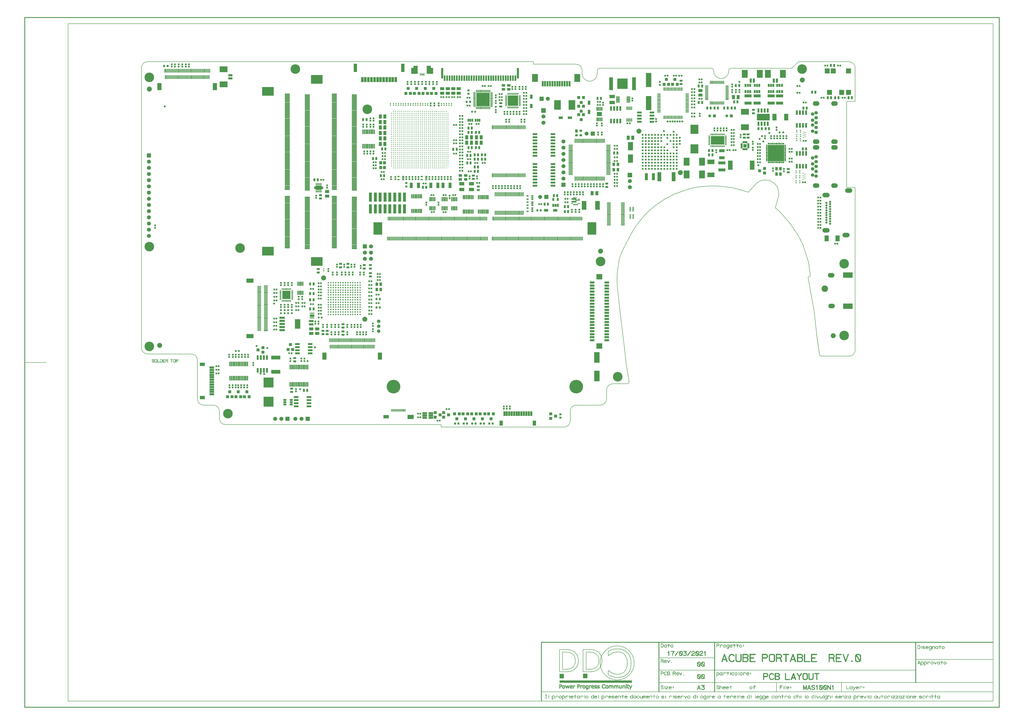
<source format=gbr>
*
G04 Job   : D:\Pd-Master\Mas\Mas100n1 ACB_0001_0\Mas100n1 ACUBE_PORTABILE R_0.pcb*
G04 User  : DESKTOP-CUVV7JD:Shina*
G04 Layer : 11-SoldermaskTop.gbr*
G04 Date  : Wed Mar 17 17:59:38 2021*
G04 RSM MASTER DESIGN srl*
%ICAS*%
%MOMM*%
%FSLAX24Y24*%
%OFA0.0000B0.0000*%
G90*
G74*
%AMVB_RECTANGLE*
21,1,$1,$2,0,0,$3*
%
%AMVB_FINGER0*
$3=$1/2*
$4=$2/2*
$5=0-$4*
1,1,$2,$3-$4,0*
21,1,$1-$4,$2,$5/2,0,0*
%
%AMVB_FINGER90*
$3=$1/2*
$4=$2/2*
$5=0-$4*
1,1,$2,0,$3-$4*
21,1,$2,$1-$4,0,$5/2,0*
%
%AMVB_FINGER180*
$3=$1/2*
$4=$2/2*
1,1,$2,$4-$3,0*
21,1,$1-$4,$2,$4/2,0,0*
%
%AMVB_FINGER270*
$3=$1/2*
$4=$2/2*
1,1,$2,0,$4-$3*
21,1,$2,$1-$4,0,$4/2,0*
%
%AMVB_RCRECTANGLE*
$3=$3X2*
21,1,$1-$3,$2,0,0,0*
21,1,$1,$2-$3,0,0,0*
$1=$1/2*
$2=$2/2*
$3=$3/2*
$1=$1-$3*
$2=$2-$3*
1,1,$3X2,0-$1,0-$2*
1,1,$3X2,0-$1,$2*
1,1,$3X2,$1,$2*
1,1,$3X2,$1,0-$2*
%
%ADD10C,0.15000*%
%ADD51C,0.20000*%
%ADD45C,0.20320*%
%ADD48C,0.25000*%
%ADD46C,0.25400*%
%ADD49C,0.30480*%
%ADD65C,0.35000*%
%ADD47C,0.38000*%
%ADD149C,0.55000*%
%ADD30C,0.66040*%
%ADD25C,0.81280*%
%ADD109C,0.88900*%
%ADD114C,1.14300*%
%ADD63C,1.39700*%
%ADD91C,1.65100*%
%ADD11C,2.03200*%
%ADD131C,2.66700*%
%ADD37C,3.93700*%
%ADD103C,5.58800*%
%ADD116O,0.95000X0.35000*%
%ADD117O,0.35000X0.95000*%
%ADD82O,2.66700X1.90500*%
%ADD110O,2.92100X1.90500*%
%ADD41VB_RECTANGLE,0.67000X0.67000X0.00000*%
%ADD115VB_RECTANGLE,1.14300X1.14300X0.00000*%
%ADD143VB_RECTANGLE,1.35000X1.35000X90.00000*%
%ADD90VB_RECTANGLE,1.65100X1.65100X90.00000*%
%ADD125VB_RECTANGLE,1.90500X1.90500X0.00000*%
%ADD108VB_RECTANGLE,2.10000X2.10000X270.00000*%
%ADD138VB_RECTANGLE,3.30000X3.30000X270.00000*%
%ADD28VB_RECTANGLE,4.10000X4.10000X180.00000*%
%ADD56VB_RECTANGLE,4.19100X4.19100X0.00000*%
%ADD15VB_RECTANGLE,0.55000X0.30000X90.00000*%
%ADD73VB_RECTANGLE,0.65000X0.30000X180.00000*%
%ADD72VB_RECTANGLE,0.65000X0.30000X270.00000*%
%ADD12VB_RECTANGLE,0.73660X0.68580X180.00000*%
%ADD13VB_RECTANGLE,0.73660X0.68580X270.00000*%
%ADD148VB_RECTANGLE,0.75000X0.25000X0.00000*%
%ADD38VB_RECTANGLE,0.80000X0.38000X90.00000*%
%ADD88VB_RECTANGLE,0.81280X0.35560X270.00000*%
%ADD86VB_RECTANGLE,0.88900X0.53340X180.00000*%
%ADD62VB_RECTANGLE,0.88900X0.76200X0.00000*%
%ADD75VB_RECTANGLE,0.88900X0.76200X90.00000*%
%ADD44VB_RECTANGLE,0.88900X1.01600X270.00000*%
%ADD85VB_RECTANGLE,1.10000X0.40000X90.00000*%
%ADD87VB_RECTANGLE,1.10000X1.35000X180.00000*%
%ADD26VB_RECTANGLE,1.10000X1.35000X270.00000*%
%ADD32VB_RECTANGLE,1.14300X0.76200X180.00000*%
%ADD34VB_RECTANGLE,1.14300X0.76200X270.00000*%
%ADD77VB_RECTANGLE,1.14300X1.14300X0.00000*%
%ADD64VB_RECTANGLE,1.14300X1.14300X270.00000*%
%ADD74VB_RECTANGLE,1.20000X0.70000X270.00000*%
%ADD20VB_RECTANGLE,1.27000X0.38100X0.00000*%
%ADD21VB_RECTANGLE,1.27000X0.38100X270.00000*%
%ADD43VB_RECTANGLE,1.27000X1.01600X270.00000*%
%ADD27VB_RECTANGLE,1.27000X1.14300X90.00000*%
%ADD23VB_RECTANGLE,1.32080X0.25400X180.00000*%
%ADD22VB_RECTANGLE,1.32080X0.25400X90.00000*%
%ADD129VB_RECTANGLE,1.32080X0.33020X90.00000*%
%ADD40VB_RECTANGLE,1.50000X0.45000X90.00000*%
%ADD128VB_RECTANGLE,1.50000X0.50000X0.00000*%
%ADD78VB_RECTANGLE,1.57480X0.33020X90.00000*%
%ADD17VB_RECTANGLE,1.60000X0.40000X0.00000*%
%ADD98VB_RECTANGLE,1.60000X0.40000X90.00000*%
%ADD132VB_RECTANGLE,1.65100X0.38100X180.00000*%
%ADD68VB_RECTANGLE,1.65100X0.38100X90.00000*%
%ADD107VB_RECTANGLE,1.65100X0.50800X90.00000*%
%ADD71VB_RECTANGLE,1.65100X0.76200X270.00000*%
%ADD112VB_RECTANGLE,1.65100X0.88900X0.00000*%
%ADD113VB_RECTANGLE,1.65100X0.88900X270.00000*%
%ADD111VB_RECTANGLE,1.65100X1.06680X0.00000*%
%ADD67VB_RECTANGLE,1.65100X1.06680X90.00000*%
%ADD53VB_RECTANGLE,1.65100X1.14300X0.00000*%
%ADD33VB_RECTANGLE,1.65100X1.14300X270.00000*%
%ADD92VB_RECTANGLE,1.80000X0.80000X0.00000*%
%ADD105VB_RECTANGLE,1.80000X0.80000X90.00000*%
%ADD127VB_RECTANGLE,1.80000X0.90000X0.00000*%
%ADD35VB_RECTANGLE,1.90000X0.30000X180.00000*%
%ADD101VB_RECTANGLE,1.90000X0.90000X0.00000*%
%ADD16VB_RECTANGLE,1.90000X1.10000X0.00000*%
%ADD42VB_RECTANGLE,1.90500X0.50800X270.00000*%
%ADD24VB_RECTANGLE,1.90500X0.76200X0.00000*%
%ADD96VB_RECTANGLE,1.90500X0.76200X270.00000*%
%ADD93VB_RECTANGLE,2.00000X1.40000X0.00000*%
%ADD106VB_RECTANGLE,2.00000X1.40000X90.00000*%
%ADD39VB_RECTANGLE,2.05000X1.65000X0.00000*%
%ADD55VB_RECTANGLE,2.10000X0.45000X180.00000*%
%ADD36VB_RECTANGLE,2.10000X0.60000X180.00000*%
%ADD123VB_RECTANGLE,2.10000X1.05000X270.00000*%
%ADD79VB_RECTANGLE,2.15000X0.75000X270.00000*%
%ADD83VB_RECTANGLE,2.15000X1.35000X0.00000*%
%ADD95VB_RECTANGLE,2.15900X0.76200X270.00000*%
%ADD150VB_RECTANGLE,2.15900X0.88900X0.00000*%
%ADD81VB_RECTANGLE,2.15900X1.14300X180.00000*%
%ADD52VB_RECTANGLE,2.15900X1.14300X270.00000*%
%ADD69VB_RECTANGLE,2.20000X1.30000X0.00000*%
%ADD102VB_RECTANGLE,2.40000X2.20000X0.00000*%
%ADD50VB_RECTANGLE,2.41300X1.65100X270.00000*%
%ADD84VB_RECTANGLE,2.50000X1.70000X0.00000*%
%ADD94VB_RECTANGLE,2.66700X1.65100X90.00000*%
%ADD99VB_RECTANGLE,2.90000X1.70000X0.00000*%
%ADD97VB_RECTANGLE,2.90000X1.70000X90.00000*%
%ADD19VB_RECTANGLE,2.92100X1.14300X180.00000*%
%ADD133VB_RECTANGLE,2.92100X1.14300X270.00000*%
%ADD59VB_RECTANGLE,2.92100X1.90500X0.00000*%
%ADD100VB_RECTANGLE,3.17500X2.41300X180.00000*%
%ADD60VB_RECTANGLE,3.17500X2.41300X90.00000*%
%ADD66VB_RECTANGLE,3.35280X2.03200X270.00000*%
%ADD124VB_RECTANGLE,3.45000X1.40000X270.00000*%
%ADD18VB_RECTANGLE,3.55600X1.90500X90.00000*%
%ADD76VB_RECTANGLE,3.68300X1.14300X90.00000*%
%ADD61VB_RECTANGLE,3.68300X1.52400X0.00000*%
%ADD126VB_RECTANGLE,3.68300X1.52400X90.00000*%
%ADD118VB_RECTANGLE,3.70000X1.90000X90.00000*%
%ADD14VB_RECTANGLE,3.80000X3.20000X270.00000*%
%ADD130VB_RECTANGLE,3.93700X2.15900X180.00000*%
%ADD151VB_RECTANGLE,3.93700X2.15900X270.00000*%
%ADD29VB_RECTANGLE,3.93700X2.66700X270.00000*%
%ADD80VB_RECTANGLE,4.30000X0.80000X270.00000*%
%ADD58VB_RECTANGLE,4.31800X2.15900X270.00000*%
%ADD54VB_RECTANGLE,4.70000X3.60000X180.00000*%
%ADD104VB_RECTANGLE,5.10000X3.60000X90.00000*%
%ADD70VB_RECTANGLE,5.20700X2.66700X0.00000*%
%ADD57VB_RECTANGLE,5.30000X1.60000X90.00000*%
%ADD89VB_RECTANGLE,5.70000X2.20000X270.00000*%
%ADD144VB_FINGER0,0.70000X0.35000*%
%ADD145VB_FINGER90,0.70000X0.35000*%
%ADD146VB_FINGER180,0.70000X0.35000*%
%ADD147VB_FINGER270,0.70000X0.35000*%
%ADD135VB_FINGER0,0.70000X0.38000*%
%ADD136VB_FINGER90,0.70000X0.38000*%
%ADD137VB_FINGER180,0.70000X0.38000*%
%ADD134VB_FINGER270,0.70000X0.38000*%
%ADD142VB_FINGER0,0.88900X0.43180*%
%ADD140VB_FINGER90,0.88900X0.43180*%
%ADD139VB_FINGER180,0.88900X0.43180*%
%ADD141VB_FINGER270,0.88900X0.43180*%
%ADD119VB_FINGER0,1.02870X0.41910*%
%ADD121VB_FINGER90,1.02870X0.41910*%
%ADD120VB_FINGER180,1.02870X0.41910*%
%ADD122VB_FINGER270,1.02870X0.41910*%
%ADD31VB_RCRECTANGLE,0.45000X0.45000X0.13000*%
G01*
G36*
X578250Y525750D02*
X611750D01*
Y559250*
X578250*
Y525750*
X746200Y977800D02*
X740200D01*
Y973600*
X714800*
Y977800*
X708800*
Y987200*
X714800*
Y991400*
X740200*
Y987200*
X746200*
Y977800*
X1133500Y1483500D02*
X1117000D01*
Y1474500*
X1107500*
Y1450500*
X1133500*
Y1483500*
X1171500D02*
X1188000D01*
Y1474500*
X1197500*
Y1450500*
X1171500*
Y1483500*
X1368000Y1312500D02*
X1370000Y1310500D01*
Y1312500*
X1368000*
X1375250Y1317750D02*
X1429750D01*
Y1372250*
X1375250*
Y1317750*
X1508250Y1323250D02*
X1541750D01*
Y1356750*
X1508250*
Y1323250*
X1716195Y-1049529D02*
X2013795D01*
Y-1040729*
X1716195*
Y-1049529*
X1716595Y-1031929D02*
X1734195D01*
Y-1013129*
X1716595*
Y-1031929*
X1773400Y938800D02*
X1776100D01*
Y944500*
X1773400*
Y938800*
X1778400D02*
X1781100D01*
Y944500*
X1778400*
Y938800*
X1783400D02*
X1786100D01*
Y944500*
X1783400*
Y938800*
X1812995Y-1031529D02*
X1830595D01*
Y-1012729*
X1812995*
Y-1031529*
X2337500Y1160000D02*
X2392500D01*
Y1195000*
X2337500*
Y1160000*
X2571500Y1091500D02*
X2638500D01*
Y1158500*
X2571500*
Y1091500*
G37*
G54D10*
X44302Y267105D02*
X44326Y267081D01*
X44350Y267057*
X44374Y267045*
X46486Y266073*
X46510Y266061*
X46570*
X48154*
X48190*
X48214*
X48238*
X48250Y266073*
X48274*
X50386Y267045*
X50458Y267105*
X51586Y268101*
X51610Y268125*
X51622Y268149*
X51634Y268173*
X51646Y268197*
Y268233*
X51658Y268245*
Y268269*
Y269997*
X51646Y270045*
X51622Y270105*
X51610Y270153*
X51574Y270213*
X49942Y271437*
X49858Y271461*
X45058Y273093*
X43582Y274245*
Y275745*
X44614Y276945*
X46582Y277569*
X48178*
X50158Y276957*
X51250Y275685*
X51286Y275649*
X51322Y275625*
X51358Y275613*
X51406*
X51490Y275637*
X51562Y275697*
X51622Y275769*
X51658Y275853*
Y275937*
X51610Y276009*
X50482Y277329*
X50434Y277365*
X50374Y277377*
X50362*
Y277401*
X48274Y278025*
X48238Y278049*
X48202Y278061*
X46570*
X46522Y278049*
X46486Y278025*
X44410Y277389*
X44398Y277377*
X44350Y277365*
X44290Y277317*
X43162Y275997*
X43114Y275949*
X43102Y275913*
X43090Y275853*
Y274113*
X43102Y274041*
X43126Y273981*
X43150Y273945*
X43174Y273921*
X43198Y273909*
X44806Y272673*
X44830Y272661*
X44878*
X49666Y271029*
X51178Y269865*
Y268365*
X50182Y267501*
X48130Y266553*
X46630*
X44578Y267501*
X43498Y268461*
X43414Y268497*
X43330*
X43246Y268461*
X43186Y268401*
X43138Y268329*
X43102Y268245*
Y268209*
X43114Y268173*
X43138Y268125*
X43174Y268101*
X44290Y267105*
X44302*
X54922Y268833D02*
Y275289D01*
X55162Y276441*
X55642Y277017*
X56806Y277437*
X57934Y277569*
X59482*
X59506*
X60634Y277437*
X61786Y277017*
X62266Y276441*
X62518Y275289*
Y268833*
X62278Y267705*
X61810Y267273*
X60586Y266673*
X59506Y266553*
X57958*
X57934*
X56842Y266673*
X55630Y267273*
X55162Y267705*
X54922Y268833*
X62038Y266829D02*
X62110Y266889D01*
X62674Y267417*
X62686Y267453*
X62746Y267537*
X62998Y268737*
Y268821*
Y275289*
Y275385*
X62746Y276585*
X62722Y276609*
X62710Y276633*
X62698Y276645*
X62674Y276693*
X62110Y277389*
X62086*
X62074Y277413*
Y277425*
X62038Y277449*
X62002Y277461*
X60754Y277869*
X60718Y277893*
X60682Y277905*
X59554Y278061*
X59542*
X57922*
X57874*
X57862*
X56746Y277905*
X56710Y277893*
X56674Y277869*
X55438Y277461*
X55390Y277437*
X55378Y277425*
X55342Y277389*
X54754Y276693*
X54730Y276657*
X54718*
X54694Y276621*
X54682Y276585*
X54430Y275385*
X54418Y275337*
X54430Y275289*
Y268821*
X54418Y268785*
X54430Y268737*
X54682Y267537*
X54694Y267477*
X54742Y267453*
Y267441*
X54778Y267417*
X55342Y266889*
X55354*
X55426Y266829*
X56674Y266229*
X56698Y266217*
X56722*
X56746*
X57862Y266061*
X57910*
X57922*
X59506*
X59542*
X59554*
X60682Y266217*
X60706*
X60730Y266229*
X60754*
X62038Y266829*
X66262Y277821D02*
X66238Y277905D01*
X66190Y277977*
X66106Y278013*
X66010Y278025*
X65926Y278013*
X65842Y277977*
X65794Y277905*
X65770Y277821*
Y266301*
X65794Y266205*
X65854Y266145*
X65914Y266085*
X66010Y266061*
X74098*
X74194Y266085*
X74254Y266133*
X74290Y266217*
X74302Y266301*
X74290Y266397*
X74254Y266481*
X74194Y266529*
X74098Y266553*
X66262*
Y277821*
X84130Y275457D02*
X84838Y274425D01*
X85186Y272133*
X84838Y269661*
X84118Y268065*
X83122Y267021*
X82150Y266553*
X77602*
Y277569*
X82126*
X83086Y276861*
X84106Y275469*
X84130Y275457*
X85342Y274569D02*
X85330Y274593D01*
X85318Y274617*
X85294Y274653*
Y274665*
X84538Y275709*
X84514Y275745*
X83470Y277185*
X83446Y277209*
X83422Y277221*
Y277245*
X82354Y278013*
X82294Y278037*
X82258Y278049*
X82222Y278061*
X77350*
X77266Y278037*
X77194Y277977*
X77134Y277917*
X77110Y277821*
Y266301*
X77134Y266205*
X77194Y266145*
X77266Y266085*
X77350Y266061*
X82222*
X82306Y266073*
X83350Y266577*
X83422Y266625*
X83434Y266649*
X84502Y267777*
X84526Y267801*
X84550Y267861*
X85318Y269493*
X85330Y269517*
X85342Y269541*
Y269553*
X85690Y272097*
Y272169*
X85342Y274569*
X88690Y278061D02*
X88594Y278037D01*
X88534Y277977*
X88474Y277905*
X88450Y277821*
Y266301*
X88474Y266205*
X88534Y266145*
X88594Y266085*
X88690Y266061*
X96778*
X96874Y266085*
X96934Y266133*
X96970Y266217*
X96982Y266301*
X96970Y266397*
X96934Y266481*
X96874Y266529*
X96778Y266553*
X88942*
Y271821*
X94378*
X94474Y271845*
X94534Y271893*
X94570Y271977*
X94582Y272061*
X94570Y272145*
X94534Y272217*
X94474Y272277*
X94378Y272301*
X88942*
Y277569*
X96778*
X96874Y277593*
X96934Y277641*
X96970Y277725*
X96982Y277809*
X96970Y277905*
X96934Y277989*
X96874Y278037*
X96778Y278061*
X88690*
X100282Y277569D02*
X106030D01*
X107050Y276813*
X107878Y275685*
Y274209*
X107026Y273033*
X106030Y272301*
X100282*
Y277569*
X107434Y277137D02*
X107398Y277161D01*
X107374Y277173*
Y277185*
X106246Y278013*
X106186Y278037*
X106150Y278049*
X106090Y278061*
X100030*
X99934Y278037*
X99874Y277977*
X99814Y277917*
X99790Y277821*
Y266301*
X99814Y266205*
X99862Y266145*
X99946Y266109*
X100030Y266097*
X100126Y266109*
X100210Y266145*
X100258Y266205*
X100282Y266301*
Y271821*
X105922*
X107890Y266229*
X107938Y266145*
X108022Y266097*
X108118Y266085*
X108202Y266109*
X108274Y266157*
X108334Y266217*
X108358Y266289*
X108346Y266385*
X106390Y271953*
X107374Y272673*
X107410Y272709*
X107446Y272781*
X108322Y273969*
Y273993*
X108334Y274005*
X108346Y274017*
Y274053*
X108358Y274077*
Y274113*
Y275769*
X108346Y275817*
Y275841*
X108334Y275865*
X108322Y275877*
Y275901*
X107434Y277137*
X119950Y278061D02*
X119854Y278037D01*
X119794Y277989*
X119758Y277905*
X119746Y277809*
X119758Y277725*
X119794Y277641*
X119854Y277593*
X119950Y277569*
X123754*
Y266301*
X123778Y266217*
X123826Y266145*
X123910Y266109*
X123994Y266097*
X124078Y266109*
X124162Y266145*
X124210Y266217*
X124234Y266301*
Y277569*
X128038*
X128134Y277593*
X128194Y277641*
X128230Y277725*
X128242Y277809*
X128230Y277905*
X128194Y277989*
X128134Y278037*
X128038Y278061*
X119950*
X131542Y268833D02*
Y275289D01*
X131782Y276441*
X132262Y277017*
X133426Y277437*
X134554Y277569*
X136102*
X136126*
X137254Y277437*
X138406Y277017*
X138886Y276441*
X139138Y275289*
Y268833*
X138898Y267705*
X138430Y267273*
X137206Y266673*
X136126Y266553*
X134578*
X134554*
X133462Y266673*
X132250Y267273*
X131782Y267705*
X131542Y268833*
X138658Y266829D02*
X138730Y266889D01*
X139294Y267417*
X139306Y267453*
X139366Y267537*
X139618Y268737*
Y268821*
Y275289*
Y275385*
X139366Y276585*
X139342Y276609*
X139330Y276633*
X139318Y276645*
X139294Y276693*
X138730Y277389*
X138706*
X138694Y277413*
Y277425*
X138658Y277449*
X138622Y277461*
X137374Y277869*
X137338Y277893*
X137302Y277905*
X136174Y278061*
X136162*
X134542*
X134494*
X134482*
X133366Y277905*
X133330Y277893*
X133294Y277869*
X132058Y277461*
X132010Y277437*
X131998Y277425*
X131962Y277389*
X131374Y276693*
X131350Y276657*
X131338*
X131314Y276621*
X131302Y276585*
X131050Y275385*
X131038Y275337*
X131050Y275289*
Y268821*
X131038Y268785*
X131050Y268737*
X131302Y267537*
X131314Y267477*
X131362Y267453*
Y267441*
X131398Y267417*
X131962Y266889*
X131974*
X132046Y266829*
X133294Y266229*
X133318Y266217*
X133342*
X133366*
X134482Y266061*
X134530*
X134542*
X136126*
X136162*
X136174*
X137302Y266217*
X137326*
X137350Y266229*
X137374*
X138658Y266829*
X142882Y277569D02*
X148630D01*
X149650Y276813*
X150478Y275685*
Y274209*
X149626Y273033*
X148630Y272301*
X142882*
Y277569*
X150034Y277137D02*
X149998Y277161D01*
X149974Y277173*
Y277185*
X148846Y278013*
X148786Y278037*
X148750Y278049*
X148690Y278061*
X142630*
X142534Y278037*
X142474Y277977*
X142414Y277917*
X142390Y277821*
Y266301*
X142414Y266217*
X142462Y266145*
X142546Y266109*
X142630Y266097*
X142726Y266109*
X142810Y266145*
X142858Y266217*
X142882Y266301*
Y271821*
X148690*
X148762*
X148798Y271833*
X148846Y271857*
X149974Y272673*
X150010Y272709*
X150046Y272781*
X150922Y273969*
Y273993*
X150934Y274005*
X150946Y274017*
Y274053*
X150958Y274077*
Y274113*
Y275769*
X150946Y275817*
Y275841*
X150934Y275865*
X150922Y275877*
Y275901*
X150034Y277137*
X2930000Y1337000D02*
X2895000D01*
Y984000*
X2930000*
Y316000*
G02X2905000Y291000I25000*
G01X2792719*
G02X2782812Y299638J10000*
G01X2773000Y371000*
X2761000Y478000*
X2737000Y614000*
X2746000Y622000*
X2739000Y674000*
X2731000Y702000*
X2715000Y751000*
X2697000Y786000*
X2663000Y836000*
X2623000Y881000*
X2610000Y894000*
X2602000Y900000*
X2609000Y924000*
X2615000Y945000*
X2616000Y950000*
Y956000*
X2615000Y969000*
X2614000Y974000*
X2611000Y983000*
X2608000Y989000*
X2601000Y998000*
X2588000Y1007000*
X2583000Y1010000*
X2569000Y1014000*
X2550000*
X2544000Y1012000*
X2528000Y1004000*
X2491000Y964000*
X2441000Y979000*
X2423000Y983000*
X2375000Y989000*
X2354000Y990000*
X2332000*
X2289000Y986000*
X2261000Y981000*
X2233000Y973000*
X2184000Y955000*
X2142000Y932000*
X2112000Y911000*
X2090000Y893000*
X2080000Y884000*
X2066000Y870000*
X2044000Y843000*
X2027000Y822000*
X2007000Y787000*
X1975000Y725000*
X1962000Y692000*
X1955000Y647000*
X1953000Y623000*
Y591000*
X1954000Y571000*
X1955000Y563000*
X1963000Y491000*
X1982000Y329000*
X1987000Y285000*
X1990000Y261000*
X2001575Y185994*
G02X2001663Y184850I7412J1144*
X1996833Y177841I7500*
G01X1934619Y177597*
G03X1909719Y152883I98J25000*
G01X1909282Y114714*
G02X1884284Y90000I24998J286*
G01X1785000*
G03X1760000Y65000J25000*
G01Y25000*
G02X1735000Y0I25000*
G01X1230000*
Y10000*
X345000*
G02X320000Y35000J25000*
G01Y65000*
G03X295000Y90000I25000*
G01X255000*
G02X230000Y115000J25000*
G01Y275000*
G03X205000Y300000I25000*
G01X25000*
G02X0Y325000J25000*
G01Y1475000*
G02X25000Y1500000I25000*
G01X1609000*
Y1490000*
X1784000*
G02X1809000Y1465000J25000*
G01Y1451000*
G03X1840000Y1420000I31000*
X1871000Y1451000J31000*
G01Y1463000*
G02X1881000Y1473000I10000*
G01X2339000*
G02X2349000Y1463000J10000*
G01Y1462000*
G03X2380000Y1431000I31000*
X2411000Y1462000J31000*
G01Y1463000*
G02X2421000Y1473000I10000*
G01X2670000*
X2697500Y1500000*
X2905000*
G02X2930000Y1475000J25000*
G01Y1337000*
G54D11*
X32500Y1387500D03*
X75000Y335000D03*
X747500Y612500D03*
X917500Y442500D03*
X1885000Y722500D03*
X2042500Y1215000D03*
X2212500Y1045000D03*
X2712500Y1425000D03*
X2840000Y375000D03*
G54D12*
X56000Y818301D03*
Y827699D03*
X125000Y1480301D03*
Y1489699D03*
X137500Y1480301D03*
Y1489699D03*
X152500Y1480301D03*
Y1489699D03*
X167500Y1480301D03*
Y1489699D03*
X182500Y1480301D03*
Y1489699D03*
X195000Y1480301D03*
Y1489699D03*
X360000Y287801D03*
Y297199D03*
X362000Y162801D03*
Y172199D03*
X374500Y162801D03*
Y172199D03*
X375000Y287801D03*
Y297199D03*
X387000Y162801D03*
Y172199D03*
X387500Y287801D03*
Y297199D03*
X397000Y162801D03*
Y172199D03*
X400000Y287801D03*
Y297199D03*
X409500Y162801D03*
Y172199D03*
X412500Y287801D03*
Y297199D03*
X422000Y162801D03*
Y172199D03*
X425000Y287801D03*
Y297199D03*
X434500Y162801D03*
Y172199D03*
X437500Y287801D03*
Y297199D03*
X459000Y254301D03*
Y263699D03*
X572500Y492801D03*
Y502199D03*
Y582801D03*
Y592199D03*
X587500Y492801D03*
Y502199D03*
Y582801D03*
Y592199D03*
X602500Y492801D03*
Y502199D03*
Y582801D03*
Y592199D03*
X611500Y271301D03*
Y280699D03*
X617500Y492801D03*
Y502199D03*
Y582801D03*
Y592199D03*
X634000Y146301D03*
Y155699D03*
X645000Y525301D03*
Y534699D03*
X656500Y271301D03*
Y280699D03*
X660000Y525301D03*
Y534699D03*
X669000Y271301D03*
Y280699D03*
X714330Y423891D03*
Y433289D03*
X717500Y940301D03*
Y949699D03*
X726830Y423891D03*
Y433289D03*
X745000Y410301D03*
Y419699D03*
X762500Y410301D03*
Y419699D03*
Y982801D03*
Y992199D03*
X767500Y640301D03*
Y649699D03*
X780000Y380301D03*
Y389699D03*
Y410301D03*
Y419699D03*
X785000Y625301D03*
Y634699D03*
X795000Y380301D03*
Y389699D03*
Y410301D03*
Y419699D03*
X802500Y625301D03*
Y634699D03*
Y657801D03*
Y667199D03*
X810000Y380301D03*
Y389699D03*
Y410301D03*
Y419699D03*
X822500Y625301D03*
Y634699D03*
X832500Y657801D03*
Y667199D03*
X837500Y625301D03*
Y634699D03*
X845000Y380301D03*
Y389699D03*
Y410301D03*
Y419699D03*
X852500Y625301D03*
Y634699D03*
X862500Y410301D03*
Y419699D03*
Y657801D03*
Y667199D03*
X867500Y625301D03*
Y634699D03*
X875000Y410301D03*
Y419699D03*
Y657801D03*
Y667199D03*
X885000Y380301D03*
Y389699D03*
X887500Y410301D03*
Y419699D03*
X897500Y380301D03*
Y389699D03*
Y625301D03*
Y634699D03*
X900000Y410301D03*
Y419699D03*
Y652801D03*
Y662199D03*
X910000Y380301D03*
Y389699D03*
Y1232801D03*
Y1242199D03*
X912500Y625301D03*
Y634699D03*
X915000Y1122801D03*
Y1132199D03*
X922500Y380301D03*
Y389699D03*
X925000Y1232801D03*
Y1242199D03*
X927500Y1122801D03*
Y1132199D03*
X940000Y1122801D03*
Y1132199D03*
Y1232801D03*
Y1242199D03*
Y1257801D03*
Y1267199D03*
X950000Y392801D03*
Y402199D03*
Y415301D03*
Y424699D03*
X952500Y1122801D03*
Y1132199D03*
Y1232801D03*
Y1242199D03*
Y1257801D03*
Y1267199D03*
X1025000Y1017801D03*
Y1027199D03*
X1042500Y1017801D03*
Y1027199D03*
X1087500Y1017801D03*
Y1027199D03*
X1092500Y1407801D03*
Y1417199D03*
X1100000Y1017801D03*
Y1027199D03*
X1107500Y1407801D03*
Y1417199D03*
X1112500Y1017801D03*
Y1027199D03*
X1122500Y1407801D03*
Y1417199D03*
X1125000Y1017801D03*
Y1027199D03*
X1137500Y1017801D03*
Y1027199D03*
Y1407801D03*
Y1417199D03*
X1152500Y1407801D03*
Y1417199D03*
X1167500Y1407801D03*
Y1417199D03*
X1169250Y912551D03*
Y921949D03*
X1182500Y1017801D03*
Y1027199D03*
Y1407801D03*
Y1417199D03*
X1187500Y1320301D03*
Y1329699D03*
X1195000Y1017801D03*
Y1027199D03*
X1197500Y1407801D03*
Y1417199D03*
X1202500Y1320301D03*
Y1329699D03*
X1207500Y1017801D03*
Y1027199D03*
X1212500Y1407801D03*
Y1417199D03*
X1219250Y912551D03*
Y921949D03*
X1220000Y1017801D03*
Y1027199D03*
Y1320301D03*
Y1329699D03*
X1232500Y1017801D03*
Y1027199D03*
X1245000Y1017801D03*
Y1027199D03*
X1257500Y1017801D03*
Y1027199D03*
X1270000Y1017801D03*
Y1027199D03*
X1347500Y1020301D03*
Y1029699D03*
X1377500Y1020301D03*
Y1029699D03*
X1442500Y980301D03*
Y989699D03*
X1455000Y980301D03*
Y989699D03*
Y1292801D03*
Y1302199D03*
Y1330301D03*
Y1339699D03*
Y1352801D03*
Y1362199D03*
X1467500Y980301D03*
Y989699D03*
X1480000Y980301D03*
Y989699D03*
X1487500Y75301D03*
Y84699D03*
X1490000Y1285301D03*
Y1294699D03*
X1492500Y980301D03*
Y989699D03*
X1497500Y1252801D03*
Y1262199D03*
X1500000Y75301D03*
Y84699D03*
X1502500Y1285301D03*
Y1294699D03*
X1505000Y980301D03*
Y989699D03*
X1510000Y1252801D03*
Y1262199D03*
X1512500Y75301D03*
Y84699D03*
X1515000Y1285301D03*
Y1294699D03*
X1517500Y980301D03*
Y989699D03*
X1522500Y1387801D03*
Y1397199D03*
X1527500Y1285301D03*
Y1294699D03*
X1530000Y980301D03*
Y989699D03*
X1535000Y1387801D03*
Y1397199D03*
X1540000Y1285301D03*
Y1294699D03*
X1542500Y980301D03*
Y989699D03*
X1552500Y1285301D03*
Y1294699D03*
Y1387801D03*
Y1397199D03*
X1555000Y980301D03*
Y989699D03*
X1560000Y1252801D03*
Y1262199D03*
X1565000Y1387801D03*
Y1397199D03*
X1572500Y1252801D03*
Y1262199D03*
X1577500Y1387801D03*
Y1397199D03*
X1737500Y955301D03*
Y964699D03*
X1750000Y955301D03*
Y964699D03*
X1762500Y955301D03*
Y964699D03*
X1767500Y882801D03*
Y892199D03*
X1770000Y987801D03*
Y997199D03*
X1775000Y955301D03*
Y964699D03*
X1782500Y882801D03*
Y892199D03*
Y987801D03*
Y997199D03*
X1787500Y955301D03*
Y964699D03*
X1795000Y987801D03*
Y997199D03*
X1797500Y882801D03*
Y892199D03*
X1800000Y955301D03*
Y964699D03*
X1807500Y987801D03*
Y997199D03*
X1812500Y955301D03*
Y964699D03*
X1820000Y987801D03*
Y997199D03*
X1832500Y987801D03*
Y997199D03*
X1845000Y987801D03*
Y997199D03*
X1857500Y987801D03*
Y997199D03*
X1870000Y987801D03*
Y997199D03*
Y1237801D03*
Y1247199D03*
X1875000Y1200301D03*
Y1209699D03*
X1882500Y987801D03*
Y997199D03*
X1890000Y1200301D03*
Y1209699D03*
Y1237801D03*
Y1247199D03*
X1895000Y987801D03*
Y997199D03*
Y1322801D03*
Y1332199D03*
X2015000Y1340301D03*
Y1349699D03*
X2292500Y1277801D03*
Y1287199D03*
X2352500Y1217801D03*
Y1227199D03*
X2360000Y1127801D03*
Y1137199D03*
X2365000Y1217801D03*
Y1227199D03*
X2377500Y1217801D03*
Y1227199D03*
X2390000Y1217801D03*
Y1227199D03*
X2402500Y1217801D03*
Y1227199D03*
X2425000Y1375301D03*
Y1384699D03*
Y1397801D03*
Y1407199D03*
X2440000Y1375301D03*
Y1384699D03*
X2455000Y1375301D03*
Y1384699D03*
X2460000Y1190301D03*
Y1199699D03*
X2510000Y1137801D03*
Y1147199D03*
Y1162801D03*
Y1172199D03*
X2560000Y1185301D03*
Y1194699D03*
X2585000Y1185301D03*
Y1194699D03*
X2592500Y1052801D03*
Y1062199D03*
X2597500Y1185301D03*
Y1194699D03*
X2610000Y1185301D03*
Y1194699D03*
X2622500Y1185301D03*
Y1194699D03*
X2635000Y1185301D03*
Y1194699D03*
X2637500Y1050301D03*
Y1059699D03*
X2647500Y1185301D03*
Y1194699D03*
G54D13*
X307801Y220000D03*
Y235000D03*
Y250000D03*
X317199Y220000D03*
Y235000D03*
Y250000D03*
X544301Y400500D03*
Y415500D03*
Y430500D03*
Y445500D03*
X545301Y520000D03*
Y535000D03*
Y550000D03*
Y565000D03*
X553699Y400500D03*
Y415500D03*
Y430500D03*
Y445500D03*
X554699Y520000D03*
Y535000D03*
Y550000D03*
Y565000D03*
X606801Y303500D03*
X616199D03*
X635301Y480000D03*
Y495000D03*
Y510000D03*
X644699Y480000D03*
Y495000D03*
Y510000D03*
X660301Y495000D03*
Y510000D03*
X669699Y495000D03*
Y510000D03*
X695301Y505000D03*
Y567500D03*
X704699Y505000D03*
Y567500D03*
X727801Y465000D03*
Y477500D03*
Y490000D03*
Y502500D03*
Y527500D03*
Y540000D03*
Y552500D03*
Y565000D03*
Y577500D03*
Y590000D03*
X737199Y465000D03*
Y477500D03*
Y490000D03*
Y502500D03*
Y527500D03*
Y540000D03*
Y552500D03*
Y565000D03*
Y577500D03*
Y590000D03*
X737801Y1015000D03*
X747199D03*
X934631Y463590D03*
Y478590D03*
Y493590D03*
Y508590D03*
Y523590D03*
Y538590D03*
Y553590D03*
Y568590D03*
Y583590D03*
Y598590D03*
X944029Y463590D03*
Y478590D03*
Y493590D03*
Y508590D03*
Y523590D03*
Y538590D03*
Y553590D03*
Y568590D03*
Y583590D03*
Y598590D03*
X952801Y1062500D03*
Y1075000D03*
Y1087500D03*
X962199Y1062500D03*
Y1075000D03*
Y1087500D03*
X964631Y508590D03*
Y543590D03*
X969631Y603590D03*
Y616090D03*
Y628590D03*
X974029Y508590D03*
Y543590D03*
X979029Y603590D03*
Y616090D03*
Y628590D03*
X985301Y1017500D03*
Y1047500D03*
X990301Y1100000D03*
Y1112500D03*
Y1125000D03*
X994699Y1017500D03*
Y1047500D03*
X999699Y1100000D03*
Y1112500D03*
Y1125000D03*
X1135301Y40000D03*
Y55000D03*
X1144699Y40000D03*
Y55000D03*
X1157801Y1000000D03*
X1167199D03*
X1189551Y952250D03*
X1191051Y882750D03*
X1198949Y952250D03*
X1200449Y882750D03*
X1215301Y26000D03*
X1224699D03*
X1230301Y1355000D03*
X1239551Y882250D03*
Y952250D03*
X1239699Y1355000D03*
X1248949Y882250D03*
Y952250D03*
X1252801Y74000D03*
Y1355000D03*
X1262199Y74000D03*
Y1355000D03*
X1275301D03*
X1279551Y952250D03*
X1282801Y1122500D03*
Y1165000D03*
Y1177500D03*
Y1240000D03*
X1284699Y1355000D03*
X1288949Y952250D03*
X1292199Y1122500D03*
Y1165000D03*
Y1177500D03*
Y1240000D03*
X1297801Y1355000D03*
X1307199D03*
X1307801Y1052500D03*
Y1065000D03*
Y1077500D03*
Y1090000D03*
Y1102500D03*
Y1115000D03*
Y1127500D03*
Y1140000D03*
Y1152500D03*
Y1165000D03*
Y1177500D03*
Y1190000D03*
Y1202500D03*
Y1215000D03*
Y1227500D03*
Y1240000D03*
Y1252500D03*
Y1265000D03*
Y1277500D03*
X1317199Y1052500D03*
Y1065000D03*
Y1077500D03*
Y1090000D03*
Y1102500D03*
Y1115000D03*
Y1127500D03*
Y1140000D03*
Y1152500D03*
Y1165000D03*
Y1177500D03*
Y1190000D03*
Y1202500D03*
Y1215000D03*
Y1227500D03*
Y1240000D03*
Y1252500D03*
Y1265000D03*
Y1277500D03*
X1337801Y1320000D03*
Y1352500D03*
X1340301Y1100000D03*
Y1130000D03*
X1342801Y1050000D03*
X1345301Y1245000D03*
X1347199Y1320000D03*
Y1352500D03*
X1349699Y1100000D03*
Y1130000D03*
X1352199Y1050000D03*
X1354699Y1245000D03*
X1370301Y1085000D03*
X1375301Y1245000D03*
X1377801Y1002500D03*
X1379699Y1085000D03*
X1384699Y1245000D03*
X1387199Y1002500D03*
X1400301Y1085000D03*
Y1400000D03*
X1409699Y1085000D03*
Y1400000D03*
X1425301D03*
X1434699D03*
X1470301Y1342500D03*
Y1355000D03*
Y1367500D03*
X1479699Y1342500D03*
Y1355000D03*
Y1367500D03*
X1570301Y1285000D03*
Y1297500D03*
Y1310000D03*
Y1322500D03*
Y1335000D03*
Y1347500D03*
Y1360000D03*
Y1372500D03*
X1579699Y1285000D03*
Y1297500D03*
Y1310000D03*
Y1322500D03*
Y1335000D03*
Y1347500D03*
Y1360000D03*
Y1372500D03*
X1632801Y915000D03*
X1642199D03*
X1740301Y922500D03*
Y937500D03*
X1749699Y922500D03*
Y937500D03*
X1872801Y1322500D03*
Y1335000D03*
X1882199Y1322500D03*
Y1335000D03*
X1942801Y990000D03*
Y1002500D03*
Y1015000D03*
Y1027500D03*
Y1040000D03*
Y1092500D03*
Y1107500D03*
Y1142500D03*
Y1155000D03*
X1952199Y990000D03*
Y1002500D03*
Y1015000D03*
Y1027500D03*
Y1040000D03*
Y1092500D03*
Y1107500D03*
Y1142500D03*
Y1155000D03*
X1995301Y1247500D03*
X2004699D03*
X2150301Y1442500D03*
X2159699D03*
X2185301D03*
X2194699D03*
X2207801D03*
X2217199D03*
X2260301Y1275000D03*
Y1287500D03*
Y1312500D03*
Y1325000D03*
Y1337500D03*
Y1350000D03*
Y1362500D03*
Y1375000D03*
Y1387500D03*
X2269699Y1275000D03*
Y1287500D03*
Y1312500D03*
Y1325000D03*
Y1337500D03*
Y1350000D03*
Y1362500D03*
Y1375000D03*
Y1387500D03*
X2290301Y1347500D03*
Y1415000D03*
Y1427500D03*
X2299699Y1347500D03*
Y1415000D03*
Y1427500D03*
X2405301Y1137500D03*
X2414699D03*
X2422801Y1157500D03*
Y1170000D03*
Y1182500D03*
Y1195000D03*
Y1207500D03*
Y1220000D03*
X2430301Y1137500D03*
X2432199Y1157500D03*
Y1170000D03*
Y1182500D03*
Y1195000D03*
Y1207500D03*
Y1220000D03*
X2439699Y1137500D03*
X2530301Y1087500D03*
Y1100000D03*
Y1112500D03*
Y1125000D03*
Y1137500D03*
Y1150000D03*
Y1162500D03*
X2539699Y1087500D03*
Y1100000D03*
Y1112500D03*
Y1125000D03*
Y1137500D03*
Y1150000D03*
Y1162500D03*
X2660301Y1090000D03*
Y1102500D03*
Y1130000D03*
Y1142500D03*
X2669699Y1090000D03*
Y1102500D03*
Y1130000D03*
Y1142500D03*
X2692801Y1372500D03*
Y1400000D03*
X2702199Y1372500D03*
Y1400000D03*
X2715301Y1005000D03*
X2717801Y1175000D03*
Y1332500D03*
X2724699Y1005000D03*
X2727199Y1175000D03*
Y1332500D03*
X2777801Y817500D03*
Y830000D03*
Y842500D03*
Y855000D03*
Y867500D03*
Y880000D03*
Y892500D03*
Y905000D03*
Y917500D03*
Y930000D03*
Y942500D03*
X2787199Y817500D03*
Y830000D03*
Y842500D03*
Y855000D03*
Y867500D03*
Y880000D03*
Y892500D03*
Y905000D03*
Y917500D03*
Y930000D03*
Y942500D03*
X2791801Y1352000D03*
X2801199D03*
X2806801Y1484500D03*
X2816199D03*
X2847801Y752500D03*
X2857199D03*
X2859301Y1484500D03*
X2868699D03*
X2877801Y1352500D03*
X2887199D03*
G54D14*
X2270000Y1142500D03*
Y1222500D03*
G54D15*
X692500Y448000D03*
Y467000D03*
X697500Y448000D03*
Y467000D03*
X702500Y448000D03*
Y467000D03*
X707500Y448000D03*
Y467000D03*
G54D16*
X700000Y457500D03*
G54D17*
X484000Y397500D03*
Y402500D03*
Y407500D03*
Y412500D03*
Y417500D03*
Y422500D03*
Y427500D03*
Y432500D03*
Y437500D03*
Y442500D03*
Y447500D03*
Y452500D03*
Y457500D03*
Y462500D03*
Y467500D03*
Y472500D03*
Y477500D03*
Y482500D03*
Y487500D03*
Y492500D03*
Y497500D03*
Y502500D03*
Y507500D03*
Y512500D03*
Y517500D03*
Y522500D03*
Y527500D03*
Y532500D03*
Y537500D03*
Y542500D03*
Y547500D03*
Y552500D03*
Y557500D03*
Y562500D03*
Y567500D03*
Y572500D03*
Y577500D03*
X510500Y395000D03*
Y400000D03*
Y405000D03*
Y410000D03*
Y415000D03*
Y420000D03*
Y425000D03*
Y430000D03*
Y435000D03*
Y440000D03*
Y445000D03*
Y450000D03*
Y455000D03*
Y460000D03*
Y465000D03*
Y470000D03*
Y475000D03*
Y480000D03*
Y485000D03*
Y490000D03*
Y495000D03*
Y500000D03*
Y505000D03*
Y510000D03*
Y515000D03*
Y520000D03*
Y525000D03*
Y530000D03*
Y535000D03*
Y540000D03*
Y545000D03*
Y550000D03*
Y555000D03*
Y560000D03*
Y565000D03*
Y570000D03*
Y575000D03*
Y580000D03*
X1918500Y830000D03*
Y835000D03*
Y840000D03*
Y845000D03*
Y850000D03*
Y855000D03*
Y860000D03*
Y865000D03*
Y870000D03*
Y875000D03*
Y880000D03*
Y885000D03*
Y890000D03*
Y895000D03*
Y900000D03*
Y905000D03*
Y910000D03*
Y915000D03*
Y920000D03*
X1976500Y830000D03*
Y835000D03*
Y840000D03*
Y845000D03*
Y850000D03*
Y855000D03*
Y860000D03*
Y865000D03*
Y870000D03*
Y875000D03*
Y880000D03*
Y885000D03*
Y890000D03*
Y895000D03*
Y900000D03*
Y905000D03*
Y910000D03*
Y915000D03*
Y920000D03*
G54D18*
X1817500Y910000D03*
X1872500D03*
G54D19*
X2382500Y1055522D03*
Y1084478D03*
X2490000Y1330522D03*
Y1359478D03*
X2527500Y1330522D03*
Y1359478D03*
X2585000Y1330522D03*
Y1359478D03*
X2620000Y1330522D03*
Y1359478D03*
G54D20*
X2320500Y1345000D03*
Y1350000D03*
Y1355000D03*
Y1360000D03*
Y1365000D03*
Y1370000D03*
Y1375000D03*
Y1380000D03*
Y1385000D03*
Y1390000D03*
Y1395000D03*
Y1400000D03*
X2404500Y1345000D03*
Y1350000D03*
Y1355000D03*
Y1360000D03*
Y1365000D03*
Y1370000D03*
Y1375000D03*
Y1380000D03*
Y1385000D03*
Y1390000D03*
Y1395000D03*
Y1400000D03*
G54D21*
X2335000Y1330500D03*
Y1414500D03*
X2340000Y1330500D03*
Y1414500D03*
X2345000Y1330500D03*
Y1414500D03*
X2350000Y1330500D03*
Y1414500D03*
X2355000Y1330500D03*
Y1414500D03*
X2360000Y1330500D03*
Y1414500D03*
X2365000Y1330500D03*
Y1414500D03*
X2370000Y1330500D03*
Y1414500D03*
X2375000Y1330500D03*
Y1414500D03*
X2380000Y1330500D03*
Y1414500D03*
X2385000Y1330500D03*
Y1414500D03*
X2390000Y1330500D03*
Y1414500D03*
G54D22*
X2144500Y1272000D03*
Y1388000D03*
X2148500Y1272000D03*
Y1388000D03*
X2152500Y1272000D03*
Y1388000D03*
X2156500Y1272000D03*
Y1388000D03*
X2160500Y1272000D03*
Y1388000D03*
X2164500Y1272000D03*
Y1388000D03*
X2168500Y1272000D03*
Y1388000D03*
X2172500Y1272000D03*
Y1388000D03*
X2176500Y1272000D03*
Y1388000D03*
X2180500Y1272000D03*
Y1388000D03*
X2184500Y1272000D03*
Y1388000D03*
X2188500Y1272000D03*
Y1388000D03*
X2192500Y1272000D03*
Y1388000D03*
X2196500Y1272000D03*
Y1388000D03*
X2200500Y1272000D03*
Y1388000D03*
X2204500Y1272000D03*
Y1388000D03*
X2208500Y1272000D03*
Y1388000D03*
X2212500Y1272000D03*
Y1388000D03*
X2216500Y1272000D03*
Y1388000D03*
X2220500Y1272000D03*
Y1388000D03*
G54D23*
X2124500Y1292000D03*
Y1296000D03*
Y1300000D03*
Y1304000D03*
Y1308000D03*
Y1312000D03*
Y1316000D03*
Y1320000D03*
Y1324000D03*
Y1328000D03*
Y1332000D03*
Y1336000D03*
Y1340000D03*
Y1344000D03*
Y1348000D03*
Y1352000D03*
Y1356000D03*
Y1360000D03*
Y1364000D03*
Y1368000D03*
X2240500Y1292000D03*
Y1296000D03*
Y1300000D03*
Y1304000D03*
Y1308000D03*
Y1312000D03*
Y1316000D03*
Y1320000D03*
Y1324000D03*
Y1328000D03*
Y1332000D03*
Y1336000D03*
Y1340000D03*
Y1344000D03*
Y1348000D03*
Y1352000D03*
Y1356000D03*
Y1360000D03*
Y1364000D03*
Y1368000D03*
G54D24*
X635465Y84450D03*
Y97150D03*
Y109850D03*
Y122550D03*
X640465Y301950D03*
Y314650D03*
Y327350D03*
Y340050D03*
X687535Y84450D03*
Y97150D03*
Y109850D03*
Y122550D03*
X692535Y301950D03*
Y314650D03*
Y327350D03*
Y340050D03*
X1615670Y990550D03*
Y1003250D03*
Y1015950D03*
Y1028650D03*
Y1041350D03*
Y1054050D03*
Y1066750D03*
Y1079450D03*
Y1113050D03*
Y1125750D03*
Y1138450D03*
Y1151150D03*
Y1163850D03*
Y1176550D03*
Y1189250D03*
Y1201950D03*
X1689330Y990550D03*
Y1003250D03*
Y1015950D03*
Y1028650D03*
Y1041350D03*
Y1054050D03*
Y1066750D03*
Y1079450D03*
Y1113050D03*
Y1125750D03*
Y1138450D03*
Y1151150D03*
Y1163850D03*
Y1176550D03*
Y1189250D03*
Y1201950D03*
X2043965Y1253450D03*
Y1266150D03*
Y1278850D03*
Y1291550D03*
X2096035Y1253450D03*
Y1266150D03*
Y1278850D03*
Y1291550D03*
G54D25*
X95500Y1316500D03*
X387000Y312500D03*
X399500D03*
X473000Y333000D03*
X489000Y219000D03*
X504000Y218000D03*
X516500Y324000D03*
X545000Y507500D03*
X572500Y467500D03*
Y480000D03*
X587500Y467500D03*
Y480000D03*
X602500Y467500D03*
Y480000D03*
X617500Y467500D03*
Y480000D03*
X651500Y156000D03*
X681500Y271000D03*
X712500Y326500D03*
X727500Y450000D03*
X740000D03*
X1265000Y940000D03*
Y950000D03*
X1357500Y1295000D03*
X1370000D03*
X1455000Y1315000D03*
X2112500Y1255000D03*
Y1265000D03*
X2127500Y1405000D03*
Y1417500D03*
X2145000Y1215000D03*
X2160000Y1255000D03*
X2170000D03*
X2180000D03*
X2185000Y1212500D03*
X2190000Y1255000D03*
X2200000D03*
X2210000Y1162500D03*
Y1175000D03*
Y1187500D03*
Y1255000D03*
X2220000D03*
X2455000Y1417500D03*
X2532500Y1075000D03*
X2537500Y1182500D03*
X2547500Y1195000D03*
X2552500Y1172500D03*
X2577500Y1207500D03*
X2605000Y1125000D03*
X2607500Y1220000D03*
Y1230000D03*
X2620000Y1210000D03*
X2635000D03*
G54D26*
X1309000Y1016750D03*
Y1033250D03*
X1331000Y1016750D03*
Y1033250D03*
X1486500Y1386750D03*
Y1403250D03*
X1508500Y1386750D03*
Y1403250D03*
G54D27*
X982500Y1065500D03*
Y1084500D03*
X997500Y1065500D03*
Y1084500D03*
G54D28*
X521500Y104500D03*
Y182500D03*
G54D29*
X1707500Y1322500D03*
X1767500D03*
G54D30*
X727500Y982500D03*
X1402500Y1345000D03*
X2365000Y1177500D03*
G54D31*
X748590Y642170D03*
Y649170D03*
X1022500Y1321500D03*
Y1328500D03*
X1035000Y1321500D03*
Y1328500D03*
X1045000Y1321500D03*
Y1328500D03*
X1055000Y1321500D03*
Y1328500D03*
X1065000Y1321500D03*
Y1328500D03*
X1075000Y1321500D03*
Y1328500D03*
X1085000Y1321500D03*
Y1328500D03*
X1095000Y1321500D03*
Y1328500D03*
X1105000Y1321500D03*
Y1328500D03*
X1115000Y1321500D03*
Y1328500D03*
X1125000Y1321500D03*
Y1328500D03*
X1135000Y1321500D03*
Y1328500D03*
X1145000Y1321500D03*
Y1328500D03*
X1155000Y1321500D03*
Y1328500D03*
X1165000Y1321500D03*
Y1328500D03*
X1175000Y1321500D03*
Y1328500D03*
X1232500Y1321500D03*
Y1328500D03*
X1242500Y1321500D03*
Y1328500D03*
X1252500Y1321500D03*
Y1328500D03*
X1262500Y1321500D03*
Y1328500D03*
X1272500Y1321500D03*
Y1328500D03*
X2687200Y1003700D03*
Y1011300D03*
Y1023700D03*
Y1031300D03*
Y1043700D03*
Y1051300D03*
X2689700Y1176200D03*
Y1183800D03*
Y1193700D03*
Y1201300D03*
Y1211200D03*
Y1218800D03*
X2702800Y1003700D03*
Y1011300D03*
Y1023700D03*
Y1031300D03*
Y1043700D03*
Y1051300D03*
X2705300Y1176200D03*
Y1183800D03*
Y1193700D03*
Y1201300D03*
Y1211200D03*
Y1218800D03*
G54D32*
X588500Y92000D03*
Y101500D03*
Y111000D03*
X614500Y92000D03*
Y101500D03*
Y111000D03*
X616500Y144142D03*
Y157858D03*
X629000Y269142D03*
Y282858D03*
X725670Y634552D03*
Y648268D03*
X735000Y938142D03*
Y951858D03*
X745000Y380642D03*
Y394358D03*
X762500Y380642D03*
Y394358D03*
X817500Y655642D03*
Y669358D03*
X827500Y378142D03*
Y391858D03*
Y408142D03*
Y421858D03*
X847500Y655642D03*
Y669358D03*
X915000Y650642D03*
Y664358D03*
X940000Y618142D03*
Y631858D03*
Y650642D03*
Y664358D03*
X1362500Y1018142D03*
Y1031858D03*
X1382500Y973142D03*
Y986858D03*
X1475000Y1315642D03*
Y1329358D03*
X1910000Y985642D03*
Y999358D03*
X2215000Y1408142D03*
Y1421858D03*
X2475000Y1188142D03*
Y1201858D03*
X2490000Y1188142D03*
Y1201858D03*
X2512500Y1288142D03*
Y1301858D03*
X2655000Y1045642D03*
Y1059358D03*
G54D33*
X980475Y1162500D03*
Y1185000D03*
Y1207500D03*
Y1230000D03*
Y1252500D03*
Y1275000D03*
X999525Y1162500D03*
Y1185000D03*
Y1207500D03*
Y1230000D03*
Y1252500D03*
Y1275000D03*
X1335475Y1167500D03*
Y1190000D03*
X1354525Y1167500D03*
Y1190000D03*
X1375475Y1167500D03*
Y1190000D03*
X1394525Y1167500D03*
Y1190000D03*
X1850475Y960000D03*
X1869525D03*
X1997975Y1187500D03*
X2017025D03*
X2430475Y1355000D03*
X2449525D03*
G54D34*
X667142Y151000D03*
X680858D03*
X693142Y485000D03*
Y522500D03*
Y547500D03*
Y587500D03*
X706858Y485000D03*
Y522500D03*
Y547500D03*
Y587500D03*
X710642Y1015000D03*
X724358D03*
X910642Y1262500D03*
X924358D03*
X950642Y1102500D03*
X964358D03*
X983142Y1032500D03*
X988142Y1142500D03*
X996858Y1032500D03*
X1001858Y1142500D03*
X1155642Y985000D03*
X1169358D03*
X1280642Y1140250D03*
X1294358D03*
X1338142Y1085000D03*
Y1115000D03*
X1343142Y1147500D03*
Y1210000D03*
Y1227500D03*
X1351858Y1085000D03*
Y1115000D03*
X1356858Y1147500D03*
Y1210000D03*
Y1227500D03*
X1368142Y1050000D03*
Y1067500D03*
Y1100000D03*
Y1117500D03*
X1373142Y1147500D03*
Y1210000D03*
X1381858Y1050000D03*
Y1067500D03*
Y1100000D03*
Y1117500D03*
X1386858Y1147500D03*
Y1210000D03*
X1398142Y1100000D03*
Y1117500D03*
X1411858Y1100000D03*
Y1117500D03*
X1655642Y915000D03*
X1669358D03*
X1690602Y910435D03*
Y934565D03*
X1693142Y950000D03*
X1700000Y910435D03*
X1706858Y950000D03*
X1709398Y910435D03*
Y934565D03*
X1738142Y885000D03*
Y905000D03*
X1751858Y885000D03*
Y905000D03*
X1873142Y1350000D03*
X1886858D03*
X1940642Y1125000D03*
X1954358D03*
X2288142Y1332500D03*
Y1400000D03*
X2301858Y1332500D03*
Y1400000D03*
X2323142Y1310000D03*
X2330642Y1117500D03*
Y1135000D03*
X2336858Y1310000D03*
X2344358Y1117500D03*
Y1135000D03*
X2353142Y1310000D03*
X2366858D03*
X2393142D03*
X2406858D03*
X2423142D03*
X2433142Y1335000D03*
X2436858Y1310000D03*
X2440642Y1402500D03*
X2446858Y1335000D03*
X2454358Y1402500D03*
X2480475Y1377300D03*
Y1402700D03*
X2490000Y1377300D03*
Y1402700D03*
X2499525Y1377300D03*
Y1402700D03*
X2517975Y1377300D03*
Y1402700D03*
X2527500Y1377300D03*
Y1402700D03*
X2533142Y1225000D03*
X2537025Y1377300D03*
Y1402700D03*
X2546858Y1225000D03*
X2563142D03*
X2575475Y1377300D03*
Y1402700D03*
X2576858Y1225000D03*
X2585000Y1377300D03*
Y1402700D03*
X2594525Y1377300D03*
Y1402700D03*
X2610475Y1377300D03*
Y1402700D03*
X2620000Y1377300D03*
Y1402700D03*
X2629525Y1377300D03*
Y1402700D03*
X2715642Y1142500D03*
X2718142Y1310000D03*
X2729358Y1142500D03*
X2731858Y1310000D03*
X2753142Y1375000D03*
X2766858D03*
X2818142Y1352500D03*
X2830642Y1485000D03*
X2831858Y1352500D03*
X2844358Y1485000D03*
X2848142Y1352500D03*
X2861858D03*
X2903142D03*
X2916858D03*
G54D35*
X1790750Y931050D03*
G54D36*
X1775250Y925150D03*
Y936750D03*
G54D37*
X32000Y331000D03*
Y741000D03*
Y1436000D03*
X355000Y55000D03*
X405000Y735000D03*
X632000Y1470000D03*
X927500Y1305000D03*
X1885000Y680000D03*
X1955000Y206500D03*
X2712000Y1470000D03*
X2885000Y376000D03*
Y671000D03*
G54D38*
X717500Y967500D03*
Y997500D03*
X722500Y967500D03*
Y997500D03*
X727500Y967500D03*
Y997500D03*
X732500Y967500D03*
Y997500D03*
X737500Y967500D03*
Y997500D03*
G54D39*
X1880000Y1285000D03*
G54D40*
X1870250Y1263500D03*
Y1306500D03*
X1876750Y1263500D03*
Y1306500D03*
X1883250Y1263500D03*
Y1306500D03*
X1889750Y1263500D03*
Y1306500D03*
G54D41*
X2057650Y1060150D03*
Y1072850D03*
Y1085550D03*
Y1098250D03*
Y1110950D03*
Y1123650D03*
Y1136350D03*
Y1149050D03*
Y1161750D03*
Y1174450D03*
Y1187150D03*
Y1199850D03*
X2070350Y1060150D03*
Y1072850D03*
Y1085550D03*
Y1098250D03*
Y1110950D03*
Y1123650D03*
Y1136350D03*
Y1149050D03*
Y1161750D03*
Y1174450D03*
Y1187150D03*
Y1199850D03*
X2083050Y1060150D03*
Y1072850D03*
Y1085550D03*
Y1098250D03*
Y1110950D03*
Y1123650D03*
Y1136350D03*
Y1149050D03*
Y1161750D03*
Y1174450D03*
Y1187150D03*
Y1199850D03*
X2095750Y1060150D03*
Y1072850D03*
Y1085550D03*
Y1098250D03*
Y1110950D03*
Y1123650D03*
Y1136350D03*
Y1149050D03*
Y1161750D03*
Y1174450D03*
Y1187150D03*
Y1199850D03*
X2108450Y1060150D03*
Y1072850D03*
Y1085550D03*
Y1098250D03*
Y1110950D03*
Y1123650D03*
Y1136350D03*
Y1149050D03*
Y1161750D03*
Y1174450D03*
Y1187150D03*
Y1199850D03*
X2121150Y1060150D03*
Y1072850D03*
Y1085550D03*
Y1098250D03*
Y1110950D03*
Y1123650D03*
Y1136350D03*
Y1149050D03*
Y1161750D03*
Y1174450D03*
Y1187150D03*
Y1199850D03*
X2133850Y1060150D03*
Y1072850D03*
Y1085550D03*
Y1098250D03*
Y1110950D03*
Y1123650D03*
Y1136350D03*
Y1149050D03*
Y1174450D03*
Y1187150D03*
Y1199850D03*
X2146550Y1060150D03*
Y1072850D03*
Y1085550D03*
Y1098250D03*
Y1110950D03*
Y1123650D03*
Y1136350D03*
Y1149050D03*
Y1199850D03*
X2159250Y1060150D03*
Y1072850D03*
Y1085550D03*
Y1098250D03*
Y1110950D03*
Y1123650D03*
Y1136350D03*
Y1161750D03*
Y1187150D03*
Y1199850D03*
X2171950Y1060150D03*
Y1072850D03*
Y1085550D03*
Y1098250D03*
Y1110950D03*
Y1123650D03*
Y1174450D03*
Y1199850D03*
X2184650Y1060150D03*
Y1072850D03*
Y1085550D03*
Y1098250D03*
Y1110950D03*
Y1123650D03*
Y1149050D03*
Y1161750D03*
Y1174450D03*
Y1187150D03*
Y1199850D03*
X2197350Y1060150D03*
Y1072850D03*
Y1085550D03*
Y1098250D03*
Y1110950D03*
Y1123650D03*
Y1136350D03*
Y1149050D03*
Y1161750D03*
Y1174450D03*
Y1187150D03*
Y1199850D03*
G54D42*
X363737Y200790D03*
Y259210D03*
X370239Y200790D03*
Y259210D03*
X376742Y200790D03*
Y259210D03*
X383244Y200790D03*
Y259210D03*
X389746Y200790D03*
Y259210D03*
X396249Y200790D03*
Y259210D03*
X402751Y200790D03*
Y259210D03*
X409254Y200790D03*
Y259210D03*
X415756Y200790D03*
Y259210D03*
X422258Y200790D03*
Y259210D03*
X428761Y200790D03*
Y259210D03*
X435263Y200790D03*
Y259210D03*
X610737Y175377D03*
Y246624D03*
X617239Y175377D03*
Y246624D03*
X623742Y175377D03*
Y246624D03*
X630244Y175377D03*
Y246624D03*
X636746Y175377D03*
Y246624D03*
X643249Y175377D03*
Y246624D03*
X649751Y175377D03*
Y246624D03*
X656254Y175377D03*
Y246624D03*
X662756Y175377D03*
Y246624D03*
X669258Y175377D03*
Y246624D03*
X675761Y175377D03*
Y246624D03*
X682263Y175377D03*
Y246624D03*
X909750Y1152800D03*
Y1212200D03*
X916250Y1152800D03*
X916251Y1212200D03*
X922750Y1152800D03*
X922751Y1212200D03*
X929250Y1152800D03*
X929251Y1212200D03*
X935749Y1152800D03*
X935750Y1212200D03*
X942249Y1152800D03*
X942250Y1212200D03*
X948749Y1152800D03*
X948750Y1212200D03*
X955249Y1152800D03*
X955250Y1212200D03*
G54D43*
X1786008Y1215095D03*
G54D44*
Y1198000D03*
X1803992D03*
Y1217000D03*
G54D45*
X-479000Y265050D02*
X-390100D01*
X-301200Y-1125600D02*
X3496100D01*
Y1655700*
X-301200*
Y-1125600*
X1641900Y-1087500D02*
X3496100D01*
X1658484Y-1113186D02*
X1658386Y-1113214D01*
X1658316Y-1113270*
X1658274Y-1113367*
Y-1113479*
Y-1113577*
X1658316Y-1113675*
X1658386Y-1113731*
X1658484Y-1113759*
X1663946*
X1664044Y-1113731*
X1664128Y-1113675*
X1664169Y-1113577*
X1664183Y-1113479*
X1664169Y-1113367*
X1664128Y-1113270*
X1664044Y-1113214*
X1663946Y-1113186*
X1661487*
Y-1100361*
X1663946*
X1664044Y-1100333*
X1664128Y-1100277*
X1664169Y-1100180*
X1664183Y-1100082*
X1664169Y-1099970*
X1664128Y-1099872*
X1664044Y-1099816*
X1663946Y-1099789*
X1658484*
X1658386Y-1099816*
X1658316Y-1099872*
X1658274Y-1099970*
Y-1100082*
Y-1100180*
X1658316Y-1100277*
X1658386Y-1100333*
X1658484Y-1100361*
X1660942*
Y-1113186*
X1658484*
X1672719Y-1100082D02*
X1672705Y-1099984D01*
X1672663Y-1099900*
X1672593Y-1099858*
X1672496Y-1099844*
X1672412Y-1099858*
X1672356Y-1099900*
X1672314Y-1099984*
X1672300Y-1100082*
Y-1113479*
X1672314Y-1113591*
X1672356Y-1113661*
X1672412Y-1113703*
X1672496Y-1113717*
X1672593Y-1113703*
X1672663Y-1113661*
X1672705Y-1113591*
X1672719Y-1113479*
Y-1100082*
X1686312Y-1119249D02*
X1686340Y-1119347D01*
X1686396Y-1119430*
X1686494Y-1119472*
X1686591Y-1119486*
X1686703Y-1119472*
X1686801Y-1119430*
X1686857Y-1119347*
X1686885Y-1119249*
Y-1112264*
X1687346Y-1112725*
X1687374Y-1112753*
X1687402Y-1112767*
X1688575Y-1113521*
X1688631Y-1113549*
X1688687Y-1113563*
X1688701*
X1690293Y-1113759*
X1690321*
X1690377*
X1692249*
X1692277*
X1692319Y-1113745*
X1692361*
X1693339Y-1113325*
X1693367Y-1113311*
X1693409Y-1113284*
X1694415Y-1112767*
X1694484Y-1112697*
X1694512Y-1112683*
X1695574Y-1111230*
X1695588Y-1111202*
X1695602Y-1111160*
X1696273Y-1109749*
X1696286Y-1109721*
Y-1109679*
Y-1109623*
Y-1107696*
Y-1107654*
X1696273Y-1107626*
Y-1107612*
X1695770Y-1106215*
X1695756Y-1106159*
X1695728Y-1106089*
X1694750Y-1104790*
X1694666Y-1104720*
X1693590Y-1104035*
X1693548Y-1104007*
X1693492Y-1103993*
X1692333Y-1103574*
X1692291*
X1692277*
X1692249Y-1103560*
X1692235*
X1690363*
X1690321*
X1690293*
X1688994Y-1103742*
X1688938Y-1103770*
X1688896Y-1103798*
X1687360Y-1104552*
X1687318Y-1104580*
X1687304Y-1104594*
X1687290Y-1104622*
X1687262Y-1104636*
X1686885Y-1105055*
Y-1103868*
X1686857Y-1103756*
X1686801Y-1103672*
X1686703Y-1103616*
X1686591Y-1103602*
X1686494Y-1103616*
X1686396Y-1103672*
X1686340Y-1103756*
X1686312Y-1103868*
Y-1119249*
X1690391Y-1104133D02*
X1692221D01*
X1693269Y-1104538*
X1693297*
X1694331Y-1105195*
X1695253Y-1106438*
X1695728Y-1107751*
Y-1109554*
X1695085Y-1110909*
X1694093Y-1112306*
X1693157Y-1112767*
X1693129Y-1112781*
X1693115*
X1692179Y-1113186*
X1690419*
X1690391*
X1688840Y-1113004*
X1687737Y-1112306*
X1686885Y-1111412*
Y-1105893*
X1687667Y-1105027*
X1689106Y-1104315*
X1690391Y-1104133*
X1701511Y-1104049D02*
X1701483Y-1103952D01*
X1701427Y-1103868*
X1701330Y-1103826*
X1701232Y-1103812*
X1701134Y-1103826*
X1701036Y-1103868*
X1700980Y-1103952*
X1700952Y-1104049*
Y-1113479*
X1700980Y-1113577*
X1701036Y-1113661*
X1701134Y-1113703*
X1701232Y-1113717*
X1701330Y-1113703*
X1701427Y-1113661*
X1701483Y-1113577*
X1701511Y-1113479*
Y-1107905*
X1702126Y-1106564*
X1703146Y-1105223*
X1704082Y-1104748*
X1704124Y-1104734*
X1705060Y-1104329*
X1706848*
X1708398Y-1104524*
X1709474Y-1105223*
X1710438Y-1106145*
X1710522Y-1106201*
X1710620*
X1710731Y-1106173*
X1710815Y-1106103*
X1710885Y-1106019*
X1710913Y-1105921*
Y-1105810*
X1710857Y-1105726*
X1709893Y-1104790*
X1709865Y-1104776*
X1709851Y-1104762*
X1709837*
Y-1104748*
X1708664Y-1103993*
X1708622Y-1103980*
X1708580Y-1103966*
X1708566*
X1708538Y-1103952*
X1706918Y-1103770*
X1706876*
X1705004*
X1704990*
X1704948Y-1103784*
X1704892Y-1103798*
X1703900Y-1104217*
X1703830Y-1104273*
X1702824Y-1104748*
X1702769Y-1104790*
X1702755Y-1104832*
X1701665Y-1106271*
X1701637Y-1106285*
Y-1106313*
X1701511Y-1106564*
Y-1104049*
X1714811Y-1111230D02*
X1714825Y-1111258D01*
X1714853Y-1111272*
X1715928Y-1112711*
X1715942Y-1112739*
X1715970Y-1112767*
X1715998Y-1112781*
X1716026*
X1717032Y-1113284*
X1717060Y-1113311*
X1717088Y-1113325*
X1718080Y-1113745*
X1718094Y-1113759*
X1718122*
X1718177*
X1720077*
X1720105*
X1720133*
X1720175Y-1113745*
X1721153Y-1113325*
X1721195Y-1113311*
X1721237Y-1113284*
X1722229Y-1112781*
X1722271*
Y-1112767*
X1722327Y-1112711*
X1723388Y-1111272*
X1723402Y-1111258*
X1723430Y-1111230*
X1724101Y-1109833*
X1724115Y-1109777*
Y-1109707*
Y-1107835*
Y-1107765*
X1724101Y-1107710*
X1723430Y-1106313*
X1723402Y-1106285*
X1723388Y-1106271*
X1722327Y-1104832*
X1722313*
X1722285Y-1104790*
X1722229Y-1104762*
X1721237Y-1104273*
X1721195Y-1104245*
X1721153Y-1104217*
X1720175Y-1103798*
X1720119Y-1103784*
X1720077Y-1103770*
X1718177Y-1103784*
X1718122Y-1103770*
X1718094Y-1103784*
X1718080Y-1103798*
X1717088Y-1104217*
X1717032Y-1104273*
X1716026Y-1104762*
X1715970Y-1104804*
X1715928Y-1104832*
X1714853Y-1106271*
X1714825Y-1106285*
X1714811Y-1106313*
X1714154Y-1107710*
X1714140Y-1107807*
Y-1107877*
Y-1109693*
Y-1109763*
X1714154Y-1109833*
X1714811Y-1111230*
X1717325Y-1112795D02*
X1717297D01*
X1717269Y-1112781*
X1716347Y-1112320*
X1715328Y-1110965*
X1714713Y-1109623*
Y-1107919*
X1715328Y-1106578*
X1716347Y-1105237*
X1717269Y-1104762*
X1717325Y-1104748*
X1718247Y-1104343*
X1720008*
X1720944Y-1104748*
X1720985Y-1104762*
X1721921Y-1105237*
X1722913Y-1106578*
X1723556Y-1107919*
Y-1109623*
X1722913Y-1110965*
X1721921Y-1112320*
X1720985Y-1112781*
X1720958Y-1112795*
X1720944*
X1720008Y-1113200*
X1718247*
X1717325Y-1112795*
X1727314Y-1119249D02*
X1727342Y-1119347D01*
X1727398Y-1119430*
X1727495Y-1119472*
X1727593Y-1119486*
X1727705Y-1119472*
X1727803Y-1119430*
X1727859Y-1119347*
X1727887Y-1119249*
Y-1112264*
X1728348Y-1112725*
X1728376Y-1112753*
X1728404Y-1112767*
X1729577Y-1113521*
X1729633Y-1113549*
X1729689Y-1113563*
X1729703*
X1731295Y-1113759*
X1731323*
X1731379*
X1733251*
X1733279*
X1733321Y-1113745*
X1733363*
X1734341Y-1113325*
X1734369Y-1113311*
X1734411Y-1113284*
X1735416Y-1112767*
X1735486Y-1112697*
X1735514Y-1112683*
X1736576Y-1111230*
X1736590Y-1111202*
X1736604Y-1111160*
X1737274Y-1109749*
X1737288Y-1109721*
Y-1109679*
Y-1109623*
Y-1107696*
Y-1107654*
X1737274Y-1107626*
Y-1107612*
X1736772Y-1106215*
X1736758Y-1106159*
X1736730Y-1106089*
X1735752Y-1104790*
X1735668Y-1104720*
X1734592Y-1104035*
X1734550Y-1104007*
X1734494Y-1103993*
X1733335Y-1103574*
X1733293*
X1733279*
X1733251Y-1103560*
X1733237*
X1731365*
X1731323*
X1731295*
X1729996Y-1103742*
X1729940Y-1103770*
X1729898Y-1103798*
X1728362Y-1104552*
X1728320Y-1104580*
X1728306Y-1104594*
X1728292Y-1104622*
X1728264Y-1104636*
X1727887Y-1105055*
Y-1103868*
X1727859Y-1103756*
X1727803Y-1103672*
X1727705Y-1103616*
X1727593Y-1103602*
X1727495Y-1103616*
X1727398Y-1103672*
X1727342Y-1103756*
X1727314Y-1103868*
Y-1119249*
X1731393Y-1104133D02*
X1733223D01*
X1734271Y-1104538*
X1734299*
X1735333Y-1105195*
X1736255Y-1106438*
X1736730Y-1107751*
Y-1109554*
X1736087Y-1110909*
X1735095Y-1112306*
X1734159Y-1112767*
X1734131Y-1112781*
X1734117*
X1733181Y-1113186*
X1731421*
X1731393*
X1729842Y-1113004*
X1728739Y-1112306*
X1727887Y-1111412*
Y-1105893*
X1728669Y-1105027*
X1730108Y-1104315*
X1731393Y-1104133*
X1742513Y-1104049D02*
X1742485Y-1103952D01*
X1742429Y-1103868*
X1742332Y-1103826*
X1742234Y-1103812*
X1742136Y-1103826*
X1742038Y-1103868*
X1741982Y-1103952*
X1741954Y-1104049*
Y-1113479*
X1741982Y-1113577*
X1742038Y-1113661*
X1742136Y-1113703*
X1742234Y-1113717*
X1742332Y-1113703*
X1742429Y-1113661*
X1742485Y-1113577*
X1742513Y-1113479*
Y-1107905*
X1743128Y-1106564*
X1744148Y-1105223*
X1745084Y-1104748*
X1745126Y-1104734*
X1746062Y-1104329*
X1747850*
X1749400Y-1104524*
X1750476Y-1105223*
X1751440Y-1106145*
X1751524Y-1106201*
X1751622*
X1751733Y-1106173*
X1751817Y-1106103*
X1751887Y-1106019*
X1751915Y-1105921*
Y-1105810*
X1751859Y-1105726*
X1750895Y-1104790*
X1750867Y-1104776*
X1750853Y-1104762*
X1750839*
Y-1104748*
X1749666Y-1103993*
X1749624Y-1103980*
X1749582Y-1103966*
X1749568*
X1749540Y-1103952*
X1747920Y-1103770*
X1747878*
X1746006*
X1745992*
X1745950Y-1103784*
X1745894Y-1103798*
X1744902Y-1104217*
X1744832Y-1104273*
X1743826Y-1104748*
X1743771Y-1104790*
X1743757Y-1104832*
X1742667Y-1106271*
X1742639Y-1106285*
Y-1106313*
X1742513Y-1106564*
Y-1104049*
X1758160Y-1103924D02*
X1758425Y-1103574D01*
X1758565*
X1758816Y-1103924*
Y-1104119*
X1758565Y-1104441*
X1758425*
X1758160Y-1104119*
Y-1103924*
X1758174Y-1104943D02*
X1758202Y-1104985D01*
X1758271Y-1104999*
X1758327*
X1758663*
X1758732*
X1758788Y-1104985*
X1758830Y-1104943*
X1759179Y-1104455*
X1759221Y-1104399*
Y-1104315*
X1759249Y-1104259*
Y-1103784*
X1759221Y-1103714*
Y-1103630*
X1759179Y-1103560*
X1758830Y-1103099*
X1758774Y-1103058*
X1758732Y-1103044*
X1758663Y-1103016*
X1758327*
X1758285Y-1103030*
X1758271Y-1103044*
X1758202Y-1103058*
X1758174Y-1103099*
X1757810Y-1103560*
X1757768Y-1103644*
X1757754Y-1103714*
Y-1103784*
Y-1104259*
Y-1104315*
X1757768Y-1104399*
X1757810Y-1104455*
X1758174Y-1104943*
X1758663Y-1105907D02*
X1758649Y-1105810D01*
X1758607Y-1105740*
X1758537Y-1105684*
X1758439Y-1105670*
X1758355Y-1105684*
X1758299Y-1105740*
X1758257Y-1105810*
X1758243Y-1105907*
Y-1113479*
X1758257Y-1113577*
X1758299Y-1113661*
X1758355Y-1113703*
X1758439Y-1113717*
X1758537Y-1113703*
X1758607Y-1113661*
X1758649Y-1113577*
X1758663Y-1113479*
Y-1105907*
X1765452Y-1104734D02*
X1766374Y-1104329D01*
X1768162*
X1769378Y-1104524*
X1770537Y-1105251*
X1771082Y-1105838*
X1771501Y-1106676*
X1771627Y-1107556*
X1762993*
X1763454Y-1106578*
X1764474Y-1105237*
X1765396Y-1104748*
X1765452Y-1104734*
X1768176Y-1113200D02*
X1768148D01*
X1766360*
X1765270Y-1112823*
X1765256*
Y-1112809*
X1764223Y-1112166*
X1763301Y-1110965*
X1762840Y-1109665*
Y-1108115*
X1771962*
X1772032*
X1772088Y-1108087*
X1772130Y-1108045*
X1772158Y-1107989*
X1772199Y-1107947*
X1772227Y-1107891*
X1772241Y-1107849*
Y-1107793*
X1772060Y-1106578*
X1772018Y-1106480*
X1771948Y-1106410*
X1771836Y-1106382*
X1771738*
X1771641Y-1106410*
X1771557Y-1106452*
X1771501Y-1106536*
Y-1106634*
Y-1106676*
X1771529Y-1106732*
X1771599Y-1106815*
X1771683Y-1106843*
X1771780*
X1771878Y-1106815*
X1771962Y-1106760*
X1772018Y-1106676*
X1772046Y-1106620*
X1772060Y-1106578*
X1772046Y-1106522*
X1772018Y-1106480*
X1771543Y-1105530*
X1771529Y-1105474*
X1770942Y-1104846*
X1770900Y-1104790*
X1770858Y-1104748*
X1769643Y-1103993*
X1769615Y-1103980*
X1769573Y-1103966*
X1769559*
X1769531Y-1103952*
X1768232Y-1103770*
X1768204*
X1766318*
X1766290*
X1766248Y-1103784*
X1766220Y-1103798*
X1765214Y-1104217*
X1765159Y-1104273*
X1764153Y-1104762*
X1764097Y-1104804*
X1764055Y-1104832*
X1762979Y-1106271*
X1762951Y-1106285*
X1762937Y-1106313*
X1762281Y-1107710*
X1762267Y-1107807*
Y-1107877*
Y-1109707*
Y-1109777*
Y-1109805*
X1762281*
X1762798Y-1111202*
X1762812Y-1111258*
X1762840Y-1111272*
X1763817Y-1112571*
X1763831Y-1112599*
Y-1112613*
X1763873Y-1112627*
X1764949Y-1113284*
X1765033Y-1113311*
X1765075Y-1113325*
X1766220Y-1113745*
X1766248*
X1766290Y-1113759*
X1766318*
X1768204*
X1768232*
X1769545Y-1113605*
X1769601Y-1113591*
X1769629Y-1113577*
X1769671Y-1113549*
X1771208Y-1112781*
X1771222Y-1112767*
X1771263Y-1112725*
X1772185Y-1111789*
X1772241Y-1111705*
X1772227Y-1111607*
X1772185Y-1111509*
X1772130Y-1111440*
X1772032Y-1111384*
X1771948Y-1111342*
X1771850Y-1111356*
X1771766Y-1111398*
X1770886Y-1112306*
X1769447Y-1113018*
X1768176Y-1113200*
X1775720Y-1104580D02*
X1775608Y-1104608D01*
X1775538Y-1104678*
X1775496Y-1104762*
X1775482Y-1104860*
X1775496Y-1104957*
X1775538Y-1105055*
X1775608Y-1105111*
X1775720Y-1105139*
X1780148*
Y-1113479*
X1780176Y-1113577*
X1780232Y-1113661*
X1780330Y-1113703*
X1780428Y-1113717*
X1780526Y-1113703*
X1780623Y-1113661*
X1780679Y-1113577*
X1780707Y-1113479*
Y-1105139*
X1785136*
X1785247Y-1105111*
X1785317Y-1105055*
X1785359Y-1104957*
X1785373Y-1104860*
X1785359Y-1104762*
X1785317Y-1104678*
X1785247Y-1104608*
X1785136Y-1104580*
X1780707*
X1780721Y-1100068*
X1780707Y-1099970*
X1780637Y-1099886*
X1780540Y-1099844*
X1780442Y-1099830*
X1780344Y-1099844*
X1780260Y-1099886*
X1780190Y-1099970*
X1780162Y-1100068*
X1780148Y-1104580*
X1775720*
X1794524Y-1113200D02*
X1792693D01*
X1791618Y-1112823*
X1791604*
Y-1112795*
X1790570Y-1112166*
X1789648Y-1110965*
X1789187Y-1109665*
Y-1107905*
X1789802Y-1106564*
X1790821Y-1105223*
X1791743Y-1104748*
X1791799Y-1104734*
X1792721Y-1104329*
X1794524*
X1796060Y-1104524*
X1797150Y-1105223*
X1798030Y-1106061*
Y-1111481*
X1797234Y-1112306*
X1795795Y-1113018*
X1794524Y-1113200*
X1798589Y-1104049D02*
X1798561Y-1103952D01*
X1798505Y-1103868*
X1798407Y-1103826*
X1798309Y-1103812*
X1798212Y-1103826*
X1798114Y-1103868*
X1798058Y-1103952*
X1798030Y-1104049*
Y-1105265*
X1797555Y-1104790*
X1797541Y-1104776*
X1797513Y-1104748*
X1796312Y-1103993*
X1796284Y-1103980*
X1796228Y-1103966*
X1796214Y-1103952*
X1794579Y-1103770*
X1794524*
X1792666*
X1792638*
X1792596Y-1103784*
X1792554Y-1103798*
X1791562Y-1104217*
X1791506Y-1104273*
X1790500Y-1104762*
X1790444Y-1104804*
X1790402Y-1104832*
X1789327Y-1106271*
X1789299Y-1106285*
X1789285Y-1106313*
X1788628Y-1107710*
X1788614Y-1107793*
Y-1107835*
Y-1107877*
Y-1109707*
Y-1109777*
Y-1109805*
X1788628*
X1789145Y-1111202*
X1789159Y-1111258*
X1789187Y-1111272*
X1790165Y-1112571*
X1790179Y-1112599*
Y-1112613*
X1790221Y-1112627*
X1791296Y-1113284*
X1791366Y-1113311*
X1791422Y-1113325*
X1792554Y-1113745*
X1792596*
X1792638Y-1113759*
X1792666*
X1794524*
X1794579*
X1795893Y-1113605*
X1795948Y-1113591*
X1795976Y-1113577*
X1796018Y-1113549*
X1797555Y-1112781*
X1797569Y-1112767*
X1797611Y-1112725*
X1798030Y-1112278*
Y-1113479*
X1798058Y-1113577*
X1798114Y-1113661*
X1798212Y-1113703*
X1798309Y-1113717*
X1798407Y-1113703*
X1798505Y-1113661*
X1798561Y-1113577*
X1798589Y-1113479*
Y-1104049*
X1803814D02*
X1803786Y-1103952D01*
X1803730Y-1103868*
X1803632Y-1103826*
X1803534Y-1103812*
X1803436Y-1103826*
X1803339Y-1103868*
X1803283Y-1103952*
X1803255Y-1104049*
Y-1113479*
X1803283Y-1113577*
X1803339Y-1113661*
X1803436Y-1113703*
X1803534Y-1113717*
X1803632Y-1113703*
X1803730Y-1113661*
X1803786Y-1113577*
X1803814Y-1113479*
Y-1107905*
X1804428Y-1106564*
X1805448Y-1105223*
X1806384Y-1104748*
X1806426Y-1104734*
X1807362Y-1104329*
X1809150*
X1810701Y-1104524*
X1811776Y-1105223*
X1812740Y-1106145*
X1812824Y-1106201*
X1812922*
X1813034Y-1106173*
X1813118Y-1106103*
X1813187Y-1106019*
X1813215Y-1105921*
Y-1105810*
X1813160Y-1105726*
X1812196Y-1104790*
X1812168Y-1104776*
X1812154Y-1104762*
X1812140*
Y-1104748*
X1810966Y-1103993*
X1810924Y-1103980*
X1810882Y-1103966*
X1810868*
X1810840Y-1103952*
X1809220Y-1103770*
X1809178*
X1807306*
X1807292*
X1807250Y-1103784*
X1807194Y-1103798*
X1806202Y-1104217*
X1806133Y-1104273*
X1805127Y-1104748*
X1805071Y-1104790*
X1805057Y-1104832*
X1803967Y-1106271*
X1803939Y-1106285*
Y-1106313*
X1803814Y-1106564*
Y-1104049*
X1819460Y-1103924D02*
X1819725Y-1103574D01*
X1819865*
X1820117Y-1103924*
Y-1104119*
X1819865Y-1104441*
X1819725*
X1819460Y-1104119*
Y-1103924*
X1819474Y-1104943D02*
X1819502Y-1104985D01*
X1819572Y-1104999*
X1819628*
X1819963*
X1820033*
X1820089Y-1104985*
X1820131Y-1104943*
X1820480Y-1104455*
X1820522Y-1104399*
Y-1104315*
X1820550Y-1104259*
Y-1103784*
X1820522Y-1103714*
Y-1103630*
X1820480Y-1103560*
X1820131Y-1103099*
X1820075Y-1103058*
X1820033Y-1103044*
X1819963Y-1103016*
X1819628*
X1819586Y-1103030*
X1819572Y-1103044*
X1819502Y-1103058*
X1819474Y-1103099*
X1819111Y-1103560*
X1819069Y-1103644*
X1819055Y-1103714*
Y-1103784*
Y-1104259*
Y-1104315*
X1819069Y-1104399*
X1819111Y-1104455*
X1819474Y-1104943*
X1819963Y-1105907D02*
X1819949Y-1105810D01*
X1819907Y-1105740*
X1819837Y-1105684*
X1819739Y-1105670*
X1819656Y-1105684*
X1819600Y-1105740*
X1819558Y-1105810*
X1819544Y-1105907*
Y-1113479*
X1819558Y-1113577*
X1819600Y-1113661*
X1819656Y-1113703*
X1819739Y-1113717*
X1819837Y-1113703*
X1819907Y-1113661*
X1819949Y-1113577*
X1819963Y-1113479*
Y-1105907*
X1824238Y-1111230D02*
X1824252Y-1111258D01*
X1824280Y-1111272*
X1825355Y-1112711*
X1825369Y-1112739*
X1825397Y-1112767*
X1825425Y-1112781*
X1825453*
X1826459Y-1113284*
X1826487Y-1113311*
X1826515Y-1113325*
X1827507Y-1113745*
X1827521Y-1113759*
X1827549*
X1827604*
X1829504*
X1829532*
X1829560*
X1829602Y-1113745*
X1830580Y-1113325*
X1830622Y-1113311*
X1830664Y-1113284*
X1831656Y-1112781*
X1831698*
Y-1112767*
X1831754Y-1112711*
X1832815Y-1111272*
X1832829Y-1111258*
X1832857Y-1111230*
X1833528Y-1109833*
X1833542Y-1109777*
Y-1109707*
Y-1107835*
Y-1107765*
X1833528Y-1107710*
X1832857Y-1106313*
X1832829Y-1106285*
X1832815Y-1106271*
X1831754Y-1104832*
X1831740*
X1831712Y-1104790*
X1831656Y-1104762*
X1830664Y-1104273*
X1830622Y-1104245*
X1830580Y-1104217*
X1829602Y-1103798*
X1829546Y-1103784*
X1829504Y-1103770*
X1827604Y-1103784*
X1827549Y-1103770*
X1827521Y-1103784*
X1827507Y-1103798*
X1826515Y-1104217*
X1826459Y-1104273*
X1825453Y-1104762*
X1825397Y-1104804*
X1825355Y-1104832*
X1824280Y-1106271*
X1824252Y-1106285*
X1824238Y-1106313*
X1823581Y-1107710*
X1823567Y-1107807*
Y-1107877*
Y-1109693*
Y-1109763*
X1823581Y-1109833*
X1824238Y-1111230*
X1826752Y-1112795D02*
X1826724D01*
X1826696Y-1112781*
X1825774Y-1112320*
X1824755Y-1110965*
X1824140Y-1109623*
Y-1107919*
X1824755Y-1106578*
X1825774Y-1105237*
X1826696Y-1104762*
X1826752Y-1104748*
X1827674Y-1104343*
X1829435*
X1830371Y-1104748*
X1830412Y-1104762*
X1831348Y-1105237*
X1832340Y-1106578*
X1832983Y-1107919*
Y-1109623*
X1832340Y-1110965*
X1831348Y-1112320*
X1830412Y-1112781*
X1830385Y-1112795*
X1830371*
X1829435Y-1113200*
X1827674*
X1826752Y-1112795*
X1852639Y-1113186D02*
X1850809D01*
X1849733Y-1112809*
X1849719*
Y-1112781*
X1848685Y-1112124*
X1847763Y-1110923*
X1847302Y-1109609*
Y-1107807*
X1847917Y-1106452*
X1848937Y-1105083*
X1849859Y-1104608*
X1849915Y-1104594*
X1850837Y-1104189*
X1852611*
X1852639*
X1854175Y-1104371*
X1855265Y-1105083*
X1856145Y-1105949*
Y-1111453*
X1855349Y-1112292*
X1853910Y-1113032*
X1852639Y-1113186*
X1856704Y-1100068D02*
X1856676Y-1099970D01*
X1856620Y-1099886*
X1856522Y-1099844*
X1856425Y-1099830*
X1856327Y-1099844*
X1856229Y-1099886*
X1856173Y-1099970*
X1856145Y-1100068*
Y-1105139*
X1855670Y-1104664*
X1855656Y-1104650*
X1855628Y-1104622*
X1854427Y-1103840*
X1854399Y-1103826*
X1854343Y-1103812*
X1854329Y-1103798*
X1852695Y-1103616*
X1852639*
X1850781*
X1850711*
X1850683Y-1103630*
X1850669*
X1849677Y-1104063*
X1849621Y-1104119*
X1848615Y-1104622*
X1848559Y-1104650*
X1848518Y-1104678*
X1847442Y-1106131*
X1847414Y-1106173*
X1847400Y-1106201*
X1846743Y-1107612*
X1846729Y-1107710*
Y-1107765*
Y-1109651*
Y-1109707*
Y-1109735*
X1846743Y-1109749*
X1847260Y-1111174*
X1847274Y-1111188*
X1847302Y-1111230*
X1848280Y-1112543*
X1848308Y-1112599*
X1848336Y-1112613*
X1849412Y-1113284*
X1849482Y-1113311*
X1849537Y-1113325*
X1850669Y-1113745*
X1850711*
X1850753Y-1113759*
X1850781*
X1852667*
X1852695*
X1854008Y-1113577*
X1854064Y-1113563*
X1854092Y-1113549*
X1854134Y-1113521*
X1855670Y-1112767*
X1855684Y-1112753*
X1855726Y-1112697*
X1856145Y-1112264*
Y-1113479*
X1856173Y-1113577*
X1856229Y-1113661*
X1856327Y-1113703*
X1856425Y-1113717*
X1856522Y-1113703*
X1856620Y-1113661*
X1856676Y-1113577*
X1856704Y-1113479*
Y-1100068*
X1863088Y-1104734D02*
X1864010Y-1104329D01*
X1865798*
X1867014Y-1104524*
X1868173Y-1105251*
X1868718Y-1105838*
X1869137Y-1106676*
X1869263Y-1107556*
X1860630*
X1861091Y-1106578*
X1862110Y-1105237*
X1863032Y-1104748*
X1863088Y-1104734*
X1865812Y-1113200D02*
X1865784D01*
X1863996*
X1862907Y-1112823*
X1862893*
Y-1112809*
X1861859Y-1112166*
X1860937Y-1110965*
X1860476Y-1109665*
Y-1108115*
X1869598*
X1869668*
X1869724Y-1108087*
X1869766Y-1108045*
X1869794Y-1107989*
X1869836Y-1107947*
X1869864Y-1107891*
X1869878Y-1107849*
Y-1107793*
X1869696Y-1106578*
X1869654Y-1106480*
X1869584Y-1106410*
X1869473Y-1106382*
X1869375*
X1869277Y-1106410*
X1869193Y-1106452*
X1869137Y-1106536*
Y-1106634*
Y-1106676*
X1869165Y-1106732*
X1869235Y-1106815*
X1869319Y-1106843*
X1869417*
X1869514Y-1106815*
X1869598Y-1106760*
X1869654Y-1106676*
X1869682Y-1106620*
X1869696Y-1106578*
X1869682Y-1106522*
X1869654Y-1106480*
X1869179Y-1105530*
X1869165Y-1105474*
X1868578Y-1104846*
X1868537Y-1104790*
X1868495Y-1104748*
X1867279Y-1103993*
X1867251Y-1103980*
X1867209Y-1103966*
X1867195*
X1867168Y-1103952*
X1865868Y-1103770*
X1865840*
X1863954*
X1863926*
X1863885Y-1103784*
X1863857Y-1103798*
X1862851Y-1104217*
X1862795Y-1104273*
X1861789Y-1104762*
X1861733Y-1104804*
X1861691Y-1104832*
X1860616Y-1106271*
X1860588Y-1106285*
X1860574Y-1106313*
X1859917Y-1107710*
X1859903Y-1107807*
Y-1107877*
Y-1109707*
Y-1109777*
Y-1109805*
X1859917*
X1860434Y-1111202*
X1860448Y-1111258*
X1860476Y-1111272*
X1861454Y-1112571*
X1861468Y-1112599*
Y-1112613*
X1861510Y-1112627*
X1862585Y-1113284*
X1862669Y-1113311*
X1862711Y-1113325*
X1863857Y-1113745*
X1863885*
X1863926Y-1113759*
X1863954*
X1865840*
X1865868*
X1867181Y-1113605*
X1867237Y-1113591*
X1867265Y-1113577*
X1867307Y-1113549*
X1868844Y-1112781*
X1868858Y-1112767*
X1868900Y-1112725*
X1869822Y-1111789*
X1869878Y-1111705*
X1869864Y-1111607*
X1869822Y-1111509*
X1869766Y-1111440*
X1869668Y-1111384*
X1869584Y-1111342*
X1869487Y-1111356*
X1869403Y-1111398*
X1868523Y-1112306*
X1867084Y-1113018*
X1865812Y-1113200*
X1876597Y-1100082D02*
X1876583Y-1099984D01*
X1876541Y-1099900*
X1876472Y-1099858*
X1876374Y-1099844*
X1876290Y-1099858*
X1876234Y-1099900*
X1876192Y-1099984*
X1876178Y-1100082*
Y-1113479*
X1876192Y-1113591*
X1876234Y-1113661*
X1876290Y-1113703*
X1876374Y-1113717*
X1876472Y-1113703*
X1876541Y-1113661*
X1876583Y-1113591*
X1876597Y-1113479*
Y-1100082*
X1890190Y-1119249D02*
X1890218Y-1119347D01*
X1890274Y-1119430*
X1890372Y-1119472*
X1890469Y-1119486*
X1890581Y-1119472*
X1890679Y-1119430*
X1890735Y-1119347*
X1890763Y-1119249*
Y-1112264*
X1891224Y-1112725*
X1891252Y-1112753*
X1891280Y-1112767*
X1892453Y-1113521*
X1892509Y-1113549*
X1892565Y-1113563*
X1892579*
X1894172Y-1113759*
X1894199*
X1894255*
X1896127*
X1896155*
X1896197Y-1113745*
X1896239*
X1897217Y-1113325*
X1897245Y-1113311*
X1897287Y-1113284*
X1898293Y-1112767*
X1898363Y-1112697*
X1898390Y-1112683*
X1899452Y-1111230*
X1899466Y-1111202*
X1899480Y-1111160*
X1900151Y-1109749*
X1900165Y-1109721*
Y-1109679*
Y-1109623*
Y-1107696*
Y-1107654*
X1900151Y-1107626*
Y-1107612*
X1899648Y-1106215*
X1899634Y-1106159*
X1899606Y-1106089*
X1898628Y-1104790*
X1898544Y-1104720*
X1897468Y-1104035*
X1897427Y-1104007*
X1897371Y-1103993*
X1896211Y-1103574*
X1896169*
X1896155*
X1896127Y-1103560*
X1896113*
X1894241*
X1894199*
X1894172*
X1892872Y-1103742*
X1892816Y-1103770*
X1892775Y-1103798*
X1891238Y-1104552*
X1891196Y-1104580*
X1891182Y-1104594*
X1891168Y-1104622*
X1891140Y-1104636*
X1890763Y-1105055*
Y-1103868*
X1890735Y-1103756*
X1890679Y-1103672*
X1890581Y-1103616*
X1890469Y-1103602*
X1890372Y-1103616*
X1890274Y-1103672*
X1890218Y-1103756*
X1890190Y-1103868*
Y-1119249*
X1894269Y-1104133D02*
X1896099D01*
X1897147Y-1104538*
X1897175*
X1898209Y-1105195*
X1899131Y-1106438*
X1899606Y-1107751*
Y-1109554*
X1898963Y-1110909*
X1897971Y-1112306*
X1897035Y-1112767*
X1897007Y-1112781*
X1896993*
X1896057Y-1113186*
X1894297*
X1894269*
X1892719Y-1113004*
X1891615Y-1112306*
X1890763Y-1111412*
Y-1105893*
X1891545Y-1105027*
X1892984Y-1104315*
X1894269Y-1104133*
X1905389Y-1104049D02*
X1905362Y-1103952D01*
X1905306Y-1103868*
X1905208Y-1103826*
X1905110Y-1103812*
X1905012Y-1103826*
X1904914Y-1103868*
X1904859Y-1103952*
X1904831Y-1104049*
Y-1113479*
X1904859Y-1113577*
X1904914Y-1113661*
X1905012Y-1113703*
X1905110Y-1113717*
X1905208Y-1113703*
X1905306Y-1113661*
X1905362Y-1113577*
X1905389Y-1113479*
Y-1107905*
X1906004Y-1106564*
X1907024Y-1105223*
X1907960Y-1104748*
X1908002Y-1104734*
X1908938Y-1104329*
X1910726*
X1912277Y-1104524*
X1913352Y-1105223*
X1914316Y-1106145*
X1914400Y-1106201*
X1914498*
X1914610Y-1106173*
X1914693Y-1106103*
X1914763Y-1106019*
X1914791Y-1105921*
Y-1105810*
X1914735Y-1105726*
X1913771Y-1104790*
X1913744Y-1104776*
X1913730Y-1104762*
X1913716*
Y-1104748*
X1912542Y-1103993*
X1912500Y-1103980*
X1912458Y-1103966*
X1912444*
X1912416Y-1103952*
X1910796Y-1103770*
X1910754*
X1908882*
X1908868*
X1908826Y-1103784*
X1908770Y-1103798*
X1907778Y-1104217*
X1907708Y-1104273*
X1906703Y-1104748*
X1906647Y-1104790*
X1906633Y-1104832*
X1905543Y-1106271*
X1905515Y-1106285*
Y-1106313*
X1905389Y-1106564*
Y-1104049*
X1921203Y-1104734D02*
X1922126Y-1104329D01*
X1923914*
X1925129Y-1104524*
X1926289Y-1105251*
X1926833Y-1105838*
X1927252Y-1106676*
X1927378Y-1107556*
X1918745*
X1919206Y-1106578*
X1920226Y-1105237*
X1921148Y-1104748*
X1921203Y-1104734*
X1923928Y-1113200D02*
X1923900D01*
X1922112*
X1921022Y-1112823*
X1921008*
Y-1112809*
X1919974Y-1112166*
X1919052Y-1110965*
X1918591Y-1109665*
Y-1108115*
X1927714*
X1927783*
X1927839Y-1108087*
X1927881Y-1108045*
X1927909Y-1107989*
X1927951Y-1107947*
X1927979Y-1107891*
X1927993Y-1107849*
Y-1107793*
X1927811Y-1106578*
X1927769Y-1106480*
X1927700Y-1106410*
X1927588Y-1106382*
X1927490*
X1927392Y-1106410*
X1927308Y-1106452*
X1927252Y-1106536*
Y-1106634*
Y-1106676*
X1927280Y-1106732*
X1927350Y-1106815*
X1927434Y-1106843*
X1927532*
X1927630Y-1106815*
X1927714Y-1106760*
X1927769Y-1106676*
X1927797Y-1106620*
X1927811Y-1106578*
X1927797Y-1106522*
X1927769Y-1106480*
X1927294Y-1105530*
X1927280Y-1105474*
X1926694Y-1104846*
X1926652Y-1104790*
X1926610Y-1104748*
X1925394Y-1103993*
X1925367Y-1103980*
X1925325Y-1103966*
X1925311*
X1925283Y-1103952*
X1923984Y-1103770*
X1923956*
X1922070*
X1922042*
X1922000Y-1103784*
X1921972Y-1103798*
X1920966Y-1104217*
X1920910Y-1104273*
X1919904Y-1104762*
X1919848Y-1104804*
X1919806Y-1104832*
X1918731Y-1106271*
X1918703Y-1106285*
X1918689Y-1106313*
X1918032Y-1107710*
X1918018Y-1107807*
Y-1107877*
Y-1109707*
Y-1109777*
Y-1109805*
X1918032*
X1918549Y-1111202*
X1918563Y-1111258*
X1918591Y-1111272*
X1919569Y-1112571*
X1919583Y-1112599*
Y-1112613*
X1919625Y-1112627*
X1920701Y-1113284*
X1920784Y-1113311*
X1920826Y-1113325*
X1921972Y-1113745*
X1922000*
X1922042Y-1113759*
X1922070*
X1923956*
X1923984*
X1925297Y-1113605*
X1925353Y-1113591*
X1925381Y-1113577*
X1925422Y-1113549*
X1926959Y-1112781*
X1926973Y-1112767*
X1927015Y-1112725*
X1927937Y-1111789*
X1927993Y-1111705*
X1927979Y-1111607*
X1927937Y-1111509*
X1927881Y-1111440*
X1927783Y-1111384*
X1927700Y-1111342*
X1927602Y-1111356*
X1927518Y-1111398*
X1926638Y-1112306*
X1925199Y-1113018*
X1923928Y-1113200*
X1932561Y-1112962D02*
Y-1112976D01*
X1932575Y-1113004*
X1932631Y-1113032*
X1932687Y-1113046*
X1934112Y-1113563*
X1934140*
X1934168Y-1113577*
X1934196*
X1936068Y-1113759*
X1936137*
X1936179*
X1936193*
X1938163Y-1113577*
X1938205*
Y-1113563*
X1938247*
X1939225Y-1113242*
X1939267Y-1113228*
X1939323Y-1113186*
X1939364Y-1113144*
X1940063Y-1112208*
X1940091Y-1112180*
X1940105Y-1112138*
Y-1112068*
X1940300Y-1110504*
Y-1110434*
X1940287Y-1110406*
X1940273Y-1110308*
X1939728Y-1109358*
X1939672Y-1109302*
X1939630Y-1109274*
X1939588Y-1109260*
X1938331Y-1108729*
X1938275*
Y-1108701*
X1933721Y-1108226*
X1932757Y-1107570*
X1932086Y-1106885*
X1931765Y-1106131*
X1931946Y-1105502*
X1932687Y-1104929*
X1934279Y-1104524*
X1936137Y-1104329*
X1937926Y-1104636*
X1939071Y-1105293*
X1939812Y-1106131*
X1939895Y-1106187*
X1939993*
X1940091Y-1106159*
X1940175Y-1106103*
X1940231Y-1106019*
X1940273Y-1105935*
Y-1105838*
X1940259Y-1105796*
X1940231Y-1105754*
X1939462Y-1104888*
X1939434Y-1104874*
X1939406Y-1104846*
X1939392*
Y-1104832*
X1938135Y-1104105*
X1938065Y-1104091*
X1938023Y-1104077*
X1936193Y-1103770*
X1936179*
X1936137*
X1936096*
X1936068*
X1934224Y-1103952*
X1934112*
X1932505Y-1104357*
X1932435Y-1104385*
X1932366Y-1104455*
X1931555Y-1105083*
X1931513Y-1105139*
X1931457Y-1105223*
Y-1105251*
X1931206Y-1106089*
X1931178Y-1106103*
Y-1106131*
X1931164Y-1106201*
X1931206Y-1106271*
X1931583Y-1107123*
X1931597Y-1107165*
X1931625Y-1107207*
Y-1107221*
X1932379Y-1107961*
X1932407Y-1108017*
X1932463Y-1108045*
X1933483Y-1108729*
X1933525Y-1108757*
X1933581Y-1108771*
X1933595*
X1938149Y-1109260*
X1939267Y-1109749*
X1939728Y-1110545*
X1939546Y-1111914*
X1938945Y-1112739*
X1938107Y-1113004*
X1936151Y-1113200*
X1934251Y-1113004*
X1932924Y-1112543*
X1931863Y-1111398*
X1931779Y-1111342*
X1931667*
X1931569Y-1111370*
X1931485Y-1111440*
X1931430Y-1111509*
X1931388Y-1111607*
Y-1111691*
X1931443Y-1111775*
X1932561Y-1112962*
X1947509Y-1104734D02*
X1948431Y-1104329D01*
X1950219*
X1951435Y-1104524*
X1952594Y-1105251*
X1953139Y-1105838*
X1953558Y-1106676*
X1953684Y-1107556*
X1945050*
X1945511Y-1106578*
X1946531Y-1105237*
X1947453Y-1104748*
X1947509Y-1104734*
X1950233Y-1113200D02*
X1950205D01*
X1948417*
X1947327Y-1112823*
X1947313*
Y-1112809*
X1946280Y-1112166*
X1945358Y-1110965*
X1944897Y-1109665*
Y-1108115*
X1954019*
X1954089*
X1954145Y-1108087*
X1954187Y-1108045*
X1954215Y-1107989*
X1954257Y-1107947*
X1954284Y-1107891*
X1954298Y-1107849*
Y-1107793*
X1954117Y-1106578*
X1954075Y-1106480*
X1954005Y-1106410*
X1953893Y-1106382*
X1953795*
X1953698Y-1106410*
X1953614Y-1106452*
X1953558Y-1106536*
Y-1106634*
Y-1106676*
X1953586Y-1106732*
X1953656Y-1106815*
X1953740Y-1106843*
X1953837*
X1953935Y-1106815*
X1954019Y-1106760*
X1954075Y-1106676*
X1954103Y-1106620*
X1954117Y-1106578*
X1954103Y-1106522*
X1954075Y-1106480*
X1953600Y-1105530*
X1953586Y-1105474*
X1952999Y-1104846*
X1952957Y-1104790*
X1952915Y-1104748*
X1951700Y-1103993*
X1951672Y-1103980*
X1951630Y-1103966*
X1951616*
X1951588Y-1103952*
X1950289Y-1103770*
X1950261*
X1948375*
X1948347*
X1948305Y-1103784*
X1948277Y-1103798*
X1947272Y-1104217*
X1947216Y-1104273*
X1946210Y-1104762*
X1946154Y-1104804*
X1946112Y-1104832*
X1945036Y-1106271*
X1945008Y-1106285*
X1944994Y-1106313*
X1944338Y-1107710*
X1944324Y-1107807*
Y-1107877*
Y-1109707*
Y-1109777*
Y-1109805*
X1944338*
X1944855Y-1111202*
X1944869Y-1111258*
X1944897Y-1111272*
X1945875Y-1112571*
X1945888Y-1112599*
Y-1112613*
X1945930Y-1112627*
X1947006Y-1113284*
X1947090Y-1113311*
X1947132Y-1113325*
X1948277Y-1113745*
X1948305*
X1948347Y-1113759*
X1948375*
X1950261*
X1950289*
X1951602Y-1113605*
X1951658Y-1113591*
X1951686Y-1113577*
X1951728Y-1113549*
X1953265Y-1112781*
X1953279Y-1112767*
X1953321Y-1112725*
X1954243Y-1111789*
X1954298Y-1111705*
X1954284Y-1111607*
X1954243Y-1111509*
X1954187Y-1111440*
X1954089Y-1111384*
X1954005Y-1111342*
X1953907Y-1111356*
X1953823Y-1111398*
X1952943Y-1112306*
X1951504Y-1113018*
X1950233Y-1113200*
X1961577Y-1104343D02*
X1961605D01*
X1963379*
X1963407*
X1964678Y-1104524*
X1966131Y-1105279*
X1966913Y-1106061*
Y-1113479*
X1966941Y-1113577*
X1966997Y-1113661*
X1967095Y-1113703*
X1967193Y-1113717*
X1967291Y-1113703*
X1967388Y-1113661*
X1967444Y-1113577*
X1967472Y-1113479*
Y-1105935*
X1967458Y-1105893*
X1967444Y-1105838*
X1967416Y-1105754*
X1966480Y-1104818*
X1966424Y-1104776*
X1966355Y-1104762*
X1964902Y-1104007*
X1964860Y-1103980*
X1964846Y-1103966*
X1964776Y-1103938*
X1963463Y-1103784*
X1963407*
X1961563*
X1961507*
X1961479*
X1960194Y-1103952*
X1960124Y-1103966*
X1960082Y-1104007*
X1958643Y-1104748*
X1958573Y-1104762*
X1958503Y-1104804*
X1958070Y-1105265*
Y-1104063*
X1958042Y-1103966*
X1957986Y-1103882*
X1957889Y-1103840*
X1957777Y-1103826*
X1957679Y-1103840*
X1957581Y-1103882*
X1957525Y-1103966*
X1957498Y-1104063*
Y-1113479*
X1957525Y-1113577*
X1957581Y-1113661*
X1957679Y-1113703*
X1957777Y-1113717*
X1957889Y-1113703*
X1957986Y-1113661*
X1958042Y-1113577*
X1958070Y-1113479*
Y-1106075*
X1958922Y-1105223*
X1960292Y-1104524*
X1961577Y-1104343*
X1970951Y-1104580D02*
X1970839Y-1104608D01*
X1970769Y-1104678*
X1970727Y-1104762*
X1970713Y-1104860*
X1970727Y-1104957*
X1970769Y-1105055*
X1970839Y-1105111*
X1970951Y-1105139*
X1975379*
Y-1113479*
X1975407Y-1113577*
X1975463Y-1113661*
X1975561Y-1113703*
X1975659Y-1113717*
X1975756Y-1113703*
X1975854Y-1113661*
X1975910Y-1113577*
X1975938Y-1113479*
Y-1105139*
X1980366*
X1980478Y-1105111*
X1980548Y-1105055*
X1980590Y-1104957*
X1980604Y-1104860*
X1980590Y-1104762*
X1980548Y-1104678*
X1980478Y-1104608*
X1980366Y-1104580*
X1975938*
X1975952Y-1100068*
X1975938Y-1099970*
X1975868Y-1099886*
X1975770Y-1099844*
X1975673Y-1099830*
X1975575Y-1099844*
X1975491Y-1099886*
X1975421Y-1099970*
X1975393Y-1100068*
X1975379Y-1104580*
X1970951*
X1987030Y-1104734D02*
X1987952Y-1104329D01*
X1989740*
X1990956Y-1104524*
X1992115Y-1105251*
X1992660Y-1105838*
X1993079Y-1106676*
X1993205Y-1107556*
X1984571*
X1985032Y-1106578*
X1986052Y-1105237*
X1986974Y-1104748*
X1987030Y-1104734*
X1989754Y-1113200D02*
X1989726D01*
X1987938*
X1986849Y-1112823*
X1986835*
Y-1112809*
X1985801Y-1112166*
X1984879Y-1110965*
X1984418Y-1109665*
Y-1108115*
X1993540*
X1993610*
X1993666Y-1108087*
X1993708Y-1108045*
X1993736Y-1107989*
X1993778Y-1107947*
X1993806Y-1107891*
X1993820Y-1107849*
Y-1107793*
X1993638Y-1106578*
X1993596Y-1106480*
X1993526Y-1106410*
X1993414Y-1106382*
X1993317*
X1993219Y-1106410*
X1993135Y-1106452*
X1993079Y-1106536*
Y-1106634*
Y-1106676*
X1993107Y-1106732*
X1993177Y-1106815*
X1993261Y-1106843*
X1993359*
X1993456Y-1106815*
X1993540Y-1106760*
X1993596Y-1106676*
X1993624Y-1106620*
X1993638Y-1106578*
X1993624Y-1106522*
X1993596Y-1106480*
X1993121Y-1105530*
X1993107Y-1105474*
X1992520Y-1104846*
X1992478Y-1104790*
X1992437Y-1104748*
X1991221Y-1103993*
X1991193Y-1103980*
X1991151Y-1103966*
X1991137*
X1991109Y-1103952*
X1989810Y-1103770*
X1989782*
X1987896*
X1987868*
X1987826Y-1103784*
X1987798Y-1103798*
X1986793Y-1104217*
X1986737Y-1104273*
X1985731Y-1104762*
X1985675Y-1104804*
X1985633Y-1104832*
X1984557Y-1106271*
X1984529Y-1106285*
X1984516Y-1106313*
X1983859Y-1107710*
X1983845Y-1107807*
Y-1107877*
Y-1109707*
Y-1109777*
Y-1109805*
X1983859*
X1984376Y-1111202*
X1984390Y-1111258*
X1984418Y-1111272*
X1985396Y-1112571*
X1985410Y-1112599*
Y-1112613*
X1985452Y-1112627*
X1986527Y-1113284*
X1986611Y-1113311*
X1986653Y-1113325*
X1987798Y-1113745*
X1987826*
X1987868Y-1113759*
X1987896*
X1989782*
X1989810*
X1991123Y-1113605*
X1991179Y-1113591*
X1991207Y-1113577*
X1991249Y-1113549*
X1992786Y-1112781*
X1992800Y-1112767*
X1992842Y-1112725*
X1993764Y-1111789*
X1993820Y-1111705*
X1993806Y-1111607*
X1993764Y-1111509*
X1993708Y-1111440*
X1993610Y-1111384*
X1993526Y-1111342*
X1993428Y-1111356*
X1993345Y-1111398*
X1992464Y-1112306*
X1991026Y-1113018*
X1989754Y-1113200*
X2012917Y-1113186D02*
X2011086D01*
X2010011Y-1112809*
X2009997*
Y-1112781*
X2008963Y-1112124*
X2008041Y-1110923*
X2007580Y-1109609*
Y-1107807*
X2008195Y-1106452*
X2009214Y-1105083*
X2010137Y-1104608*
X2010192Y-1104594*
X2011114Y-1104189*
X2012889*
X2012917*
X2014453Y-1104371*
X2015543Y-1105083*
X2016423Y-1105949*
Y-1111453*
X2015627Y-1112292*
X2014188Y-1113032*
X2012917Y-1113186*
X2016982Y-1100068D02*
X2016954Y-1099970D01*
X2016898Y-1099886*
X2016800Y-1099844*
X2016702Y-1099830*
X2016605Y-1099844*
X2016507Y-1099886*
X2016451Y-1099970*
X2016423Y-1100068*
Y-1105139*
X2015948Y-1104664*
X2015934Y-1104650*
X2015906Y-1104622*
X2014705Y-1103840*
X2014677Y-1103826*
X2014621Y-1103812*
X2014607Y-1103798*
X2012972Y-1103616*
X2012917*
X2011059*
X2010989*
X2010961Y-1103630*
X2010947*
X2009955Y-1104063*
X2009899Y-1104119*
X2008893Y-1104622*
X2008837Y-1104650*
X2008795Y-1104678*
X2007720Y-1106131*
X2007692Y-1106173*
X2007678Y-1106201*
X2007021Y-1107612*
X2007007Y-1107710*
Y-1107765*
Y-1109651*
Y-1109707*
Y-1109735*
X2007021Y-1109749*
X2007538Y-1111174*
X2007552Y-1111188*
X2007580Y-1111230*
X2008558Y-1112543*
X2008586Y-1112599*
X2008614Y-1112613*
X2009689Y-1113284*
X2009759Y-1113311*
X2009815Y-1113325*
X2010947Y-1113745*
X2010989*
X2011031Y-1113759*
X2011059*
X2012944*
X2012972*
X2014286Y-1113577*
X2014341Y-1113563*
X2014369Y-1113549*
X2014411Y-1113521*
X2015948Y-1112767*
X2015962Y-1112753*
X2016004Y-1112697*
X2016423Y-1112264*
Y-1113479*
X2016451Y-1113577*
X2016507Y-1113661*
X2016605Y-1113703*
X2016702Y-1113717*
X2016800Y-1113703*
X2016898Y-1113661*
X2016954Y-1113577*
X2016982Y-1113479*
Y-1100068*
X2020851Y-1111230D02*
X2020865Y-1111258D01*
X2020893Y-1111272*
X2021969Y-1112711*
X2021983Y-1112739*
X2022011Y-1112767*
X2022039Y-1112781*
X2022067*
X2023073Y-1113284*
X2023101Y-1113311*
X2023129Y-1113325*
X2024120Y-1113745*
X2024134Y-1113759*
X2024162*
X2024218*
X2026118*
X2026146*
X2026174*
X2026216Y-1113745*
X2027194Y-1113325*
X2027236Y-1113311*
X2027278Y-1113284*
X2028270Y-1112781*
X2028311*
Y-1112767*
X2028367Y-1112711*
X2029429Y-1111272*
X2029443Y-1111258*
X2029471Y-1111230*
X2030142Y-1109833*
X2030156Y-1109777*
Y-1109707*
Y-1107835*
Y-1107765*
X2030142Y-1107710*
X2029471Y-1106313*
X2029443Y-1106285*
X2029429Y-1106271*
X2028367Y-1104832*
X2028353*
X2028325Y-1104790*
X2028270Y-1104762*
X2027278Y-1104273*
X2027236Y-1104245*
X2027194Y-1104217*
X2026216Y-1103798*
X2026160Y-1103784*
X2026118Y-1103770*
X2024218Y-1103784*
X2024162Y-1103770*
X2024134Y-1103784*
X2024120Y-1103798*
X2023129Y-1104217*
X2023073Y-1104273*
X2022067Y-1104762*
X2022011Y-1104804*
X2021969Y-1104832*
X2020893Y-1106271*
X2020865Y-1106285*
X2020851Y-1106313*
X2020195Y-1107710*
X2020181Y-1107807*
Y-1107877*
Y-1109693*
Y-1109763*
X2020195Y-1109833*
X2020851Y-1111230*
X2023366Y-1112795D02*
X2023338D01*
X2023310Y-1112781*
X2022388Y-1112320*
X2021368Y-1110965*
X2020754Y-1109623*
Y-1107919*
X2021368Y-1106578*
X2022388Y-1105237*
X2023310Y-1104762*
X2023366Y-1104748*
X2024288Y-1104343*
X2026048*
X2026984Y-1104748*
X2027026Y-1104762*
X2027962Y-1105237*
X2028954Y-1106578*
X2029597Y-1107919*
Y-1109623*
X2028954Y-1110965*
X2027962Y-1112320*
X2027026Y-1112781*
X2026998Y-1112795*
X2026984*
X2026048Y-1113200*
X2024288*
X2023366Y-1112795*
X2039264Y-1113200D02*
X2039236D01*
X2037448*
X2036358Y-1112823*
X2036344*
Y-1112795*
X2035310Y-1112166*
X2034388Y-1110965*
X2033927Y-1109665*
Y-1107905*
X2034542Y-1106564*
X2035562Y-1105223*
X2036484Y-1104748*
X2036540Y-1104734*
X2037462Y-1104329*
X2039264*
X2040801Y-1104524*
X2041890Y-1105223*
X2042854Y-1106145*
X2042938Y-1106201*
X2043036*
X2043148Y-1106173*
X2043231Y-1106103*
X2043301Y-1106019*
X2043329Y-1105921*
Y-1105810*
X2043273Y-1105726*
X2042295Y-1104790*
X2042268Y-1104762*
X2042254*
Y-1104748*
X2041052Y-1103993*
X2041024Y-1103980*
X2040968Y-1103966*
X2040954Y-1103952*
X2039320Y-1103770*
X2039264*
X2037406*
X2037378*
X2037336Y-1103784*
X2037308Y-1103798*
X2036302Y-1104217*
X2036246Y-1104273*
X2035241Y-1104762*
X2035185Y-1104804*
X2035143Y-1104832*
X2034067Y-1106271*
X2034039Y-1106285*
X2034025Y-1106313*
X2033369Y-1107710*
X2033355Y-1107793*
Y-1107835*
Y-1107877*
Y-1109707*
Y-1109777*
Y-1109805*
X2033369*
X2033886Y-1111202*
X2033899Y-1111258*
X2033927Y-1111272*
X2034905Y-1112571*
X2034919Y-1112599*
Y-1112613*
X2034961Y-1112627*
X2036037Y-1113284*
X2036121Y-1113311*
X2036163Y-1113325*
X2037308Y-1113745*
X2037336*
X2037378Y-1113759*
X2037406*
X2039264*
X2039320*
X2040633Y-1113605*
X2040689Y-1113591*
X2040717Y-1113577*
X2040759Y-1113549*
X2042295Y-1112781*
X2042351Y-1112725*
X2043273Y-1111789*
X2043329Y-1111705*
X2043315Y-1111607*
X2043273Y-1111509*
X2043217Y-1111440*
X2043120Y-1111384*
X2043036Y-1111342*
X2042938Y-1111356*
X2042854Y-1111398*
X2041974Y-1112306*
X2040535Y-1113018*
X2039264Y-1113200*
X2055944Y-1113479D02*
X2055972Y-1113577D01*
X2056028Y-1113661*
X2056126Y-1113703*
X2056224Y-1113717*
X2056321Y-1113703*
X2056419Y-1113661*
X2056475Y-1113577*
X2056503Y-1113479*
Y-1109777*
Y-1109679*
Y-1104049*
X2056475Y-1103952*
X2056419Y-1103868*
X2056321Y-1103826*
X2056224Y-1103812*
X2056126Y-1103826*
X2056028Y-1103868*
X2055972Y-1103952*
X2055944Y-1104049*
Y-1109623*
X2055302Y-1110965*
X2054310Y-1112320*
X2053374Y-1112781*
X2053346Y-1112795*
X2053332*
X2052396Y-1113200*
X2050636*
X2050608*
X2049378Y-1113018*
X2048205Y-1112306*
X2047702Y-1111719*
X2047283Y-1110881*
X2047101Y-1109665*
Y-1104049*
X2047073Y-1103952*
X2047017Y-1103868*
X2046920Y-1103826*
X2046808Y-1103812*
X2046710Y-1103826*
X2046612Y-1103868*
X2046556Y-1103952*
X2046528Y-1104049*
Y-1109707*
Y-1109749*
Y-1109763*
X2046724Y-1110965*
X2046738Y-1111020*
X2046766Y-1111062*
X2047199Y-1111984*
Y-1111998*
X2047227*
X2047241Y-1112026*
X2047269Y-1112068*
X2047828Y-1112697*
X2047856Y-1112739*
X2047869Y-1112767*
X2047911Y-1112781*
X2049141Y-1113535*
X2049183Y-1113577*
X2049239*
X2050510Y-1113759*
X2050538*
X2050580*
X2050594*
X2052466*
X2052494*
X2052535*
X2052563Y-1113745*
X2053541Y-1113325*
X2053583Y-1113311*
X2053625Y-1113284*
X2054617Y-1112781*
X2054701Y-1112725*
X2054729Y-1112711*
X2055776Y-1111258*
X2055790*
X2055818Y-1111230*
X2055944Y-1110978*
Y-1113479*
X2068405Y-1104175D02*
X2068308Y-1104133D01*
X2068238Y-1104105*
X2067120Y-1103812*
X2067064*
X2067036*
X2066966*
X2065905Y-1104133*
X2065835Y-1104119*
X2065779*
X2065737Y-1104133*
X2065681Y-1104175*
X2064843Y-1104874*
X2064787Y-1104929*
X2064773Y-1104985*
X2064689Y-1105195*
X2064633Y-1104943*
X2064592Y-1104874*
X2064550Y-1104832*
X2063697Y-1104133*
X2063628Y-1104091*
X2063530Y-1104077*
X2062412Y-1103770*
X2062314*
X2062273*
X2061197Y-1104091*
X2061127Y-1104077*
X2061071*
X2061015Y-1104091*
X2060973Y-1104133*
X2060275Y-1104706*
Y-1104035*
X2060247Y-1103938*
X2060191Y-1103854*
X2060093Y-1103812*
X2059981Y-1103798*
X2059884Y-1103812*
X2059786Y-1103854*
X2059730Y-1103938*
X2059702Y-1104035*
Y-1105935*
Y-1105949*
Y-1113465*
X2059730Y-1113563*
X2059786Y-1113647*
X2059884Y-1113689*
X2059981Y-1113703*
X2060093Y-1113689*
X2060191Y-1113647*
X2060247Y-1113563*
X2060275Y-1113465*
Y-1105991*
X2060554Y-1105265*
X2061309Y-1104622*
X2062328Y-1104315*
X2063306Y-1104594*
X2064131Y-1105265*
X2064410Y-1105991*
Y-1113479*
X2064438Y-1113591*
X2064494Y-1113661*
X2064592Y-1113703*
X2064689Y-1113717*
X2064787Y-1113703*
X2064885Y-1113661*
X2064941Y-1113577*
X2064969Y-1113479*
Y-1106033*
X2065262Y-1105293*
X2066003Y-1104650*
X2067050Y-1104357*
X2068014Y-1104636*
X2068838Y-1105293*
X2069118Y-1106033*
Y-1113479*
X2069146Y-1113577*
X2069202Y-1113661*
X2069299Y-1113703*
X2069397Y-1113717*
X2069495Y-1113703*
X2069593Y-1113661*
X2069649Y-1113577*
X2069677Y-1113479*
Y-1105963*
Y-1105949*
X2069663Y-1105935*
Y-1105893*
X2069313Y-1104985*
X2069299Y-1104929*
X2069285Y-1104902*
X2069258Y-1104874*
X2068405Y-1104175*
X2076061Y-1104734D02*
X2076983Y-1104329D01*
X2078771*
X2079987Y-1104524*
X2081146Y-1105251*
X2081691Y-1105838*
X2082110Y-1106676*
X2082236Y-1107556*
X2073602*
X2074063Y-1106578*
X2075083Y-1105237*
X2076005Y-1104748*
X2076061Y-1104734*
X2078785Y-1113200D02*
X2078757D01*
X2076969*
X2075879Y-1112823*
X2075865*
Y-1112809*
X2074832Y-1112166*
X2073910Y-1110965*
X2073449Y-1109665*
Y-1108115*
X2082571*
X2082641*
X2082697Y-1108087*
X2082739Y-1108045*
X2082767Y-1107989*
X2082808Y-1107947*
X2082836Y-1107891*
X2082850Y-1107849*
Y-1107793*
X2082669Y-1106578*
X2082627Y-1106480*
X2082557Y-1106410*
X2082445Y-1106382*
X2082347*
X2082250Y-1106410*
X2082166Y-1106452*
X2082110Y-1106536*
Y-1106634*
Y-1106676*
X2082138Y-1106732*
X2082208Y-1106815*
X2082292Y-1106843*
X2082389*
X2082487Y-1106815*
X2082571Y-1106760*
X2082627Y-1106676*
X2082655Y-1106620*
X2082669Y-1106578*
X2082655Y-1106522*
X2082627Y-1106480*
X2082152Y-1105530*
X2082138Y-1105474*
X2081551Y-1104846*
X2081509Y-1104790*
X2081467Y-1104748*
X2080252Y-1103993*
X2080224Y-1103980*
X2080182Y-1103966*
X2080168*
X2080140Y-1103952*
X2078841Y-1103770*
X2078813*
X2076927*
X2076899*
X2076857Y-1103784*
X2076829Y-1103798*
X2075823Y-1104217*
X2075768Y-1104273*
X2074762Y-1104762*
X2074706Y-1104804*
X2074664Y-1104832*
X2073588Y-1106271*
X2073560Y-1106285*
X2073546Y-1106313*
X2072890Y-1107710*
X2072876Y-1107807*
Y-1107877*
Y-1109707*
Y-1109777*
Y-1109805*
X2072890*
X2073407Y-1111202*
X2073421Y-1111258*
X2073449Y-1111272*
X2074426Y-1112571*
X2074440Y-1112599*
Y-1112613*
X2074482Y-1112627*
X2075558Y-1113284*
X2075642Y-1113311*
X2075684Y-1113325*
X2076829Y-1113745*
X2076857*
X2076899Y-1113759*
X2076927*
X2078813*
X2078841*
X2080154Y-1113605*
X2080210Y-1113591*
X2080238Y-1113577*
X2080280Y-1113549*
X2081817Y-1112781*
X2081831Y-1112767*
X2081872Y-1112725*
X2082794Y-1111789*
X2082850Y-1111705*
X2082836Y-1111607*
X2082794Y-1111509*
X2082739Y-1111440*
X2082641Y-1111384*
X2082557Y-1111342*
X2082459Y-1111356*
X2082375Y-1111398*
X2081495Y-1112306*
X2080056Y-1113018*
X2078785Y-1113200*
X2090129Y-1104343D02*
X2090157D01*
X2091931*
X2091959*
X2093230Y-1104524*
X2094683Y-1105279*
X2095465Y-1106061*
Y-1113479*
X2095493Y-1113577*
X2095549Y-1113661*
X2095647Y-1113703*
X2095745Y-1113717*
X2095842Y-1113703*
X2095940Y-1113661*
X2095996Y-1113577*
X2096024Y-1113479*
Y-1105935*
X2096010Y-1105893*
X2095996Y-1105838*
X2095968Y-1105754*
X2095032Y-1104818*
X2094976Y-1104776*
X2094906Y-1104762*
X2093454Y-1104007*
X2093412Y-1103980*
X2093398Y-1103966*
X2093328Y-1103938*
X2092015Y-1103784*
X2091959*
X2090115*
X2090059*
X2090031*
X2088746Y-1103952*
X2088676Y-1103966*
X2088634Y-1104007*
X2087195Y-1104748*
X2087125Y-1104762*
X2087055Y-1104804*
X2086622Y-1105265*
Y-1104063*
X2086594Y-1103966*
X2086538Y-1103882*
X2086441Y-1103840*
X2086329Y-1103826*
X2086231Y-1103840*
X2086133Y-1103882*
X2086077Y-1103966*
X2086049Y-1104063*
Y-1113479*
X2086077Y-1113577*
X2086133Y-1113661*
X2086231Y-1113703*
X2086329Y-1113717*
X2086441Y-1113703*
X2086538Y-1113661*
X2086594Y-1113577*
X2086622Y-1113479*
Y-1106075*
X2087474Y-1105223*
X2088843Y-1104524*
X2090129Y-1104343*
X2099503Y-1104580D02*
X2099391Y-1104608D01*
X2099321Y-1104678*
X2099279Y-1104762*
X2099265Y-1104860*
X2099279Y-1104957*
X2099321Y-1105055*
X2099391Y-1105111*
X2099503Y-1105139*
X2103931*
Y-1113479*
X2103959Y-1113577*
X2104015Y-1113661*
X2104113Y-1113703*
X2104210Y-1113717*
X2104308Y-1113703*
X2104406Y-1113661*
X2104462Y-1113577*
X2104490Y-1113479*
Y-1105139*
X2108918*
X2109030Y-1105111*
X2109100Y-1105055*
X2109142Y-1104957*
X2109156Y-1104860*
X2109142Y-1104762*
X2109100Y-1104678*
X2109030Y-1104608*
X2108918Y-1104580*
X2104490*
X2104504Y-1100068*
X2104490Y-1099970*
X2104420Y-1099886*
X2104322Y-1099844*
X2104224Y-1099830*
X2104127Y-1099844*
X2104043Y-1099886*
X2103973Y-1099970*
X2103945Y-1100068*
X2103931Y-1104580*
X2099503*
X2113067Y-1111230D02*
X2113081Y-1111258D01*
X2113109Y-1111272*
X2114185Y-1112711*
X2114199Y-1112739*
X2114227Y-1112767*
X2114255Y-1112781*
X2114283*
X2115289Y-1113284*
X2115317Y-1113311*
X2115345Y-1113325*
X2116336Y-1113745*
X2116350Y-1113759*
X2116378*
X2116434*
X2118334*
X2118362*
X2118390*
X2118432Y-1113745*
X2119410Y-1113325*
X2119452Y-1113311*
X2119494Y-1113284*
X2120486Y-1112781*
X2120527*
Y-1112767*
X2120583Y-1112711*
X2121645Y-1111272*
X2121659Y-1111258*
X2121687Y-1111230*
X2122358Y-1109833*
X2122371Y-1109777*
Y-1109707*
Y-1107835*
Y-1107765*
X2122358Y-1107710*
X2121687Y-1106313*
X2121659Y-1106285*
X2121645Y-1106271*
X2120583Y-1104832*
X2120569*
X2120541Y-1104790*
X2120486Y-1104762*
X2119494Y-1104273*
X2119452Y-1104245*
X2119410Y-1104217*
X2118432Y-1103798*
X2118376Y-1103784*
X2118334Y-1103770*
X2116434Y-1103784*
X2116378Y-1103770*
X2116350Y-1103784*
X2116336Y-1103798*
X2115345Y-1104217*
X2115289Y-1104273*
X2114283Y-1104762*
X2114227Y-1104804*
X2114185Y-1104832*
X2113109Y-1106271*
X2113081Y-1106285*
X2113067Y-1106313*
X2112411Y-1107710*
X2112397Y-1107807*
Y-1107877*
Y-1109693*
Y-1109763*
X2112411Y-1109833*
X2113067Y-1111230*
X2115582Y-1112795D02*
X2115554D01*
X2115526Y-1112781*
X2114604Y-1112320*
X2113584Y-1110965*
X2112970Y-1109623*
Y-1107919*
X2113584Y-1106578*
X2114604Y-1105237*
X2115526Y-1104762*
X2115582Y-1104748*
X2116504Y-1104343*
X2118264*
X2119200Y-1104748*
X2119242Y-1104762*
X2120178Y-1105237*
X2121170Y-1106578*
X2121813Y-1107919*
Y-1109623*
X2121170Y-1110965*
X2120178Y-1112320*
X2119242Y-1112781*
X2119214Y-1112795*
X2119200*
X2118264Y-1113200*
X2116504*
X2115582Y-1112795*
X2124500Y-1049400D02*
X3496100D01*
X2124500Y-998600D02*
X3178600D01*
X2124500Y-947800D02*
X2353100D01*
X2133309Y-1005111D02*
X2140000D01*
X2141188Y-1005991*
X2142152Y-1007305*
Y-1009023*
X2141160Y-1010392*
X2140000Y-1011244*
X2133309*
Y-1005111*
Y-954311D02*
X2140000D01*
X2141188Y-955191*
X2142152Y-956505*
Y-958223*
X2141160Y-959592*
X2140000Y-960444*
X2133309*
Y-954311*
X2134147Y-1074443D02*
X2134175Y-1074471D01*
X2134203Y-1074499*
X2134231Y-1074513*
X2136689Y-1075645*
X2136717Y-1075659*
X2136787*
X2138631*
X2138673*
X2138701*
X2138729*
X2138743Y-1075645*
X2138771*
X2141230Y-1074513*
X2141314Y-1074443*
X2142627Y-1073284*
X2142655Y-1073256*
X2142669Y-1073228*
X2142683Y-1073200*
X2142697Y-1073172*
Y-1073130*
X2142711Y-1073116*
Y-1073088*
Y-1071076*
X2142697Y-1071020*
X2142669Y-1070951*
X2142655Y-1070895*
X2142613Y-1070825*
X2140713Y-1069400*
X2140615Y-1069372*
X2135027Y-1067472*
X2133309Y-1066131*
Y-1064385*
X2134510Y-1062988*
X2136801Y-1062261*
X2138659*
X2140964Y-1062974*
X2142236Y-1064455*
X2142277Y-1064496*
X2142319Y-1064524*
X2142361Y-1064538*
X2142417*
X2142515Y-1064510*
X2142599Y-1064441*
X2142669Y-1064357*
X2142711Y-1064259*
Y-1064161*
X2142655Y-1064077*
X2141341Y-1062541*
X2141286Y-1062499*
X2141216Y-1062485*
X2141202*
Y-1062457*
X2138771Y-1061730*
X2138729Y-1061702*
X2138687Y-1061689*
X2136787*
X2136731Y-1061702*
X2136689Y-1061730*
X2134273Y-1062471*
X2134259Y-1062485*
X2134203Y-1062499*
X2134133Y-1062555*
X2132820Y-1064091*
X2132764Y-1064147*
X2132750Y-1064189*
X2132736Y-1064259*
Y-1066285*
X2132750Y-1066368*
X2132778Y-1066438*
X2132806Y-1066480*
X2132834Y-1066508*
X2132862Y-1066522*
X2134734Y-1067961*
X2134762Y-1067975*
X2134817*
X2140392Y-1069875*
X2142152Y-1071230*
Y-1072976*
X2140992Y-1073982*
X2138603Y-1075086*
X2136857*
X2134468Y-1073982*
X2133211Y-1072865*
X2133113Y-1072823*
X2133015*
X2132918Y-1072865*
X2132848Y-1072934*
X2132792Y-1073018*
X2132750Y-1073116*
Y-1073158*
X2132764Y-1073200*
X2132792Y-1073256*
X2132834Y-1073284*
X2134133Y-1074443*
X2134147*
X2136928Y-1112962D02*
Y-1112976D01*
X2136942Y-1113004*
X2136998Y-1113032*
X2137054Y-1113046*
X2138479Y-1113563*
X2138507*
X2138535Y-1113577*
X2138563*
X2140435Y-1113759*
X2140505*
X2140546*
X2140560*
X2142530Y-1113577*
X2142572*
Y-1113563*
X2142614*
X2143592Y-1113242*
X2143634Y-1113228*
X2143690Y-1113186*
X2143732Y-1113144*
X2144430Y-1112208*
X2144458Y-1112180*
X2144472Y-1112138*
Y-1112068*
X2144668Y-1110504*
Y-1110434*
X2144654Y-1110406*
X2144640Y-1110308*
X2144095Y-1109358*
X2144039Y-1109302*
X2143997Y-1109274*
X2143955Y-1109260*
X2142698Y-1108729*
X2142642*
Y-1108701*
X2138088Y-1108226*
X2137124Y-1107570*
X2136453Y-1106885*
X2136132Y-1106131*
X2136314Y-1105502*
X2137054Y-1104929*
X2138647Y-1104524*
X2140505Y-1104329*
X2142293Y-1104636*
X2143438Y-1105293*
X2144179Y-1106131*
X2144262Y-1106187*
X2144360*
X2144458Y-1106159*
X2144542Y-1106103*
X2144598Y-1106019*
X2144640Y-1105935*
Y-1105838*
X2144626Y-1105796*
X2144598Y-1105754*
X2143829Y-1104888*
X2143801Y-1104874*
X2143774Y-1104846*
X2143760*
Y-1104832*
X2142502Y-1104105*
X2142432Y-1104091*
X2142390Y-1104077*
X2140560Y-1103770*
X2140546*
X2140505*
X2140463*
X2140435*
X2138591Y-1103952*
X2138479*
X2136872Y-1104357*
X2136802Y-1104385*
X2136733Y-1104455*
X2135922Y-1105083*
X2135880Y-1105139*
X2135825Y-1105223*
Y-1105251*
X2135573Y-1106089*
X2135545Y-1106103*
Y-1106131*
X2135531Y-1106201*
X2135573Y-1106271*
X2135950Y-1107123*
X2135964Y-1107165*
X2135992Y-1107207*
Y-1107221*
X2136747Y-1107961*
X2136775Y-1108017*
X2136830Y-1108045*
X2137850Y-1108729*
X2137892Y-1108757*
X2137948Y-1108771*
X2137962*
X2142516Y-1109260*
X2143634Y-1109749*
X2144095Y-1110545*
X2143913Y-1111914*
X2143313Y-1112739*
X2142474Y-1113004*
X2140519Y-1113200*
X2138619Y-1113004*
X2137291Y-1112543*
X2136230Y-1111398*
X2136146Y-1111342*
X2136034*
X2135936Y-1111370*
X2135853Y-1111440*
X2135797Y-1111509*
X2135755Y-1111607*
Y-1111691*
X2135811Y-1111775*
X2136928Y-1112962*
X2140908Y-893270D02*
X2141733Y-894471D01*
X2142138Y-897140*
X2141733Y-900018*
X2140894Y-901876*
X2139735Y-903091*
X2138603Y-903636*
X2133309*
Y-890811*
X2138575*
X2139693Y-891636*
X2140880Y-893256*
X2140908Y-893270*
X2141635Y-1005614D02*
X2141593Y-1005586D01*
X2141565Y-1005572*
Y-1005558*
X2140252Y-1004594*
X2140182Y-1004566*
X2140140Y-1004552*
X2140070Y-1004539*
X2133015*
X2132904Y-1004566*
X2132834Y-1004636*
X2132764Y-1004706*
X2132736Y-1004818*
Y-1018229*
X2132764Y-1018327*
X2132820Y-1018411*
X2132918Y-1018453*
X2133015Y-1018467*
X2133127Y-1018453*
X2133225Y-1018411*
X2133281Y-1018327*
X2133309Y-1018229*
Y-1011803*
X2140070*
X2140154*
X2140196Y-1011789*
X2140252Y-1011761*
X2141565Y-1010811*
X2141607Y-1010769*
X2141649Y-1010685*
X2142669Y-1009302*
Y-1009274*
X2142683Y-1009260*
X2142697Y-1009246*
Y-1009205*
X2142711Y-1009177*
Y-1009135*
Y-1007207*
X2142697Y-1007151*
Y-1007123*
X2142683Y-1007095*
X2142669Y-1007081*
Y-1007053*
X2141635Y-1005614*
Y-954814D02*
X2141593Y-954786D01*
X2141565Y-954772*
Y-954758*
X2140252Y-953794*
X2140182Y-953766*
X2140140Y-953752*
X2140070Y-953739*
X2133015*
X2132904Y-953766*
X2132834Y-953836*
X2132764Y-953906*
X2132736Y-954018*
Y-967429*
X2132764Y-967541*
X2132820Y-967611*
X2132918Y-967653*
X2133015Y-967667*
X2133127Y-967653*
X2133225Y-967611*
X2133281Y-967541*
X2133309Y-967429*
Y-961003*
X2139875*
X2142166Y-967513*
X2142222Y-967611*
X2142319Y-967667*
X2142431Y-967681*
X2142529Y-967653*
X2142613Y-967597*
X2142683Y-967527*
X2142711Y-967443*
X2142697Y-967331*
X2140419Y-960849*
X2141565Y-960011*
X2141607Y-959969*
X2141649Y-959885*
X2142669Y-958502*
Y-958474*
X2142683Y-958460*
X2142697Y-958446*
Y-958405*
X2142711Y-958377*
Y-958335*
Y-956407*
X2142697Y-956351*
Y-956323*
X2142683Y-956295*
X2142669Y-956281*
Y-956253*
X2141635Y-954814*
X2142319Y-894304D02*
X2142305Y-894276D01*
X2142291Y-894248*
X2142263Y-894206*
Y-894192*
X2141383Y-892977*
X2141355Y-892935*
X2140140Y-891258*
X2140112Y-891230*
X2140084Y-891216*
Y-891188*
X2138841Y-890294*
X2138771Y-890266*
X2138729Y-890252*
X2138687Y-890239*
X2133015*
X2132918Y-890266*
X2132834Y-890336*
X2132764Y-890406*
X2132736Y-890518*
Y-903929*
X2132764Y-904041*
X2132834Y-904111*
X2132918Y-904181*
X2133015Y-904209*
X2138687*
X2138785Y-904195*
X2140000Y-903608*
X2140084Y-903552*
X2140098Y-903524*
X2141341Y-902211*
X2141369Y-902183*
X2141397Y-902113*
X2142291Y-900213*
X2142305Y-900185*
X2142319Y-900157*
Y-900143*
X2142725Y-897182*
Y-897098*
X2142319Y-894304*
X2148955Y-1065824D02*
X2149221Y-1065474D01*
X2149360*
X2149612Y-1065824*
Y-1066019*
X2149360Y-1066341*
X2149221*
X2148955Y-1066019*
Y-1065824*
X2148969Y-1066843D02*
X2148997Y-1066885D01*
X2149067Y-1066899*
X2149123*
X2149458*
X2149528*
X2149584Y-1066885*
X2149626Y-1066843*
X2149975Y-1066355*
X2150017Y-1066299*
Y-1066215*
X2150045Y-1066159*
Y-1065684*
X2150017Y-1065614*
Y-1065530*
X2149975Y-1065460*
X2149626Y-1064999*
X2149570Y-1064958*
X2149528Y-1064944*
X2149458Y-1064916*
X2149123*
X2149081Y-1064930*
X2149067Y-1064944*
X2148997Y-1064958*
X2148969Y-1064999*
X2148606Y-1065460*
X2148564Y-1065544*
X2148550Y-1065614*
Y-1065684*
Y-1066159*
Y-1066215*
X2148564Y-1066299*
X2148606Y-1066355*
X2148969Y-1066843*
X2149123Y-958684D02*
X2150045Y-958279D01*
X2151833*
X2153048Y-958474*
X2154208Y-959201*
X2154753Y-959788*
X2155172Y-960626*
X2155298Y-961506*
X2146664*
X2147125Y-960528*
X2148145Y-959187*
X2149067Y-958698*
X2149123Y-958684*
X2149458Y-1067807D02*
X2149444Y-1067710D01*
X2149402Y-1067640*
X2149332Y-1067584*
X2149235Y-1067570*
X2149151Y-1067584*
X2149095Y-1067640*
X2149053Y-1067710*
X2149039Y-1067807*
Y-1075379*
X2149053Y-1075477*
X2149095Y-1075561*
X2149151Y-1075603*
X2149235Y-1075617*
X2149332Y-1075603*
X2149402Y-1075561*
X2149444Y-1075477*
X2149458Y-1075379*
Y-1067807*
X2151708Y-1103924D02*
X2151974Y-1103574D01*
X2152114*
X2152365Y-1103924*
Y-1104119*
X2152114Y-1104441*
X2151974*
X2151708Y-1104119*
Y-1103924*
X2151722Y-1104943D02*
X2151750Y-1104985D01*
X2151820Y-1104999*
X2151876*
X2152211*
X2152281*
X2152337Y-1104985*
X2152379Y-1104943*
X2152728Y-1104455*
X2152770Y-1104399*
Y-1104315*
X2152798Y-1104259*
Y-1103784*
X2152770Y-1103714*
Y-1103630*
X2152728Y-1103560*
X2152379Y-1103099*
X2152323Y-1103058*
X2152281Y-1103044*
X2152211Y-1103016*
X2151876*
X2151834Y-1103030*
X2151820Y-1103044*
X2151750Y-1103058*
X2151722Y-1103099*
X2151359Y-1103560*
X2151317Y-1103644*
X2151303Y-1103714*
Y-1103784*
Y-1104259*
Y-1104315*
X2151317Y-1104399*
X2151359Y-1104455*
X2151722Y-1104943*
X2151847Y-967150D02*
X2151819D01*
X2150031*
X2148941Y-966773*
X2148927*
Y-966759*
X2147893Y-966116*
X2146971Y-964915*
X2146510Y-963615*
Y-962065*
X2155633*
X2155703*
X2155759Y-962037*
X2155800Y-961995*
X2155828Y-961939*
X2155870Y-961897*
X2155898Y-961841*
X2155912Y-961799*
Y-961743*
X2155731Y-960528*
X2155689Y-960430*
X2155619Y-960360*
X2155507Y-960332*
X2155409*
X2155311Y-960360*
X2155228Y-960402*
X2155172Y-960486*
Y-960584*
Y-960626*
X2155200Y-960682*
X2155270Y-960765*
X2155353Y-960793*
X2155451*
X2155549Y-960765*
X2155633Y-960710*
X2155689Y-960626*
X2155717Y-960570*
X2155731Y-960528*
X2155717Y-960472*
X2155689Y-960430*
X2155214Y-959480*
X2155200Y-959424*
X2154613Y-958796*
X2154571Y-958740*
X2154529Y-958698*
X2153314Y-957943*
X2153286Y-957930*
X2153244Y-957916*
X2153230*
X2153202Y-957902*
X2151903Y-957720*
X2151875*
X2149989*
X2149961*
X2149919Y-957734*
X2149891Y-957748*
X2148885Y-958167*
X2148829Y-958223*
X2147824Y-958712*
X2147768Y-958754*
X2147726Y-958782*
X2146650Y-960221*
X2146622Y-960235*
X2146608Y-960263*
X2145952Y-961660*
X2145938Y-961757*
Y-961827*
Y-963657*
Y-963727*
Y-963755*
X2145952*
X2146468Y-965152*
X2146482Y-965208*
X2146510Y-965222*
X2147488Y-966521*
X2147502Y-966549*
Y-966563*
X2147544Y-966577*
X2148620Y-967234*
X2148704Y-967261*
X2148746Y-967275*
X2149891Y-967695*
X2149919*
X2149961Y-967709*
X2149989*
X2151875*
X2151903*
X2153216Y-967555*
X2153272Y-967541*
X2153300Y-967527*
X2153342Y-967499*
X2154878Y-966731*
X2154892Y-966717*
X2154934Y-966675*
X2155856Y-965739*
X2155912Y-965655*
X2155898Y-965557*
X2155856Y-965459*
X2155800Y-965390*
X2155703Y-965334*
X2155619Y-965292*
X2155521Y-965306*
X2155437Y-965348*
X2154557Y-966256*
X2153118Y-966968*
X2151847Y-967150*
Y-903650D02*
X2150017D01*
X2148941Y-903273*
X2148927*
Y-903245*
X2147893Y-902616*
X2146971Y-901415*
X2146510Y-900115*
Y-898355*
X2147125Y-897014*
X2148145Y-895673*
X2149067Y-895198*
X2149123Y-895184*
X2150045Y-894779*
X2151847*
X2153384Y-894974*
X2154473Y-895673*
X2155353Y-896511*
Y-901931*
X2154557Y-902756*
X2153118Y-903468*
X2151847Y-903650*
X2152211Y-1105907D02*
X2152197Y-1105810D01*
X2152156Y-1105740*
X2152086Y-1105684*
X2151988Y-1105670*
X2151904Y-1105684*
X2151848Y-1105740*
X2151806Y-1105810*
X2151792Y-1105907*
Y-1113479*
X2151806Y-1113577*
X2151848Y-1113661*
X2151904Y-1113703*
X2151988Y-1113717*
X2152086Y-1113703*
X2152156Y-1113661*
X2152197Y-1113577*
X2152211Y-1113479*
Y-1105907*
X2154920Y-1005656D02*
X2154850Y-1005572D01*
X2154809Y-1005558*
X2154795Y-1005544*
X2153481Y-1004958*
X2153426Y-1004944*
X2153356*
X2151987Y-1004580*
X2151931Y-1004552*
X2151861Y-1004539*
X2150059Y-1004720*
X2150031Y-1004734*
X2150003*
X2149975Y-1004748*
X2149947Y-1004762*
X2148746Y-1005391*
X2148676Y-1005419*
X2148606Y-1005461*
X2147544Y-1006536*
X2147516Y-1006606*
X2147488Y-1006648*
X2146552Y-1008506*
X2146524Y-1008576*
X2146510Y-1008604*
X2145952Y-1010462*
Y-1010504*
Y-1010518*
X2145938Y-1010532*
Y-1010560*
Y-1012446*
X2145924Y-1012487*
X2145938Y-1012543*
X2146357Y-1014457*
Y-1014499*
X2146399Y-1014541*
Y-1014555*
X2147446Y-1016427*
Y-1016455*
X2147474Y-1016483*
X2147488Y-1016497*
X2148522Y-1017614*
X2148550*
Y-1017628*
X2148578Y-1017656*
X2148606Y-1017670*
X2149849Y-1018285*
X2149905Y-1018341*
X2149961Y-1018355*
X2151847Y-1018509*
X2151861*
X2151875*
X2151917*
X2153817Y-1018173*
X2153873Y-1018159*
X2153914Y-1018103*
X2155200Y-1017209*
X2155256Y-1017153*
X2155298Y-1017070*
X2155870Y-1015854*
X2155898Y-1015798*
X2155912Y-1015742*
X2155884Y-1015645*
X2155828Y-1015561*
X2155745Y-1015505*
X2155647Y-1015477*
X2155549Y-1015463*
X2155465Y-1015505*
X2155395Y-1015575*
X2154809Y-1016790*
X2153635Y-1017614*
X2151847Y-1017936*
X2150045Y-1017796*
X2148899Y-1017195*
X2147907Y-1016134*
X2146916Y-1014345*
X2146510Y-1012418*
Y-1010588*
X2147027Y-1008785*
X2147055Y-1008730*
X2147069Y-1008618*
X2147041Y-1008576*
X2147013Y-1008534*
X2146943Y-1008464*
X2146846Y-1008422*
X2146748Y-1008408*
X2146650Y-1008422*
X2146566Y-1008478*
X2146524Y-1008576*
X2146510Y-1008618*
X2146524Y-1008702*
X2146566Y-1008785*
X2146636Y-1008855*
X2146706Y-1008897*
X2146790Y-1008925*
X2146874Y-1008911*
X2146957Y-1008869*
X2147027Y-1008785*
X2147963Y-1006955*
X2149025Y-1005880*
X2150143Y-1005279*
X2151875Y-1005125*
X2153202Y-1005475*
Y-1005488*
X2153244Y-1005502*
X2154473Y-1006033*
X2155395Y-1007514*
X2155465Y-1007584*
X2155549Y-1007612*
X2155661Y-1007598*
X2155759Y-1007556*
X2155842Y-1007486*
X2155898Y-1007402*
X2155912Y-1007291*
X2155870Y-1007193*
X2154920Y-1005656*
X2155912Y-894499D02*
X2155884Y-894402D01*
X2155828Y-894318*
X2155731Y-894276*
X2155633Y-894262*
X2155535Y-894276*
X2155437Y-894318*
X2155381Y-894402*
X2155353Y-894499*
Y-895715*
X2154878Y-895240*
X2154864Y-895226*
X2154836Y-895198*
X2153635Y-894443*
X2153607Y-894430*
X2153551Y-894416*
X2153537Y-894402*
X2151903Y-894220*
X2151847*
X2149989*
X2149961*
X2149919Y-894234*
X2149877Y-894248*
X2148885Y-894667*
X2148829Y-894723*
X2147824Y-895212*
X2147768Y-895254*
X2147726Y-895282*
X2146650Y-896721*
X2146622Y-896735*
X2146608Y-896763*
X2145952Y-898160*
X2145938Y-898243*
Y-898285*
Y-898327*
Y-900157*
Y-900227*
Y-900255*
X2145952*
X2146468Y-901652*
X2146482Y-901708*
X2146510Y-901722*
X2147488Y-903021*
X2147502Y-903049*
Y-903063*
X2147544Y-903077*
X2148620Y-903734*
X2148690Y-903761*
X2148746Y-903775*
X2149877Y-904195*
X2149919*
X2149961Y-904209*
X2149989*
X2151847*
X2151903*
X2153216Y-904055*
X2153272Y-904041*
X2153300Y-904027*
X2153342Y-903999*
X2154878Y-903231*
X2154892Y-903217*
X2154934Y-903175*
X2155353Y-902728*
Y-903929*
X2155381Y-904027*
X2155437Y-904111*
X2155535Y-904153*
X2155633Y-904167*
X2155731Y-904153*
X2155828Y-904111*
X2155884Y-904027*
X2155912Y-903929*
Y-894499*
X2159391Y-895030D02*
X2159279Y-895058D01*
X2159209Y-895128*
X2159167Y-895212*
X2159153Y-895310*
X2159167Y-895407*
X2159209Y-895505*
X2159279Y-895561*
X2159391Y-895589*
X2163819*
Y-903929*
X2163847Y-904027*
X2163903Y-904111*
X2164001Y-904153*
X2164099Y-904167*
X2164196Y-904153*
X2164294Y-904111*
X2164350Y-904027*
X2164378Y-903929*
Y-895589*
X2168806*
X2168918Y-895561*
X2168988Y-895505*
X2169030Y-895407*
X2169044Y-895310*
X2169030Y-895212*
X2168988Y-895128*
X2168918Y-895058*
X2168806Y-895030*
X2164378*
X2164392Y-890518*
X2164378Y-890420*
X2164308Y-890336*
X2164210Y-890294*
X2164113Y-890280*
X2164015Y-890294*
X2163931Y-890336*
X2163861Y-890420*
X2163833Y-890518*
X2163819Y-895030*
X2159391*
X2159684Y-1010685D02*
X2166138D01*
X2167675Y-1009889*
X2168527Y-1008213*
Y-1007207*
X2167689Y-1006005*
X2166194Y-1005111*
X2159684*
Y-1010685*
X2162981Y-1066187D02*
X2163023Y-1066103D01*
Y-1066019*
X2163009Y-1065921*
X2162981Y-1065838*
X2162925Y-1065782*
X2162883Y-1065726*
X2162827Y-1065698*
X2162757Y-1065684*
X2153328*
X2153230Y-1065712*
X2153160Y-1065782*
X2153104Y-1065866*
X2153090Y-1065963*
X2153104Y-1066061*
X2153160Y-1066159*
X2153230Y-1066215*
X2153328Y-1066243*
X2162059*
X2153132Y-1075156*
X2153076Y-1075239*
X2153048Y-1075323*
X2153062Y-1075407*
X2153118Y-1075505*
X2153160Y-1075575*
X2153202Y-1075617*
X2153272Y-1075645*
X2153328Y-1075659*
X2162757*
X2162855Y-1075631*
X2162939Y-1075575*
X2162981Y-1075477*
X2162995Y-1075379*
X2162981Y-1075281*
X2162939Y-1075198*
X2162855Y-1075128*
X2162757Y-1075100*
X2154026*
X2162981Y-1066187*
X2166068Y-1011258D02*
X2159684D01*
Y-1017936*
X2166278*
X2167675Y-1017056*
X2168527Y-1015295*
Y-1013996*
X2167689Y-1012683*
X2166068Y-1011258*
X2167830Y-1104049D02*
X2167802Y-1103952D01*
X2167746Y-1103868*
X2167648Y-1103826*
X2167550Y-1103812*
X2167453Y-1103826*
X2167355Y-1103868*
X2167299Y-1103952*
X2167271Y-1104049*
Y-1113479*
X2167299Y-1113577*
X2167355Y-1113661*
X2167453Y-1113703*
X2167550Y-1113717*
X2167648Y-1113703*
X2167746Y-1113661*
X2167802Y-1113577*
X2167830Y-1113479*
Y-1107905*
X2168445Y-1106564*
X2169464Y-1105223*
X2170400Y-1104748*
X2170442Y-1104734*
X2171378Y-1104329*
X2173166*
X2174717Y-1104524*
X2175793Y-1105223*
X2176757Y-1106145*
X2176841Y-1106201*
X2176938*
X2177050Y-1106173*
X2177134Y-1106103*
X2177204Y-1106019*
X2177232Y-1105921*
Y-1105810*
X2177176Y-1105726*
X2176212Y-1104790*
X2176184Y-1104776*
X2176170Y-1104762*
X2176156*
Y-1104748*
X2174983Y-1103993*
X2174941Y-1103980*
X2174899Y-1103966*
X2174885*
X2174857Y-1103952*
X2173236Y-1103770*
X2173194*
X2171322*
X2171308*
X2171266Y-1103784*
X2171211Y-1103798*
X2170219Y-1104217*
X2170149Y-1104273*
X2169143Y-1104748*
X2169087Y-1104790*
X2169073Y-1104832*
X2167984Y-1106271*
X2167956Y-1106285*
Y-1106313*
X2167830Y-1106564*
Y-1104049*
X2168066Y-1017475D02*
X2166460Y-1018509D01*
X2159391*
X2159293Y-1018481*
X2159195Y-1018425*
X2159139Y-1018327*
X2159111Y-1018229*
Y-1004818*
X2159139Y-1004720*
X2159195Y-1004636*
X2159293Y-1004566*
X2159391Y-1004539*
X2166376*
X2168052Y-1005558*
X2169086Y-1007039*
Y-1008324*
X2168066Y-1010308*
X2166697Y-1011021*
X2168052Y-1012264*
X2169086Y-1013857*
Y-1015421*
X2168066Y-1017475*
X2169044Y-958153D02*
X2164350Y-967555D01*
X2164294Y-967625*
X2164238Y-967667*
X2164168Y-967681*
X2164099*
X2164029*
X2163959Y-967667*
X2163903Y-967625*
X2163847Y-967555*
X2159139Y-958153*
X2159125Y-958055*
X2159153Y-957957*
X2159209Y-957874*
X2159293Y-957804*
X2159391Y-957776*
X2159489Y-957762*
X2159572Y-957804*
X2159642Y-957888*
X2164099Y-966814*
X2168569Y-957888*
X2168639Y-957804*
X2168723Y-957762*
X2168820Y-957776*
X2168918Y-957804*
X2168988Y-957874*
X2169058Y-957957*
X2169072Y-958055*
X2169044Y-958153*
X2169449Y-1066634D02*
X2170371Y-1066229D01*
X2172159*
X2173375Y-1066424*
X2174534Y-1067151*
X2175079Y-1067738*
X2175498Y-1068576*
X2175624Y-1069456*
X2166990*
X2167451Y-1068478*
X2168471Y-1067137*
X2169393Y-1066648*
X2169449Y-1066634*
X2172173Y-1075100D02*
X2172145D01*
X2170357*
X2169268Y-1074723*
X2169254*
Y-1074709*
X2168220Y-1074066*
X2167298Y-1072865*
X2166837Y-1071565*
Y-1070015*
X2175959*
X2176029*
X2176085Y-1069987*
X2176127Y-1069945*
X2176155Y-1069889*
X2176197Y-1069847*
X2176225Y-1069791*
X2176239Y-1069749*
Y-1069693*
X2176057Y-1068478*
X2176015Y-1068380*
X2175945Y-1068310*
X2175833Y-1068282*
X2175736*
X2175638Y-1068310*
X2175554Y-1068352*
X2175498Y-1068436*
Y-1068534*
Y-1068576*
X2175526Y-1068632*
X2175596Y-1068715*
X2175680Y-1068743*
X2175778*
X2175875Y-1068715*
X2175959Y-1068660*
X2176015Y-1068576*
X2176043Y-1068520*
X2176057Y-1068478*
X2176043Y-1068422*
X2176015Y-1068380*
X2175540Y-1067430*
X2175526Y-1067374*
X2174939Y-1066746*
X2174897Y-1066690*
X2174856Y-1066648*
X2173640Y-1065893*
X2173612Y-1065880*
X2173570Y-1065866*
X2173556*
X2173528Y-1065852*
X2172229Y-1065670*
X2172201*
X2170315*
X2170287*
X2170245Y-1065684*
X2170217Y-1065698*
X2169212Y-1066117*
X2169156Y-1066173*
X2168150Y-1066662*
X2168094Y-1066704*
X2168052Y-1066732*
X2166976Y-1068171*
X2166948Y-1068185*
X2166935Y-1068213*
X2166278Y-1069610*
X2166264Y-1069707*
Y-1069777*
Y-1071607*
Y-1071677*
Y-1071705*
X2166278*
X2166795Y-1073102*
X2166809Y-1073158*
X2166837Y-1073172*
X2167815Y-1074471*
X2167829Y-1074499*
Y-1074513*
X2167871Y-1074527*
X2168946Y-1075184*
X2169030Y-1075211*
X2169072Y-1075225*
X2170217Y-1075645*
X2170245*
X2170287Y-1075659*
X2170315*
X2172201*
X2172229*
X2173542Y-1075505*
X2173598Y-1075491*
X2173626Y-1075477*
X2173668Y-1075449*
X2175205Y-1074681*
X2175219Y-1074667*
X2175261Y-1074625*
X2176183Y-1073689*
X2176239Y-1073605*
X2176225Y-1073507*
X2176183Y-1073409*
X2176127Y-1073340*
X2176029Y-1073284*
X2175945Y-1073242*
X2175847Y-1073256*
X2175764Y-1073298*
X2174883Y-1074206*
X2173445Y-1074918*
X2172173Y-1075100*
X2175275Y-967625D02*
X2175330Y-967653D01*
X2175372Y-967667*
X2175400Y-967695*
X2175428*
X2175791*
X2175805*
X2175833Y-967667*
X2175875Y-967653*
X2175945Y-967625*
X2176308Y-967261*
X2176336Y-967206*
X2176350Y-967164*
X2176364Y-967108*
Y-966745*
X2176350Y-966703*
X2176336Y-966661*
X2176308Y-966591*
X2175945Y-966228*
X2175875Y-966200*
X2175833Y-966186*
X2175791*
X2175428*
X2175372*
X2175330Y-966200*
X2175275Y-966228*
X2174911Y-966591*
X2174883Y-966633*
X2174869Y-966703*
Y-966745*
Y-967108*
Y-967164*
X2174883Y-967220*
X2174911Y-967261*
X2175275Y-967625*
X2175289Y-966856D02*
X2175526Y-966605D01*
X2175694*
X2175931Y-966856*
Y-967010*
X2175694Y-967248*
X2175526*
X2175289Y-967010*
Y-966856*
X2178194Y-903650D02*
X2176364D01*
X2175289Y-903273*
X2175275*
Y-903245*
X2174241Y-902616*
X2173319Y-901415*
X2172858Y-900115*
Y-898355*
X2173472Y-897014*
X2174492Y-895673*
X2175414Y-895198*
X2175470Y-895184*
X2176392Y-894779*
X2178194*
X2179731Y-894974*
X2180821Y-895673*
X2181701Y-896511*
Y-901931*
X2180905Y-902756*
X2179466Y-903468*
X2178194Y-903650*
X2182260Y-894499D02*
X2182232Y-894402D01*
X2182176Y-894318*
X2182078Y-894276*
X2181980Y-894262*
X2181882Y-894276*
X2181785Y-894318*
X2181729Y-894402*
X2181701Y-894499*
Y-895715*
X2181226Y-895240*
X2181212Y-895226*
X2181184Y-895198*
X2179982Y-894443*
X2179955Y-894430*
X2179899Y-894416*
X2179885Y-894402*
X2178250Y-894220*
X2178194*
X2176336*
X2176308*
X2176266Y-894234*
X2176225Y-894248*
X2175233Y-894667*
X2175177Y-894723*
X2174171Y-895212*
X2174115Y-895254*
X2174073Y-895282*
X2172997Y-896721*
X2172970Y-896735*
X2172956Y-896763*
X2172299Y-898160*
X2172285Y-898243*
Y-898285*
Y-898327*
Y-900157*
Y-900227*
Y-900255*
X2172299*
X2172816Y-901652*
X2172830Y-901708*
X2172858Y-901722*
X2173836Y-903021*
X2173850Y-903049*
Y-903063*
X2173892Y-903077*
X2174967Y-903734*
X2175037Y-903761*
X2175093Y-903775*
X2176225Y-904195*
X2176266*
X2176308Y-904209*
X2176336*
X2178194*
X2178250*
X2179563Y-904055*
X2179619Y-904041*
X2179647Y-904027*
X2179689Y-903999*
X2181226Y-903231*
X2181240Y-903217*
X2181282Y-903175*
X2181701Y-902728*
Y-903929*
X2181729Y-904027*
X2181785Y-904111*
X2181882Y-904153*
X2181980Y-904167*
X2182078Y-904153*
X2182176Y-904111*
X2182232Y-904027*
X2182260Y-903929*
Y-894499*
X2182427Y-1071579D02*
X2182455Y-1071635D01*
X2182525Y-1071649*
X2182567*
X2182916*
X2182958*
X2183028Y-1071635*
X2183084Y-1071579*
X2183447Y-1071118*
X2183475Y-1071048*
Y-1071007*
X2183503Y-1070979*
Y-1070923*
Y-1070476*
X2183475Y-1070420*
Y-1070350*
X2183447Y-1070280*
X2183084Y-1069819*
X2183014Y-1069791*
X2182958Y-1069777*
Y-1069763*
X2182916*
X2182567*
X2182539*
X2182525Y-1069777*
X2182469Y-1069791*
X2182427Y-1069819*
X2182064Y-1070280*
X2182022Y-1070364*
X2182008Y-1070420*
Y-1070476*
Y-1070923*
Y-1071007*
X2182022Y-1071062*
X2182064Y-1071118*
X2182427Y-1071579*
Y-1070615D02*
X2182665Y-1070308D01*
X2182818*
X2183056Y-1070615*
Y-1070811*
X2182818Y-1071104*
X2182665*
X2182427Y-1070811*
Y-1070615*
Y-1068073D02*
X2182455Y-1068143D01*
X2182525Y-1068157*
X2182567*
X2182916*
X2182958*
X2183028Y-1068143*
X2183084Y-1068073*
X2183447Y-1067640*
X2183475Y-1067570*
Y-1067500*
X2183503Y-1067486*
Y-1067444*
Y-1066983*
X2183475Y-1066941*
Y-1066885*
X2183447Y-1066774*
X2183084Y-1066341*
X2183028Y-1066285*
X2182958Y-1066271*
Y-1066257*
X2182916*
X2182567*
X2182539*
X2182525Y-1066271*
X2182455Y-1066285*
X2182427Y-1066341*
X2182064Y-1066774*
X2182022Y-1066871*
X2182008Y-1066941*
Y-1066983*
Y-1067444*
Y-1067500*
X2182022Y-1067570*
X2182064Y-1067640*
X2182427Y-1068073*
Y-1067109D02*
X2182665Y-1066802D01*
X2182818*
X2183056Y-1067109*
Y-1067318*
X2182818Y-1067612*
X2182665*
X2182427Y-1067318*
Y-1067109*
X2182874Y-1005111D02*
X2189566D01*
X2190753Y-1005991*
X2191717Y-1007305*
Y-1009023*
X2190725Y-1010392*
X2189566Y-1011244*
X2182874*
Y-1005111*
X2183476Y-1103924D02*
X2183742Y-1103574D01*
X2183881*
X2184133Y-1103924*
Y-1104119*
X2183881Y-1104441*
X2183742*
X2183476Y-1104119*
Y-1103924*
X2183490Y-1104943D02*
X2183518Y-1104985D01*
X2183588Y-1104999*
X2183644*
X2183979*
X2184049*
X2184105Y-1104985*
X2184147Y-1104943*
X2184496Y-1104455*
X2184538Y-1104399*
Y-1104315*
X2184566Y-1104259*
Y-1103784*
X2184538Y-1103714*
Y-1103630*
X2184496Y-1103560*
X2184147Y-1103099*
X2184091Y-1103058*
X2184049Y-1103044*
X2183979Y-1103016*
X2183644*
X2183602Y-1103030*
X2183588Y-1103044*
X2183518Y-1103058*
X2183490Y-1103099*
X2183127Y-1103560*
X2183085Y-1103644*
X2183071Y-1103714*
Y-1103784*
Y-1104259*
Y-1104315*
X2183085Y-1104399*
X2183127Y-1104455*
X2183490Y-1104943*
X2183979Y-1105907D02*
X2183965Y-1105810D01*
X2183923Y-1105740*
X2183853Y-1105684*
X2183756Y-1105670*
X2183672Y-1105684*
X2183616Y-1105740*
X2183574Y-1105810*
X2183560Y-1105907*
Y-1113479*
X2183574Y-1113577*
X2183616Y-1113661*
X2183672Y-1113703*
X2183756Y-1113717*
X2183853Y-1113703*
X2183923Y-1113661*
X2183965Y-1113577*
X2183979Y-1113479*
Y-1105907*
X2188953Y-1112962D02*
Y-1112976D01*
X2188966Y-1113004*
X2189022Y-1113032*
X2189078Y-1113046*
X2190503Y-1113563*
X2190531*
X2190559Y-1113577*
X2190587*
X2192459Y-1113759*
X2192529*
X2192571*
X2192585*
X2194554Y-1113577*
X2194596*
Y-1113563*
X2194638*
X2195616Y-1113242*
X2195658Y-1113228*
X2195714Y-1113186*
X2195756Y-1113144*
X2196454Y-1112208*
X2196482Y-1112180*
X2196496Y-1112138*
Y-1112068*
X2196692Y-1110504*
Y-1110434*
X2196678Y-1110406*
X2196664Y-1110308*
X2196119Y-1109358*
X2196063Y-1109302*
X2196021Y-1109274*
X2195979Y-1109260*
X2194722Y-1108729*
X2194666*
Y-1108701*
X2190112Y-1108226*
X2189148Y-1107570*
X2188478Y-1106885*
X2188156Y-1106131*
X2188338Y-1105502*
X2189078Y-1104929*
X2190671Y-1104524*
X2192529Y-1104329*
X2194317Y-1104636*
X2195463Y-1105293*
X2196203Y-1106131*
X2196287Y-1106187*
X2196385*
X2196482Y-1106159*
X2196566Y-1106103*
X2196622Y-1106019*
X2196664Y-1105935*
Y-1105838*
X2196650Y-1105796*
X2196622Y-1105754*
X2195854Y-1104888*
X2195826Y-1104874*
X2195798Y-1104846*
X2195784*
Y-1104832*
X2194527Y-1104105*
X2194457Y-1104091*
X2194415Y-1104077*
X2192585Y-1103770*
X2192571*
X2192529*
X2192487*
X2192459*
X2190615Y-1103952*
X2190503*
X2188897Y-1104357*
X2188827Y-1104385*
X2188757Y-1104455*
X2187947Y-1105083*
X2187905Y-1105139*
X2187849Y-1105223*
Y-1105251*
X2187597Y-1106089*
X2187569Y-1106103*
Y-1106131*
X2187556Y-1106201*
X2187597Y-1106271*
X2187975Y-1107123*
X2187989Y-1107165*
X2188017Y-1107207*
Y-1107221*
X2188771Y-1107961*
X2188799Y-1108017*
X2188855Y-1108045*
X2189875Y-1108729*
X2189916Y-1108757*
X2189972Y-1108771*
X2189986*
X2194541Y-1109260*
X2195658Y-1109749*
X2196119Y-1110545*
X2195938Y-1111914*
X2195337Y-1112739*
X2194499Y-1113004*
X2192543Y-1113200*
X2190643Y-1113004*
X2189316Y-1112543*
X2188254Y-1111398*
X2188170Y-1111342*
X2188058*
X2187961Y-1111370*
X2187877Y-1111440*
X2187821Y-1111509*
X2187779Y-1111607*
Y-1111691*
X2187835Y-1111775*
X2188953Y-1112962*
X2191200Y-1005614D02*
X2191158Y-1005586D01*
X2191131Y-1005572*
Y-1005558*
X2189817Y-1004594*
X2189748Y-1004566*
X2189706Y-1004552*
X2189636Y-1004539*
X2182581*
X2182469Y-1004566*
X2182399Y-1004636*
X2182329Y-1004706*
X2182302Y-1004818*
Y-1018229*
X2182329Y-1018341*
X2182385Y-1018411*
X2182483Y-1018453*
X2182581Y-1018467*
X2182693Y-1018453*
X2182790Y-1018411*
X2182846Y-1018341*
X2182874Y-1018229*
Y-1011803*
X2189440*
X2191731Y-1018313*
X2191787Y-1018411*
X2191885Y-1018467*
X2191997Y-1018481*
X2192094Y-1018453*
X2192178Y-1018397*
X2192248Y-1018327*
X2192276Y-1018243*
X2192262Y-1018131*
X2189985Y-1011649*
X2191131Y-1010811*
X2191172Y-1010769*
X2191214Y-1010685*
X2192234Y-1009302*
Y-1009274*
X2192248Y-1009260*
X2192262Y-1009246*
Y-1009205*
X2192276Y-1009177*
Y-1009135*
Y-1007207*
X2192262Y-1007151*
Y-1007123*
X2192248Y-1007095*
X2192234Y-1007081*
Y-1007053*
X2191200Y-1005614*
X2198688Y-1009484D02*
X2199610Y-1009079D01*
X2201399*
X2202614Y-1009274*
X2203773Y-1010001*
X2204318Y-1010588*
X2204737Y-1011426*
X2204863Y-1012306*
X2196230*
X2196691Y-1011328*
X2197710Y-1009987*
X2198632Y-1009498*
X2198688Y-1009484*
X2201412Y-1017950D02*
X2201385D01*
X2199596*
X2198507Y-1017573*
X2198493*
Y-1017559*
X2197459Y-1016916*
X2196537Y-1015715*
X2196076Y-1014415*
Y-1012865*
X2205198*
X2205268*
X2205324Y-1012837*
X2205366Y-1012795*
X2205394Y-1012739*
X2205436Y-1012697*
X2205464Y-1012641*
X2205478Y-1012599*
Y-1012543*
X2205296Y-1011328*
X2205254Y-1011230*
X2205184Y-1011160*
X2205073Y-1011132*
X2204975*
X2204877Y-1011160*
X2204793Y-1011202*
X2204737Y-1011286*
Y-1011384*
Y-1011426*
X2204765Y-1011482*
X2204835Y-1011565*
X2204919Y-1011593*
X2205017*
X2205115Y-1011565*
X2205198Y-1011510*
X2205254Y-1011426*
X2205282Y-1011370*
X2205296Y-1011328*
X2205282Y-1011272*
X2205254Y-1011230*
X2204779Y-1010280*
X2204765Y-1010224*
X2204179Y-1009596*
X2204137Y-1009540*
X2204095Y-1009498*
X2202879Y-1008743*
X2202851Y-1008730*
X2202809Y-1008716*
X2202796*
X2202768Y-1008702*
X2201468Y-1008520*
X2201440*
X2199554*
X2199527*
X2199485Y-1008534*
X2199457Y-1008548*
X2198451Y-1008967*
X2198395Y-1009023*
X2197389Y-1009512*
X2197333Y-1009554*
X2197291Y-1009582*
X2196216Y-1011021*
X2196188Y-1011035*
X2196174Y-1011063*
X2195517Y-1012460*
X2195503Y-1012557*
Y-1012627*
Y-1014457*
Y-1014527*
Y-1014555*
X2195517*
X2196034Y-1015952*
X2196048Y-1016008*
X2196076Y-1016022*
X2197054Y-1017321*
X2197068Y-1017349*
Y-1017363*
X2197110Y-1017377*
X2198185Y-1018034*
X2198269Y-1018061*
X2198311Y-1018075*
X2199457Y-1018495*
X2199485*
X2199527Y-1018509*
X2199554*
X2201440*
X2201468*
X2202782Y-1018355*
X2202837Y-1018341*
X2202865Y-1018327*
X2202907Y-1018299*
X2204444Y-1017531*
X2204458Y-1017517*
X2204500Y-1017475*
X2205422Y-1016539*
X2205478Y-1016455*
X2205464Y-1016357*
X2205422Y-1016259*
X2205366Y-1016190*
X2205268Y-1016134*
X2205184Y-1016092*
X2205087Y-1016106*
X2205003Y-1016148*
X2204123Y-1017056*
X2202684Y-1017768*
X2201412Y-1017950*
X2203900Y-1104734D02*
X2204822Y-1104329D01*
X2206611*
X2207826Y-1104524*
X2208985Y-1105251*
X2209530Y-1105838*
X2209949Y-1106676*
X2210075Y-1107556*
X2201442*
X2201903Y-1106578*
X2202923Y-1105237*
X2203845Y-1104748*
X2203900Y-1104734*
X2206625Y-1113200D02*
X2206597D01*
X2204808*
X2203719Y-1112823*
X2203705*
Y-1112809*
X2202671Y-1112166*
X2201749Y-1110965*
X2201288Y-1109665*
Y-1108115*
X2210410*
X2210480*
X2210536Y-1108087*
X2210578Y-1108045*
X2210606Y-1107989*
X2210648Y-1107947*
X2210676Y-1107891*
X2210690Y-1107849*
Y-1107793*
X2210508Y-1106578*
X2210466Y-1106480*
X2210396Y-1106410*
X2210285Y-1106382*
X2210187*
X2210089Y-1106410*
X2210005Y-1106452*
X2209949Y-1106536*
Y-1106634*
Y-1106676*
X2209977Y-1106732*
X2210047Y-1106815*
X2210131Y-1106843*
X2210229*
X2210327Y-1106815*
X2210410Y-1106760*
X2210466Y-1106676*
X2210494Y-1106620*
X2210508Y-1106578*
X2210494Y-1106522*
X2210466Y-1106480*
X2209991Y-1105530*
X2209977Y-1105474*
X2209391Y-1104846*
X2209349Y-1104790*
X2209307Y-1104748*
X2208091Y-1103993*
X2208063Y-1103980*
X2208022Y-1103966*
X2208008*
X2207980Y-1103952*
X2206680Y-1103770*
X2206652*
X2204767*
X2204739*
X2204697Y-1103784*
X2204669Y-1103798*
X2203663Y-1104217*
X2203607Y-1104273*
X2202601Y-1104762*
X2202545Y-1104804*
X2202503Y-1104832*
X2201428Y-1106271*
X2201400Y-1106285*
X2201386Y-1106313*
X2200729Y-1107710*
X2200715Y-1107807*
Y-1107877*
Y-1109707*
Y-1109777*
Y-1109805*
X2200729*
X2201246Y-1111202*
X2201260Y-1111258*
X2201288Y-1111272*
X2202266Y-1112571*
X2202280Y-1112599*
Y-1112613*
X2202322Y-1112627*
X2203397Y-1113284*
X2203481Y-1113311*
X2203523Y-1113325*
X2204669Y-1113745*
X2204697*
X2204739Y-1113759*
X2204767*
X2206652*
X2206680*
X2207994Y-1113605*
X2208049Y-1113591*
X2208077Y-1113577*
X2208119Y-1113549*
X2209656Y-1112781*
X2209670Y-1112767*
X2209712Y-1112725*
X2210634Y-1111789*
X2210690Y-1111705*
X2210676Y-1111607*
X2210634Y-1111509*
X2210578Y-1111440*
X2210480Y-1111384*
X2210396Y-1111342*
X2210299Y-1111356*
X2210215Y-1111398*
X2209335Y-1112306*
X2207896Y-1113018*
X2206625Y-1113200*
X2215915Y-1104049D02*
X2215887Y-1103952D01*
X2215831Y-1103868*
X2215733Y-1103826*
X2215635Y-1103812*
X2215537Y-1103826*
X2215440Y-1103868*
X2215384Y-1103952*
X2215356Y-1104049*
Y-1113479*
X2215384Y-1113577*
X2215440Y-1113661*
X2215537Y-1113703*
X2215635Y-1113717*
X2215733Y-1113703*
X2215831Y-1113661*
X2215887Y-1113577*
X2215915Y-1113479*
Y-1107905*
X2216529Y-1106564*
X2217549Y-1105223*
X2218485Y-1104748*
X2218527Y-1104734*
X2219463Y-1104329*
X2221251*
X2222802Y-1104524*
X2223878Y-1105223*
X2224841Y-1106145*
X2224925Y-1106201*
X2225023*
X2225135Y-1106173*
X2225219Y-1106103*
X2225288Y-1106019*
X2225316Y-1105921*
Y-1105810*
X2225261Y-1105726*
X2224297Y-1104790*
X2224269Y-1104776*
X2224255Y-1104762*
X2224241*
Y-1104748*
X2223067Y-1103993*
X2223025Y-1103980*
X2222983Y-1103966*
X2222969*
X2222942Y-1103952*
X2221321Y-1103770*
X2221279*
X2219407*
X2219393*
X2219351Y-1103784*
X2219295Y-1103798*
X2218303Y-1104217*
X2218234Y-1104273*
X2217228Y-1104748*
X2217172Y-1104790*
X2217158Y-1104832*
X2216068Y-1106271*
X2216040Y-1106285*
Y-1106313*
X2215915Y-1106564*
Y-1104049*
X2218610Y-1008953D02*
X2213916Y-1018355D01*
X2213860Y-1018425*
X2213804Y-1018467*
X2213734Y-1018481*
X2213664*
X2213594*
X2213524Y-1018467*
X2213469Y-1018425*
X2213413Y-1018355*
X2208705Y-1008953*
X2208691Y-1008855*
X2208719Y-1008757*
X2208775Y-1008674*
X2208858Y-1008604*
X2208956Y-1008576*
X2209054Y-1008562*
X2209138Y-1008604*
X2209208Y-1008688*
X2213664Y-1017614*
X2218135Y-1008688*
X2218204Y-1008604*
X2218288Y-1008562*
X2218386Y-1008576*
X2218484Y-1008604*
X2218554Y-1008674*
X2218624Y-1008757*
X2218637Y-1008855*
X2218610Y-1008953*
X2224840Y-1018425D02*
X2224896Y-1018453D01*
X2224938Y-1018467*
X2224966Y-1018495*
X2224994*
X2225357*
X2225371*
X2225399Y-1018467*
X2225441Y-1018453*
X2225511Y-1018425*
X2225874Y-1018061*
X2225902Y-1018006*
X2225916Y-1017964*
X2225930Y-1017908*
Y-1017545*
X2225916Y-1017503*
X2225902Y-1017461*
X2225874Y-1017391*
X2225511Y-1017028*
X2225441Y-1017000*
X2225399Y-1016986*
X2225357*
X2224994*
X2224938*
X2224896Y-1017000*
X2224840Y-1017028*
X2224477Y-1017391*
X2224449Y-1017433*
X2224435Y-1017503*
Y-1017545*
Y-1017908*
Y-1017964*
X2224449Y-1018020*
X2224477Y-1018061*
X2224840Y-1018425*
X2224854Y-1017656D02*
X2225092Y-1017405D01*
X2225259*
X2225497Y-1017656*
Y-1017810*
X2225259Y-1018048*
X2225092*
X2224854Y-1017810*
Y-1017656*
X2238476Y-1104203D02*
X2233782Y-1113605D01*
X2233726Y-1113675*
X2233670Y-1113717*
X2233601Y-1113731*
X2233531*
X2233461*
X2233391Y-1113717*
X2233335Y-1113675*
X2233279Y-1113605*
X2228571Y-1104203*
X2228557Y-1104105*
X2228585Y-1104007*
X2228641Y-1103924*
X2228725Y-1103854*
X2228823Y-1103826*
X2228921Y-1103812*
X2229004Y-1103854*
X2229074Y-1103938*
X2233531Y-1112864*
X2238001Y-1103938*
X2238071Y-1103854*
X2238155Y-1103812*
X2238253Y-1103826*
X2238350Y-1103854*
X2238420Y-1103924*
X2238490Y-1104007*
X2238504Y-1104105*
X2238476Y-1104203*
X2247627Y-1113200D02*
X2245796D01*
X2244721Y-1112823*
X2244707*
Y-1112795*
X2243673Y-1112166*
X2242751Y-1110965*
X2242290Y-1109665*
Y-1107905*
X2242905Y-1106564*
X2243924Y-1105223*
X2244846Y-1104748*
X2244902Y-1104734*
X2245824Y-1104329*
X2247627*
X2249163Y-1104524*
X2250253Y-1105223*
X2251133Y-1106061*
Y-1111481*
X2250337Y-1112306*
X2248898Y-1113018*
X2247627Y-1113200*
X2251692Y-1104049D02*
X2251664Y-1103952D01*
X2251608Y-1103868*
X2251510Y-1103826*
X2251412Y-1103812*
X2251315Y-1103826*
X2251217Y-1103868*
X2251161Y-1103952*
X2251133Y-1104049*
Y-1105265*
X2250658Y-1104790*
X2250644Y-1104776*
X2250616Y-1104748*
X2249415Y-1103993*
X2249387Y-1103980*
X2249331Y-1103966*
X2249317Y-1103952*
X2247682Y-1103770*
X2247627*
X2245768*
X2245741*
X2245699Y-1103784*
X2245657Y-1103798*
X2244665Y-1104217*
X2244609Y-1104273*
X2243603Y-1104762*
X2243547Y-1104804*
X2243505Y-1104832*
X2242430Y-1106271*
X2242402Y-1106285*
X2242388Y-1106313*
X2241731Y-1107710*
X2241717Y-1107793*
Y-1107835*
Y-1107877*
Y-1109707*
Y-1109777*
Y-1109805*
X2241731*
X2242248Y-1111202*
X2242262Y-1111258*
X2242290Y-1111272*
X2243268Y-1112571*
X2243282Y-1112599*
Y-1112613*
X2243324Y-1112627*
X2244399Y-1113284*
X2244469Y-1113311*
X2244525Y-1113325*
X2245657Y-1113745*
X2245699*
X2245741Y-1113759*
X2245768*
X2247627*
X2247682*
X2248996Y-1113605*
X2249051Y-1113591*
X2249079Y-1113577*
X2249121Y-1113549*
X2250658Y-1112781*
X2250672Y-1112767*
X2250714Y-1112725*
X2251133Y-1112278*
Y-1113479*
X2251161Y-1113577*
X2251217Y-1113661*
X2251315Y-1113703*
X2251412Y-1113717*
X2251510Y-1113703*
X2251608Y-1113661*
X2251664Y-1113577*
X2251692Y-1113479*
Y-1104049*
X2270789Y-1113186D02*
X2268959D01*
X2267883Y-1112809*
X2267869*
Y-1112781*
X2266835Y-1112124*
X2265913Y-1110923*
X2265452Y-1109609*
Y-1107807*
X2266067Y-1106452*
X2267087Y-1105083*
X2268009Y-1104608*
X2268065Y-1104594*
X2268987Y-1104189*
X2270761*
X2270789*
X2272325Y-1104371*
X2273415Y-1105083*
X2274295Y-1105949*
Y-1111453*
X2273499Y-1112292*
X2272060Y-1113032*
X2270789Y-1113186*
X2274854Y-1100068D02*
X2274826Y-1099970D01*
X2274770Y-1099886*
X2274672Y-1099844*
X2274575Y-1099830*
X2274477Y-1099844*
X2274379Y-1099886*
X2274323Y-1099970*
X2274295Y-1100068*
Y-1105139*
X2273820Y-1104664*
X2273806Y-1104650*
X2273778Y-1104622*
X2272577Y-1103840*
X2272549Y-1103826*
X2272493Y-1103812*
X2272479Y-1103798*
X2270845Y-1103616*
X2270789*
X2268931*
X2268861*
X2268833Y-1103630*
X2268819*
X2267827Y-1104063*
X2267771Y-1104119*
X2266765Y-1104622*
X2266710Y-1104650*
X2266668Y-1104678*
X2265592Y-1106131*
X2265564Y-1106173*
X2265550Y-1106201*
X2264893Y-1107612*
X2264879Y-1107710*
Y-1107765*
Y-1109651*
Y-1109707*
Y-1109735*
X2264893Y-1109749*
X2265410Y-1111174*
X2265424Y-1111188*
X2265452Y-1111230*
X2266430Y-1112543*
X2266458Y-1112599*
X2266486Y-1112613*
X2267562Y-1113284*
X2267632Y-1113311*
X2267687Y-1113325*
X2268819Y-1113745*
X2268861*
X2268903Y-1113759*
X2268931*
X2270817*
X2270845*
X2272158Y-1113577*
X2272214Y-1113563*
X2272242Y-1113549*
X2272284Y-1113521*
X2273820Y-1112767*
X2273834Y-1112753*
X2273876Y-1112697*
X2274295Y-1112264*
Y-1113479*
X2274323Y-1113577*
X2274379Y-1113661*
X2274477Y-1113703*
X2274575Y-1113717*
X2274672Y-1113703*
X2274770Y-1113661*
X2274826Y-1113577*
X2274854Y-1113479*
Y-1100068*
X2281071Y-1103924D02*
X2281336Y-1103574D01*
X2281476*
X2281727Y-1103924*
Y-1104119*
X2281476Y-1104441*
X2281336*
X2281071Y-1104119*
Y-1103924*
X2281085Y-1104943D02*
X2281113Y-1104985D01*
X2281182Y-1104999*
X2281238*
X2281574*
X2281643*
X2281699Y-1104985*
X2281741Y-1104943*
X2282090Y-1104455*
X2282132Y-1104399*
Y-1104315*
X2282160Y-1104259*
Y-1103784*
X2282132Y-1103714*
Y-1103630*
X2282090Y-1103560*
X2281741Y-1103099*
X2281685Y-1103058*
X2281643Y-1103044*
X2281574Y-1103016*
X2281238*
X2281196Y-1103030*
X2281182Y-1103044*
X2281113Y-1103058*
X2281085Y-1103099*
X2280721Y-1103560*
X2280680Y-1103644*
X2280666Y-1103714*
Y-1103784*
Y-1104259*
Y-1104315*
X2280680Y-1104399*
X2280721Y-1104455*
X2281085Y-1104943*
X2281574Y-1105907D02*
X2281560Y-1105810D01*
X2281518Y-1105740*
X2281448Y-1105684*
X2281350Y-1105670*
X2281266Y-1105684*
X2281210Y-1105740*
X2281168Y-1105810*
X2281155Y-1105907*
Y-1113479*
X2281168Y-1113577*
X2281210Y-1113661*
X2281266Y-1113703*
X2281350Y-1113717*
X2281448Y-1113703*
X2281518Y-1113661*
X2281560Y-1113577*
X2281574Y-1113479*
Y-1105907*
X2301076Y-1113200D02*
X2299246D01*
X2298170Y-1112823*
X2298156*
Y-1112795*
X2297122Y-1112166*
X2296200Y-1110965*
X2295739Y-1109665*
Y-1107905*
X2296354Y-1106564*
X2297374Y-1105223*
X2298296Y-1104748*
X2298352Y-1104734*
X2299274Y-1104329*
X2301076*
X2302612Y-1104524*
X2303702Y-1105223*
X2304582Y-1106061*
Y-1111481*
X2303786Y-1112306*
X2302347Y-1113018*
X2301076Y-1113200*
X2305141Y-1104049D02*
X2305113Y-1103952D01*
X2305057Y-1103868*
X2304959Y-1103826*
X2304862Y-1103812*
X2304764Y-1103826*
X2304666Y-1103868*
X2304610Y-1103952*
X2304582Y-1104049*
Y-1105265*
X2304107Y-1104790*
X2304093Y-1104776*
X2304065Y-1104748*
X2302864Y-1103993*
X2302836Y-1103980*
X2302780Y-1103966*
X2302766Y-1103952*
X2301132Y-1103770*
X2301076*
X2299218*
X2299190*
X2299148Y-1103784*
X2299106Y-1103798*
X2298114Y-1104217*
X2298058Y-1104273*
X2297052Y-1104762*
X2296996Y-1104804*
X2296955Y-1104832*
X2295879Y-1106271*
X2295851Y-1106285*
X2295837Y-1106313*
X2295180Y-1107710*
X2295166Y-1107793*
Y-1107835*
Y-1107877*
Y-1109707*
Y-1109777*
Y-1109805*
X2295180*
X2295697Y-1111202*
X2295711Y-1111258*
X2295739Y-1111272*
X2296717Y-1112571*
X2296731Y-1112599*
Y-1112613*
X2296773Y-1112627*
X2297849Y-1113284*
X2297919Y-1113311*
X2297974Y-1113325*
X2299106Y-1113745*
X2299148*
X2299190Y-1113759*
X2299218*
X2301076*
X2301132*
X2302445Y-1113605*
X2302501Y-1113591*
X2302529Y-1113577*
X2302571Y-1113549*
X2304107Y-1112781*
X2304121Y-1112767*
X2304163Y-1112725*
X2304582Y-1112278*
Y-1113479*
X2304610Y-1113577*
X2304666Y-1113661*
X2304764Y-1113703*
X2304862Y-1113717*
X2304959Y-1113703*
X2305057Y-1113661*
X2305113Y-1113577*
X2305141Y-1113479*
Y-1104049*
X2310366Y-1118774D02*
X2310380Y-1118788D01*
X2310408Y-1118816*
X2310450Y-1118830*
X2310505Y-1118858*
X2312280Y-1119514*
X2312322*
X2312350Y-1119528*
X2312391*
X2314277*
X2314305*
X2314333*
X2314347Y-1119514*
X2314389*
X2316135Y-1118732*
X2316163Y-1118718*
X2316205Y-1118690*
X2317421Y-1117684*
X2317463Y-1117642*
X2317477Y-1117628*
X2317490Y-1117600*
X2318273Y-1116357*
X2318301Y-1116259*
X2318315Y-1116203*
Y-1113507*
Y-1113479*
Y-1113451*
Y-1103868*
X2318287Y-1103756*
X2318231Y-1103672*
X2318133Y-1103616*
X2318035Y-1103602*
X2317938Y-1103616*
X2317840Y-1103672*
X2317784Y-1103756*
X2317756Y-1103868*
Y-1105083*
X2317281Y-1104608*
X2317253Y-1104580*
X2317239*
Y-1104566*
X2316038Y-1103798*
X2316010Y-1103784*
X2315954*
X2315940Y-1103756*
X2314305Y-1103560*
X2314277*
X2314249*
X2312391*
X2312322*
X2312294Y-1103574*
X2312280*
X2311288Y-1103993*
X2311232Y-1104063*
X2310226Y-1104552*
X2310170Y-1104594*
X2310128Y-1104636*
X2309053Y-1106089*
X2309025Y-1106131*
X2309011Y-1106159*
X2308354Y-1107598*
X2308340Y-1107654*
Y-1107696*
Y-1107737*
Y-1109623*
Y-1109693*
Y-1109721*
X2308354*
X2308871Y-1111146*
X2308885Y-1111188*
X2308913Y-1111230*
X2309891Y-1112515*
X2309947Y-1112599*
X2311022Y-1113284*
X2311092Y-1113311*
X2311148Y-1113325*
X2312280Y-1113745*
X2312322*
X2312363*
X2312391Y-1113759*
X2314249*
X2314277*
X2314305*
X2315618Y-1113577*
X2315674Y-1113563*
X2315702Y-1113549*
X2315744Y-1113521*
X2317281Y-1112767*
X2317337Y-1112697*
X2317756Y-1112264*
Y-1116119*
X2317015Y-1117237*
X2315898Y-1118201*
X2314208Y-1118955*
X2312419*
X2310771Y-1118341*
X2309737Y-1117014*
X2309653Y-1116944*
X2309556Y-1116930*
X2309458Y-1116958*
X2309374Y-1117000*
X2309304Y-1117069*
X2309248Y-1117167*
X2309234Y-1117223*
X2309248Y-1117279*
X2309262Y-1117321*
X2309290Y-1117363*
X2310366Y-1118774*
X2314249Y-1113186D02*
X2314221D01*
X2312419*
X2311344Y-1112809*
X2311330*
Y-1112781*
X2310296Y-1112124*
X2309374Y-1110909*
X2308913Y-1109595*
Y-1107765*
X2309528Y-1106410*
X2310547Y-1105027*
X2311469Y-1104552*
X2311525Y-1104538*
X2312447Y-1104133*
X2314249*
X2315786Y-1104329*
X2316876Y-1105027*
X2317756Y-1105907*
Y-1111426*
X2316960Y-1112292*
X2315521Y-1113004*
X2314249Y-1113186*
X2324531Y-1103924D02*
X2324797Y-1103574D01*
X2324936*
X2325188Y-1103924*
Y-1104119*
X2324936Y-1104441*
X2324797*
X2324531Y-1104119*
Y-1103924*
X2324545Y-1104943D02*
X2324573Y-1104985D01*
X2324643Y-1104999*
X2324699*
X2325034*
X2325104*
X2325160Y-1104985*
X2325202Y-1104943*
X2325551Y-1104455*
X2325593Y-1104399*
Y-1104315*
X2325621Y-1104259*
Y-1103784*
X2325593Y-1103714*
Y-1103630*
X2325551Y-1103560*
X2325202Y-1103099*
X2325146Y-1103058*
X2325104Y-1103044*
X2325034Y-1103016*
X2324699*
X2324657Y-1103030*
X2324643Y-1103044*
X2324573Y-1103058*
X2324545Y-1103099*
X2324182Y-1103560*
X2324140Y-1103644*
X2324126Y-1103714*
Y-1103784*
Y-1104259*
Y-1104315*
X2324140Y-1104399*
X2324182Y-1104455*
X2324545Y-1104943*
X2325034Y-1105907D02*
X2325020Y-1105810D01*
X2324978Y-1105740*
X2324909Y-1105684*
X2324811Y-1105670*
X2324727Y-1105684*
X2324671Y-1105740*
X2324629Y-1105810*
X2324615Y-1105907*
Y-1113479*
X2324629Y-1113577*
X2324671Y-1113661*
X2324727Y-1113703*
X2324811Y-1113717*
X2324909Y-1113703*
X2324978Y-1113661*
X2325020Y-1113577*
X2325034Y-1113479*
Y-1105907*
X2330664Y-1104049D02*
X2330636Y-1103952D01*
X2330580Y-1103868*
X2330483Y-1103826*
X2330385Y-1103812*
X2330287Y-1103826*
X2330189Y-1103868*
X2330133Y-1103952*
X2330105Y-1104049*
Y-1113479*
X2330133Y-1113577*
X2330189Y-1113661*
X2330287Y-1113703*
X2330385Y-1113717*
X2330483Y-1113703*
X2330580Y-1113661*
X2330636Y-1113577*
X2330664Y-1113479*
Y-1107905*
X2331279Y-1106564*
X2332299Y-1105223*
X2333235Y-1104748*
X2333277Y-1104734*
X2334213Y-1104329*
X2336001*
X2337551Y-1104524*
X2338627Y-1105223*
X2339591Y-1106145*
X2339675Y-1106201*
X2339773*
X2339884Y-1106173*
X2339968Y-1106103*
X2340038Y-1106019*
X2340066Y-1105921*
Y-1105810*
X2340010Y-1105726*
X2339046Y-1104790*
X2339018Y-1104776*
X2339004Y-1104762*
X2338990*
Y-1104748*
X2337817Y-1103993*
X2337775Y-1103980*
X2337733Y-1103966*
X2337719*
X2337691Y-1103952*
X2336071Y-1103770*
X2336029*
X2334157*
X2334143*
X2334101Y-1103784*
X2334045Y-1103798*
X2333053Y-1104217*
X2332983Y-1104273*
X2331977Y-1104748*
X2331921Y-1104790*
X2331908Y-1104832*
X2330818Y-1106271*
X2330790Y-1106285*
Y-1106313*
X2330664Y-1106564*
Y-1104049*
X2346478Y-1104734D02*
X2347400Y-1104329D01*
X2349188*
X2350404Y-1104524*
X2351563Y-1105251*
X2352108Y-1105838*
X2352527Y-1106676*
X2352653Y-1107556*
X2344020*
X2344481Y-1106578*
X2345500Y-1105237*
X2346422Y-1104748*
X2346478Y-1104734*
X2349202Y-1113200D02*
X2349174D01*
X2347386*
X2346297Y-1112823*
X2346283*
Y-1112809*
X2345249Y-1112166*
X2344327Y-1110965*
X2343866Y-1109665*
Y-1108115*
X2352988*
X2353058*
X2353114Y-1108087*
X2353156Y-1108045*
X2353184Y-1107989*
X2353226Y-1107947*
X2353254Y-1107891*
X2353268Y-1107849*
Y-1107793*
X2353086Y-1106578*
X2353044Y-1106480*
X2352974Y-1106410*
X2352863Y-1106382*
X2352765*
X2352667Y-1106410*
X2352583Y-1106452*
X2352527Y-1106536*
Y-1106634*
Y-1106676*
X2352555Y-1106732*
X2352625Y-1106815*
X2352709Y-1106843*
X2352807*
X2352904Y-1106815*
X2352988Y-1106760*
X2353044Y-1106676*
X2353072Y-1106620*
X2353086Y-1106578*
X2353072Y-1106522*
X2353044Y-1106480*
X2352569Y-1105530*
X2352555Y-1105474*
X2351968Y-1104846*
X2351927Y-1104790*
X2351885Y-1104748*
X2350669Y-1103993*
X2350641Y-1103980*
X2350599Y-1103966*
X2350585*
X2350557Y-1103952*
X2349258Y-1103770*
X2349230*
X2347344*
X2347316*
X2347275Y-1103784*
X2347247Y-1103798*
X2346241Y-1104217*
X2346185Y-1104273*
X2345179Y-1104762*
X2345123Y-1104804*
X2345081Y-1104832*
X2344006Y-1106271*
X2343978Y-1106285*
X2343964Y-1106313*
X2343307Y-1107710*
X2343293Y-1107807*
Y-1107877*
Y-1109707*
Y-1109777*
Y-1109805*
X2343307*
X2343824Y-1111202*
X2343838Y-1111258*
X2343866Y-1111272*
X2344844Y-1112571*
X2344858Y-1112599*
Y-1112613*
X2344900Y-1112627*
X2345975Y-1113284*
X2346059Y-1113311*
X2346101Y-1113325*
X2347247Y-1113745*
X2347275*
X2347316Y-1113759*
X2347344*
X2349230*
X2349258*
X2350571Y-1113605*
X2350627Y-1113591*
X2350655Y-1113577*
X2350697Y-1113549*
X2352234Y-1112781*
X2352248Y-1112767*
X2352290Y-1112725*
X2353212Y-1111789*
X2353268Y-1111705*
X2353254Y-1111607*
X2353212Y-1111509*
X2353156Y-1111440*
X2353058Y-1111384*
X2352974Y-1111342*
X2352876Y-1111356*
X2352793Y-1111398*
X2351913Y-1112306*
X2350474Y-1113018*
X2349202Y-1113200*
X2361336Y-1023999D02*
X2361364Y-1024097D01*
X2361420Y-1024180*
X2361518Y-1024222*
X2361615Y-1024236*
X2361727Y-1024222*
X2361825Y-1024180*
X2361881Y-1024097*
X2361909Y-1023999*
Y-1017014*
X2362370Y-1017475*
X2362398Y-1017503*
X2362426Y-1017517*
X2363599Y-1018271*
X2363655Y-1018299*
X2363711Y-1018313*
X2363725*
X2365317Y-1018509*
X2365345*
X2365401*
X2367273*
X2367301*
X2367343Y-1018495*
X2367385*
X2368363Y-1018075*
X2368391Y-1018061*
X2368433Y-1018034*
X2369439Y-1017517*
X2369508Y-1017447*
X2369536Y-1017433*
X2370598Y-1015980*
X2370612Y-1015952*
X2370626Y-1015910*
X2371297Y-1014499*
X2371311Y-1014471*
Y-1014429*
Y-1014373*
Y-1012446*
Y-1012404*
X2371297Y-1012376*
Y-1012362*
X2370794Y-1010965*
X2370780Y-1010909*
X2370752Y-1010839*
X2369774Y-1009540*
X2369690Y-1009470*
X2368614Y-1008785*
X2368572Y-1008757*
X2368517Y-1008743*
X2367357Y-1008324*
X2367315*
X2367301*
X2367273Y-1008310*
X2367259*
X2365387*
X2365345*
X2365317*
X2364018Y-1008492*
X2363962Y-1008520*
X2363920Y-1008548*
X2362384Y-1009302*
X2362342Y-1009330*
X2362328Y-1009344*
X2362314Y-1009372*
X2362286Y-1009386*
X2361909Y-1009805*
Y-1008618*
X2361881Y-1008506*
X2361825Y-1008422*
X2361727Y-1008366*
X2361615Y-1008352*
X2361518Y-1008366*
X2361420Y-1008422*
X2361364Y-1008506*
X2361336Y-1008618*
Y-1023999*
X2361902Y-890811D02*
X2368593D01*
X2369781Y-891691*
X2370745Y-893005*
Y-894723*
X2369753Y-896092*
X2368593Y-896944*
X2361902*
Y-890811*
X2362740Y-1074443D02*
X2362768Y-1074471D01*
X2362796Y-1074499*
X2362824Y-1074513*
X2365282Y-1075645*
X2365310Y-1075659*
X2365380*
X2367224*
X2367266*
X2367294*
X2367322*
X2367336Y-1075645*
X2367364*
X2369823Y-1074513*
X2369907Y-1074443*
X2371220Y-1073284*
X2371248Y-1073256*
X2371262Y-1073228*
X2371276Y-1073200*
X2371290Y-1073172*
Y-1073130*
X2371304Y-1073116*
Y-1073088*
Y-1071076*
X2371290Y-1071020*
X2371262Y-1070951*
X2371248Y-1070895*
X2371206Y-1070825*
X2369306Y-1069400*
X2369208Y-1069372*
X2363620Y-1067472*
X2361902Y-1066131*
Y-1064385*
X2363103Y-1062988*
X2365394Y-1062261*
X2367252*
X2369557Y-1062974*
X2370829Y-1064455*
X2370870Y-1064496*
X2370912Y-1064524*
X2370954Y-1064538*
X2371010*
X2371108Y-1064510*
X2371192Y-1064441*
X2371262Y-1064357*
X2371304Y-1064259*
Y-1064161*
X2371248Y-1064077*
X2369934Y-1062541*
X2369879Y-1062499*
X2369809Y-1062485*
X2369795*
Y-1062457*
X2367364Y-1061730*
X2367322Y-1061702*
X2367280Y-1061689*
X2365380*
X2365324Y-1061702*
X2365282Y-1061730*
X2362866Y-1062471*
X2362852Y-1062485*
X2362796Y-1062499*
X2362726Y-1062555*
X2361413Y-1064091*
X2361357Y-1064147*
X2361343Y-1064189*
X2361329Y-1064259*
Y-1066285*
X2361343Y-1066368*
X2361371Y-1066438*
X2361399Y-1066480*
X2361427Y-1066508*
X2361455Y-1066522*
X2363327Y-1067961*
X2363355Y-1067975*
X2363411*
X2368985Y-1069875*
X2370745Y-1071230*
Y-1072976*
X2369585Y-1073982*
X2367196Y-1075086*
X2365450*
X2363061Y-1073982*
X2361804Y-1072865*
X2361706Y-1072823*
X2361608*
X2361511Y-1072865*
X2361441Y-1072934*
X2361385Y-1073018*
X2361343Y-1073116*
Y-1073158*
X2361357Y-1073200*
X2361385Y-1073256*
X2361427Y-1073284*
X2362726Y-1074443*
X2362740*
X2365415Y-1008883D02*
X2367245D01*
X2368293Y-1009288*
X2368321*
X2369355Y-1009945*
X2370277Y-1011188*
X2370752Y-1012501*
Y-1014304*
X2370109Y-1015659*
X2369117Y-1017056*
X2368181Y-1017517*
X2368153Y-1017531*
X2368139*
X2367203Y-1017936*
X2365443*
X2365415*
X2363865Y-1017754*
X2362761Y-1017056*
X2361909Y-1016162*
Y-1010643*
X2362691Y-1009777*
X2364130Y-1009065*
X2365415Y-1008883*
X2370228Y-891314D02*
X2370186Y-891286D01*
X2370158Y-891272*
Y-891258*
X2368845Y-890294*
X2368775Y-890266*
X2368733Y-890252*
X2368663Y-890239*
X2361608*
X2361497Y-890266*
X2361427Y-890336*
X2361357Y-890406*
X2361329Y-890518*
Y-903929*
X2361357Y-904027*
X2361413Y-904111*
X2361511Y-904153*
X2361608Y-904167*
X2361720Y-904153*
X2361818Y-904111*
X2361874Y-904027*
X2361902Y-903929*
Y-897503*
X2368663*
X2368747*
X2368789Y-897489*
X2368845Y-897461*
X2370158Y-896511*
X2370200Y-896469*
X2370242Y-896385*
X2371262Y-895002*
Y-894974*
X2371276Y-894960*
X2371290Y-894946*
Y-894905*
X2371304Y-894877*
Y-894835*
Y-892907*
X2371290Y-892851*
Y-892823*
X2371276Y-892795*
X2371262Y-892781*
Y-892753*
X2370228Y-891314*
X2372365Y-1113200D02*
X2370535D01*
X2369459Y-1112823*
X2369445*
Y-1112795*
X2368411Y-1112166*
X2367489Y-1110965*
X2367028Y-1109665*
Y-1107905*
X2367643Y-1106564*
X2368663Y-1105223*
X2369585Y-1104748*
X2369640Y-1104734*
X2370563Y-1104329*
X2372365*
X2373901Y-1104524*
X2374991Y-1105223*
X2375871Y-1106061*
Y-1111481*
X2375075Y-1112306*
X2373636Y-1113018*
X2372365Y-1113200*
X2375103Y-1061968D02*
X2375075Y-1061870D01*
X2375020Y-1061786*
X2374922Y-1061744*
X2374810Y-1061730*
X2374712Y-1061744*
X2374614Y-1061786*
X2374559Y-1061870*
X2374531Y-1061968*
Y-1069554*
X2374517Y-1069610*
X2374531Y-1069665*
Y-1075379*
X2374559Y-1075477*
X2374614Y-1075561*
X2374712Y-1075603*
X2374810Y-1075617*
X2374922Y-1075603*
X2375020Y-1075561*
X2375075Y-1075477*
X2375103Y-1075379*
Y-1069707*
X2375718Y-1068352*
X2376738Y-1066983*
X2377660Y-1066508*
X2377716Y-1066494*
X2378638Y-1066089*
X2380440*
X2381655Y-1066271*
X2382815Y-1067011*
X2383346Y-1067584*
X2383765Y-1068450*
X2383946Y-1069665*
Y-1075379*
X2383974Y-1075477*
X2384030Y-1075561*
X2384128Y-1075603*
X2384226Y-1075617*
X2384324Y-1075603*
X2384421Y-1075561*
X2384477Y-1075477*
X2384505Y-1075379*
Y-1069693*
Y-1069596*
X2384324Y-1068352*
X2384310Y-1068310*
X2384282Y-1068268*
Y-1068254*
X2383807Y-1067318*
X2383793Y-1067290*
Y-1067249*
Y-1067235*
X2383206Y-1066592*
X2383178Y-1066550*
X2383164Y-1066536*
X2383122Y-1066508*
X2381907Y-1065740*
X2381879Y-1065726*
X2381837Y-1065712*
X2381823*
X2381795Y-1065698*
X2380496Y-1065516*
X2380468*
X2378582*
X2378512*
X2378484Y-1065530*
X2378470*
X2377478Y-1065963*
X2377422Y-1066019*
X2376417Y-1066522*
X2376361Y-1066550*
X2376319Y-1066578*
X2375243Y-1068031*
X2375215Y-1068073*
X2375201Y-1068101*
X2375103Y-1068352*
Y-1061968*
X2376430Y-1104049D02*
X2376402Y-1103952D01*
X2376346Y-1103868*
X2376248Y-1103826*
X2376151Y-1103812*
X2376053Y-1103826*
X2375955Y-1103868*
X2375899Y-1103952*
X2375871Y-1104049*
Y-1105265*
X2375396Y-1104790*
X2375382Y-1104776*
X2375354Y-1104748*
X2374153Y-1103993*
X2374125Y-1103980*
X2374069Y-1103966*
X2374055Y-1103952*
X2372421Y-1103770*
X2372365*
X2370507*
X2370479*
X2370437Y-1103784*
X2370395Y-1103798*
X2369403Y-1104217*
X2369347Y-1104273*
X2368341Y-1104762*
X2368285Y-1104804*
X2368243Y-1104832*
X2367168Y-1106271*
X2367140Y-1106285*
X2367126Y-1106313*
X2366469Y-1107710*
X2366455Y-1107793*
Y-1107835*
Y-1107877*
Y-1109707*
Y-1109777*
Y-1109805*
X2366469*
X2366986Y-1111202*
X2367000Y-1111258*
X2367028Y-1111272*
X2368006Y-1112571*
X2368020Y-1112599*
Y-1112613*
X2368062Y-1112627*
X2369138Y-1113284*
X2369207Y-1113311*
X2369263Y-1113325*
X2370395Y-1113745*
X2370437*
X2370479Y-1113759*
X2370507*
X2372365*
X2372421*
X2373734Y-1113605*
X2373790Y-1113591*
X2373818Y-1113577*
X2373859Y-1113549*
X2375396Y-1112781*
X2375410Y-1112767*
X2375452Y-1112725*
X2375871Y-1112278*
Y-1113479*
X2375899Y-1113577*
X2375955Y-1113661*
X2376053Y-1113703*
X2376151Y-1113717*
X2376248Y-1113703*
X2376346Y-1113661*
X2376402Y-1113577*
X2376430Y-1113479*
Y-1104049*
X2376556Y-894499D02*
X2376528Y-894402D01*
X2376472Y-894318*
X2376375Y-894276*
X2376277Y-894262*
X2376179Y-894276*
X2376081Y-894318*
X2376025Y-894402*
X2375997Y-894499*
Y-903929*
X2376025Y-904027*
X2376081Y-904111*
X2376179Y-904153*
X2376277Y-904167*
X2376375Y-904153*
X2376472Y-904111*
X2376528Y-904027*
X2376556Y-903929*
Y-898355*
X2377171Y-897014*
X2378191Y-895673*
X2379127Y-895198*
X2379169Y-895184*
X2380105Y-894779*
X2381893*
X2383443Y-894974*
X2384519Y-895673*
X2385483Y-896595*
X2385567Y-896651*
X2385665*
X2385776Y-896623*
X2385860Y-896553*
X2385930Y-896469*
X2385958Y-896371*
Y-896260*
X2385902Y-896176*
X2384938Y-895240*
X2384910Y-895226*
X2384896Y-895212*
X2384882*
Y-895198*
X2383709Y-894443*
X2383667Y-894430*
X2383625Y-894416*
X2383611*
X2383583Y-894402*
X2381963Y-894220*
X2381921*
X2380049*
X2380035*
X2379993Y-894234*
X2379937Y-894248*
X2378945Y-894667*
X2378875Y-894723*
X2377869Y-895198*
X2377814Y-895240*
X2377800Y-895282*
X2376710Y-896721*
X2376682Y-896735*
Y-896763*
X2376556Y-897014*
Y-894499*
X2380419Y-1017950D02*
X2378589D01*
X2377513Y-1017573*
X2377499*
Y-1017545*
X2376465Y-1016916*
X2375543Y-1015715*
X2375082Y-1014415*
Y-1012655*
X2375697Y-1011314*
X2376717Y-1009973*
X2377639Y-1009498*
X2377695Y-1009484*
X2378617Y-1009079*
X2380419*
X2381956Y-1009274*
X2383045Y-1009973*
X2383925Y-1010811*
Y-1016231*
X2383129Y-1017056*
X2381690Y-1017768*
X2380419Y-1017950*
X2384484Y-1008799D02*
X2384456Y-1008702D01*
X2384400Y-1008618*
X2384303Y-1008576*
X2384205Y-1008562*
X2384107Y-1008576*
X2384009Y-1008618*
X2383953Y-1008702*
X2383925Y-1008799*
Y-1010015*
X2383450Y-1009540*
X2383436Y-1009526*
X2383409Y-1009498*
X2382207Y-1008743*
X2382179Y-1008730*
X2382123Y-1008716*
X2382109Y-1008702*
X2380475Y-1008520*
X2380419*
X2378561*
X2378533*
X2378491Y-1008534*
X2378449Y-1008548*
X2377457Y-1008967*
X2377401Y-1009023*
X2376396Y-1009512*
X2376340Y-1009554*
X2376298Y-1009582*
X2375222Y-1011021*
X2375194Y-1011035*
X2375180Y-1011063*
X2374524Y-1012460*
X2374510Y-1012543*
Y-1012585*
Y-1012627*
Y-1014457*
Y-1014527*
Y-1014555*
X2374524*
X2375041Y-1015952*
X2375054Y-1016008*
X2375082Y-1016022*
X2376060Y-1017321*
X2376074Y-1017349*
Y-1017363*
X2376116Y-1017377*
X2377192Y-1018034*
X2377262Y-1018061*
X2377318Y-1018075*
X2378449Y-1018495*
X2378491*
X2378533Y-1018509*
X2378561*
X2380419*
X2380475*
X2381788Y-1018355*
X2381844Y-1018341*
X2381872Y-1018327*
X2381914Y-1018299*
X2383450Y-1017531*
X2383464Y-1017517*
X2383506Y-1017475*
X2383925Y-1017028*
Y-1018229*
X2383953Y-1018327*
X2384009Y-1018411*
X2384107Y-1018453*
X2384205Y-1018467*
X2384303Y-1018453*
X2384400Y-1018411*
X2384456Y-1018327*
X2384484Y-1018229*
Y-1008799*
X2389709D02*
X2389681Y-1008702D01*
X2389625Y-1008618*
X2389527Y-1008576*
X2389430Y-1008562*
X2389332Y-1008576*
X2389234Y-1008618*
X2389178Y-1008702*
X2389150Y-1008799*
Y-1018229*
X2389178Y-1018327*
X2389234Y-1018411*
X2389332Y-1018453*
X2389430Y-1018467*
X2389527Y-1018453*
X2389625Y-1018411*
X2389681Y-1018327*
X2389709Y-1018229*
Y-1012655*
X2390324Y-1011314*
X2391344Y-1009973*
X2392280Y-1009498*
X2392321Y-1009484*
X2393257Y-1009079*
X2395046*
X2396596Y-1009274*
X2397672Y-1009973*
X2398636Y-1010895*
X2398720Y-1010951*
X2398817*
X2398929Y-1010923*
X2399013Y-1010853*
X2399083Y-1010769*
X2399111Y-1010671*
Y-1010560*
X2399055Y-1010476*
X2398091Y-1009540*
X2398063Y-1009526*
X2398049Y-1009512*
X2398035*
Y-1009498*
X2396862Y-1008743*
X2396820Y-1008730*
X2396778Y-1008716*
X2396764*
X2396736Y-1008702*
X2395115Y-1008520*
X2395074*
X2393202*
X2393188*
X2393146Y-1008534*
X2393090Y-1008548*
X2392098Y-1008967*
X2392028Y-1009023*
X2391022Y-1009498*
X2390966Y-1009540*
X2390952Y-1009582*
X2389863Y-1011021*
X2389835Y-1011035*
Y-1011063*
X2389709Y-1011314*
Y-1008799*
X2389856Y-901680D02*
X2389870Y-901708D01*
X2389898Y-901722*
X2390973Y-903161*
X2390987Y-903189*
X2391015Y-903217*
X2391043Y-903231*
X2391071*
X2392077Y-903734*
X2392105Y-903761*
X2392133Y-903775*
X2393125Y-904195*
X2393139Y-904209*
X2393167*
X2393222*
X2395122*
X2395150*
X2395178*
X2395220Y-904195*
X2396198Y-903775*
X2396240Y-903761*
X2396282Y-903734*
X2397274Y-903231*
X2397316*
Y-903217*
X2397372Y-903161*
X2398433Y-901722*
X2398447Y-901708*
X2398475Y-901680*
X2399146Y-900283*
X2399160Y-900227*
Y-900157*
Y-898285*
Y-898215*
X2399146Y-898160*
X2398475Y-896763*
X2398447Y-896735*
X2398433Y-896721*
X2397372Y-895282*
X2397358*
X2397330Y-895240*
X2397274Y-895212*
X2396282Y-894723*
X2396240Y-894695*
X2396198Y-894667*
X2395220Y-894248*
X2395164Y-894234*
X2395122Y-894220*
X2393222Y-894234*
X2393167Y-894220*
X2393139Y-894234*
X2393125Y-894248*
X2392133Y-894667*
X2392077Y-894723*
X2391071Y-895212*
X2391015Y-895254*
X2390973Y-895282*
X2389898Y-896721*
X2389870Y-896735*
X2389856Y-896763*
X2389199Y-898160*
X2389185Y-898257*
Y-898327*
Y-900143*
Y-900213*
X2389199Y-900283*
X2389856Y-901680*
X2389897Y-1104580D02*
X2389785Y-1104608D01*
X2389715Y-1104678*
X2389673Y-1104762*
X2389659Y-1104860*
X2389673Y-1104957*
X2389715Y-1105055*
X2389785Y-1105111*
X2389897Y-1105139*
X2394325*
Y-1113479*
X2394353Y-1113577*
X2394409Y-1113661*
X2394507Y-1113703*
X2394605Y-1113717*
X2394703Y-1113703*
X2394800Y-1113661*
X2394856Y-1113577*
X2394884Y-1113479*
Y-1105139*
X2399313*
X2399425Y-1105111*
X2399494Y-1105055*
X2399536Y-1104957*
X2399550Y-1104860*
X2399536Y-1104762*
X2399494Y-1104678*
X2399425Y-1104608*
X2399313Y-1104580*
X2394884*
X2394898Y-1100068*
X2394884Y-1099970*
X2394814Y-1099886*
X2394717Y-1099844*
X2394619Y-1099830*
X2394521Y-1099844*
X2394437Y-1099886*
X2394367Y-1099970*
X2394339Y-1100068*
X2394325Y-1104580*
X2389897*
X2390889Y-1066634D02*
X2391812Y-1066229D01*
X2393600*
X2394815Y-1066424*
X2395975Y-1067151*
X2396519Y-1067738*
X2396939Y-1068576*
X2397064Y-1069456*
X2388431*
X2388892Y-1068478*
X2389912Y-1067137*
X2390834Y-1066648*
X2390889Y-1066634*
X2392370Y-903245D02*
X2392342D01*
X2392314Y-903231*
X2391392Y-902770*
X2390373Y-901415*
X2389758Y-900073*
Y-898369*
X2390373Y-897028*
X2391392Y-895687*
X2392314Y-895212*
X2392370Y-895198*
X2393292Y-894793*
X2395053*
X2395989Y-895198*
X2396030Y-895212*
X2396966Y-895687*
X2397958Y-897028*
X2398601Y-898369*
Y-900073*
X2397958Y-901415*
X2396966Y-902770*
X2396030Y-903231*
X2396003Y-903245*
X2395989*
X2395053Y-903650*
X2393292*
X2392370Y-903245*
X2393614Y-1075100D02*
X2393586D01*
X2391798*
X2390708Y-1074723*
X2390694*
Y-1074709*
X2389660Y-1074066*
X2388738Y-1072865*
X2388277Y-1071565*
Y-1070015*
X2397400*
X2397469*
X2397525Y-1069987*
X2397567Y-1069945*
X2397595Y-1069889*
X2397637Y-1069847*
X2397665Y-1069791*
X2397679Y-1069749*
Y-1069693*
X2397497Y-1068478*
X2397455Y-1068380*
X2397386Y-1068310*
X2397274Y-1068282*
X2397176*
X2397078Y-1068310*
X2396994Y-1068352*
X2396939Y-1068436*
Y-1068534*
Y-1068576*
X2396966Y-1068632*
X2397036Y-1068715*
X2397120Y-1068743*
X2397218*
X2397316Y-1068715*
X2397400Y-1068660*
X2397455Y-1068576*
X2397483Y-1068520*
X2397497Y-1068478*
X2397483Y-1068422*
X2397455Y-1068380*
X2396980Y-1067430*
X2396966Y-1067374*
X2396380Y-1066746*
X2396338Y-1066690*
X2396296Y-1066648*
X2395080Y-1065893*
X2395053Y-1065880*
X2395011Y-1065866*
X2394997*
X2394969Y-1065852*
X2393670Y-1065670*
X2393642*
X2391756*
X2391728*
X2391686Y-1065684*
X2391658Y-1065698*
X2390652Y-1066117*
X2390596Y-1066173*
X2389590Y-1066662*
X2389534Y-1066704*
X2389492Y-1066732*
X2388417Y-1068171*
X2388389Y-1068185*
X2388375Y-1068213*
X2387718Y-1069610*
X2387704Y-1069707*
Y-1069777*
Y-1071607*
Y-1071677*
Y-1071705*
X2387718*
X2388235Y-1073102*
X2388249Y-1073158*
X2388277Y-1073172*
X2389255Y-1074471*
X2389269Y-1074499*
Y-1074513*
X2389311Y-1074527*
X2390387Y-1075184*
X2390470Y-1075211*
X2390512Y-1075225*
X2391658Y-1075645*
X2391686*
X2391728Y-1075659*
X2391756*
X2393642*
X2393670*
X2394983Y-1075505*
X2395039Y-1075491*
X2395067Y-1075477*
X2395108Y-1075449*
X2396645Y-1074681*
X2396659Y-1074667*
X2396701Y-1074625*
X2397623Y-1073689*
X2397679Y-1073605*
X2397665Y-1073507*
X2397623Y-1073409*
X2397567Y-1073340*
X2397469Y-1073284*
X2397386Y-1073242*
X2397288Y-1073256*
X2397204Y-1073298*
X2396324Y-1074206*
X2394885Y-1074918*
X2393614Y-1075100*
X2402617Y-1009330D02*
X2402506Y-1009358D01*
X2402436Y-1009428*
X2402394Y-1009512*
X2402380Y-1009610*
X2402394Y-1009707*
X2402436Y-1009805*
X2402506Y-1009861*
X2402617Y-1009889*
X2407046*
Y-1018229*
X2407074Y-1018327*
X2407130Y-1018411*
X2407227Y-1018453*
X2407325Y-1018467*
X2407423Y-1018453*
X2407521Y-1018411*
X2407577Y-1018327*
X2407605Y-1018229*
Y-1009889*
X2412033*
X2412145Y-1009861*
X2412215Y-1009805*
X2412257Y-1009707*
X2412271Y-1009610*
X2412257Y-1009512*
X2412215Y-1009428*
X2412145Y-1009358*
X2412033Y-1009330*
X2407605*
X2407619Y-1004818*
X2407605Y-1004720*
X2407535Y-1004636*
X2407437Y-1004594*
X2407339Y-1004580*
X2407241Y-1004594*
X2407158Y-1004636*
X2407088Y-1004720*
X2407060Y-1004818*
X2407046Y-1009330*
X2402617*
X2404063Y-1066634D02*
X2404985Y-1066229D01*
X2406773*
X2407989Y-1066424*
X2409148Y-1067151*
X2409693Y-1067738*
X2410112Y-1068576*
X2410238Y-1069456*
X2401604*
X2402065Y-1068478*
X2403085Y-1067137*
X2404007Y-1066648*
X2404063Y-1066634*
X2404385Y-909224D02*
X2404398Y-909238D01*
X2404426Y-909266*
X2404468Y-909280*
X2404524Y-909308*
X2406298Y-909964*
X2406340*
X2406368Y-909978*
X2406410*
X2408296*
X2408324*
X2408352*
X2408366Y-909964*
X2408408*
X2410154Y-909182*
X2410182Y-909168*
X2410224Y-909140*
X2411439Y-908134*
X2411481Y-908092*
X2411495Y-908078*
X2411509Y-908050*
X2412292Y-906807*
X2412319Y-906709*
X2412333Y-906653*
Y-903957*
Y-903929*
Y-903901*
Y-894318*
X2412306Y-894206*
X2412250Y-894122*
X2412152Y-894066*
X2412054Y-894052*
X2411956Y-894066*
X2411858Y-894122*
X2411803Y-894206*
X2411775Y-894318*
Y-895533*
X2411300Y-895058*
X2411272Y-895030*
X2411258*
Y-895016*
X2410056Y-894248*
X2410028Y-894234*
X2409973*
X2409959Y-894206*
X2408324Y-894010*
X2408296*
X2408268*
X2406410*
X2406340*
X2406312Y-894024*
X2406298*
X2405307Y-894443*
X2405251Y-894513*
X2404245Y-895002*
X2404189Y-895044*
X2404147Y-895086*
X2403071Y-896539*
X2403043Y-896581*
X2403029Y-896609*
X2402373Y-898048*
X2402359Y-898104*
Y-898146*
Y-898187*
Y-900073*
Y-900143*
Y-900171*
X2402373*
X2402890Y-901596*
X2402904Y-901638*
X2402932Y-901680*
X2403910Y-902965*
X2403965Y-903049*
X2405041Y-903734*
X2405111Y-903761*
X2405167Y-903775*
X2406298Y-904195*
X2406340*
X2406382*
X2406410Y-904209*
X2408268*
X2408296*
X2408324*
X2409637Y-904027*
X2409693Y-904013*
X2409721Y-903999*
X2409763Y-903971*
X2411300Y-903217*
X2411356Y-903147*
X2411775Y-902714*
Y-906569*
X2411034Y-907687*
X2409917Y-908651*
X2408226Y-909405*
X2406438*
X2404790Y-908791*
X2403756Y-907464*
X2403672Y-907394*
X2403574Y-907380*
X2403476Y-907408*
X2403393Y-907450*
X2403323Y-907519*
X2403267Y-907617*
X2403253Y-907673*
X2403267Y-907729*
X2403281Y-907771*
X2403309Y-907813*
X2404385Y-909224*
X2405976Y-1104734D02*
X2406898Y-1104329D01*
X2408687*
X2409902Y-1104524*
X2411062Y-1105251*
X2411606Y-1105838*
X2412025Y-1106676*
X2412151Y-1107556*
X2403518*
X2403979Y-1106578*
X2404999Y-1105237*
X2405921Y-1104748*
X2405976Y-1104734*
X2406787Y-1075100D02*
X2406759D01*
X2404971*
X2403882Y-1074723*
X2403868*
Y-1074709*
X2402834Y-1074066*
X2401912Y-1072865*
X2401451Y-1071565*
Y-1070015*
X2410573*
X2410643*
X2410699Y-1069987*
X2410741Y-1069945*
X2410769Y-1069889*
X2410811Y-1069847*
X2410839Y-1069791*
X2410853Y-1069749*
Y-1069693*
X2410671Y-1068478*
X2410629Y-1068380*
X2410559Y-1068310*
X2410447Y-1068282*
X2410350*
X2410252Y-1068310*
X2410168Y-1068352*
X2410112Y-1068436*
Y-1068534*
Y-1068576*
X2410140Y-1068632*
X2410210Y-1068715*
X2410294Y-1068743*
X2410392*
X2410489Y-1068715*
X2410573Y-1068660*
X2410629Y-1068576*
X2410657Y-1068520*
X2410671Y-1068478*
X2410657Y-1068422*
X2410629Y-1068380*
X2410154Y-1067430*
X2410140Y-1067374*
X2409553Y-1066746*
X2409512Y-1066690*
X2409470Y-1066648*
X2408254Y-1065893*
X2408226Y-1065880*
X2408184Y-1065866*
X2408170*
X2408142Y-1065852*
X2406843Y-1065670*
X2406815*
X2404929*
X2404901*
X2404859Y-1065684*
X2404832Y-1065698*
X2403826Y-1066117*
X2403770Y-1066173*
X2402764Y-1066662*
X2402708Y-1066704*
X2402666Y-1066732*
X2401591Y-1068171*
X2401563Y-1068185*
X2401549Y-1068213*
X2400892Y-1069610*
X2400878Y-1069707*
Y-1069777*
Y-1071607*
Y-1071677*
Y-1071705*
X2400892*
X2401409Y-1073102*
X2401423Y-1073158*
X2401451Y-1073172*
X2402429Y-1074471*
X2402443Y-1074499*
Y-1074513*
X2402485Y-1074527*
X2403560Y-1075184*
X2403644Y-1075211*
X2403686Y-1075225*
X2404832Y-1075645*
X2404859*
X2404901Y-1075659*
X2404929*
X2406815*
X2406843*
X2408156Y-1075505*
X2408212Y-1075491*
X2408240Y-1075477*
X2408282Y-1075449*
X2409819Y-1074681*
X2409833Y-1074667*
X2409875Y-1074625*
X2410797Y-1073689*
X2410853Y-1073605*
X2410839Y-1073507*
X2410797Y-1073409*
X2410741Y-1073340*
X2410643Y-1073284*
X2410559Y-1073242*
X2410461Y-1073256*
X2410378Y-1073298*
X2409498Y-1074206*
X2408059Y-1074918*
X2406787Y-1075100*
X2408268Y-903636D02*
X2408240D01*
X2406438*
X2405362Y-903259*
X2405348*
Y-903231*
X2404315Y-902574*
X2403393Y-901359*
X2402932Y-900045*
Y-898215*
X2403546Y-896860*
X2404566Y-895477*
X2405488Y-895002*
X2405544Y-894988*
X2406466Y-894583*
X2408268*
X2409805Y-894779*
X2410895Y-895477*
X2411775Y-896357*
Y-901876*
X2410978Y-902742*
X2409539Y-903454*
X2408268Y-903636*
X2408701Y-1113200D02*
X2408673D01*
X2406885*
X2405795Y-1112823*
X2405781*
Y-1112809*
X2404747Y-1112166*
X2403825Y-1110965*
X2403364Y-1109665*
Y-1108115*
X2412486*
X2412556*
X2412612Y-1108087*
X2412654Y-1108045*
X2412682Y-1107989*
X2412724Y-1107947*
X2412752Y-1107891*
X2412766Y-1107849*
Y-1107793*
X2412584Y-1106578*
X2412542Y-1106480*
X2412473Y-1106410*
X2412361Y-1106382*
X2412263*
X2412165Y-1106410*
X2412081Y-1106452*
X2412025Y-1106536*
Y-1106634*
Y-1106676*
X2412053Y-1106732*
X2412123Y-1106815*
X2412207Y-1106843*
X2412305*
X2412403Y-1106815*
X2412486Y-1106760*
X2412542Y-1106676*
X2412570Y-1106620*
X2412584Y-1106578*
X2412570Y-1106522*
X2412542Y-1106480*
X2412067Y-1105530*
X2412053Y-1105474*
X2411467Y-1104846*
X2411425Y-1104790*
X2411383Y-1104748*
X2410167Y-1103993*
X2410140Y-1103980*
X2410098Y-1103966*
X2410084*
X2410056Y-1103952*
X2408756Y-1103770*
X2408729*
X2406843*
X2406815*
X2406773Y-1103784*
X2406745Y-1103798*
X2405739Y-1104217*
X2405683Y-1104273*
X2404677Y-1104762*
X2404621Y-1104804*
X2404579Y-1104832*
X2403504Y-1106271*
X2403476Y-1106285*
X2403462Y-1106313*
X2402805Y-1107710*
X2402791Y-1107807*
Y-1107877*
Y-1109707*
Y-1109777*
Y-1109805*
X2402805*
X2403322Y-1111202*
X2403336Y-1111258*
X2403364Y-1111272*
X2404342Y-1112571*
X2404356Y-1112599*
Y-1112613*
X2404398Y-1112627*
X2405474Y-1113284*
X2405557Y-1113311*
X2405599Y-1113325*
X2406745Y-1113745*
X2406773*
X2406815Y-1113759*
X2406843*
X2408729*
X2408756*
X2410070Y-1113605*
X2410126Y-1113591*
X2410153Y-1113577*
X2410195Y-1113549*
X2411732Y-1112781*
X2411746Y-1112767*
X2411788Y-1112725*
X2412710Y-1111789*
X2412766Y-1111705*
X2412752Y-1111607*
X2412710Y-1111509*
X2412654Y-1111440*
X2412556Y-1111384*
X2412473Y-1111342*
X2412375Y-1111356*
X2412291Y-1111398*
X2411411Y-1112306*
X2409972Y-1113018*
X2408701Y-1113200*
X2414331Y-1066480D02*
X2414219Y-1066508D01*
X2414150Y-1066578*
X2414108Y-1066662*
X2414094Y-1066760*
X2414108Y-1066857*
X2414150Y-1066955*
X2414219Y-1067011*
X2414331Y-1067039*
X2418760*
Y-1075379*
X2418788Y-1075477*
X2418843Y-1075561*
X2418941Y-1075603*
X2419039Y-1075617*
X2419137Y-1075603*
X2419235Y-1075561*
X2419291Y-1075477*
X2419318Y-1075379*
Y-1067039*
X2423747*
X2423859Y-1067011*
X2423929Y-1066955*
X2423970Y-1066857*
X2423984Y-1066760*
X2423970Y-1066662*
X2423929Y-1066578*
X2423859Y-1066508*
X2423747Y-1066480*
X2419318*
X2419332Y-1061968*
X2419318Y-1061870*
X2419249Y-1061786*
X2419151Y-1061744*
X2419053Y-1061730*
X2418955Y-1061744*
X2418871Y-1061786*
X2418802Y-1061870*
X2418774Y-1061968*
X2418760Y-1066480*
X2414331*
X2417991Y-1104049D02*
X2417963Y-1103952D01*
X2417907Y-1103868*
X2417809Y-1103826*
X2417711Y-1103812*
X2417613Y-1103826*
X2417516Y-1103868*
X2417460Y-1103952*
X2417432Y-1104049*
Y-1113479*
X2417460Y-1113577*
X2417516Y-1113661*
X2417613Y-1113703*
X2417711Y-1113717*
X2417809Y-1113703*
X2417907Y-1113661*
X2417963Y-1113577*
X2417991Y-1113479*
Y-1107905*
X2418605Y-1106564*
X2419625Y-1105223*
X2420561Y-1104748*
X2420603Y-1104734*
X2421539Y-1104329*
X2423327*
X2424878Y-1104524*
X2425954Y-1105223*
X2426917Y-1106145*
X2427001Y-1106201*
X2427099*
X2427211Y-1106173*
X2427295Y-1106103*
X2427365Y-1106019*
X2427392Y-1105921*
Y-1105810*
X2427337Y-1105726*
X2426373Y-1104790*
X2426345Y-1104776*
X2426331Y-1104762*
X2426317*
Y-1104748*
X2425143Y-1103993*
X2425101Y-1103980*
X2425059Y-1103966*
X2425046*
X2425018Y-1103952*
X2423397Y-1103770*
X2423355*
X2421483*
X2421469*
X2421427Y-1103784*
X2421371Y-1103798*
X2420380Y-1104217*
X2420310Y-1104273*
X2419304Y-1104748*
X2419248Y-1104790*
X2419234Y-1104832*
X2418144Y-1106271*
X2418116Y-1106285*
Y-1106313*
X2417991Y-1106564*
Y-1104049*
X2418529Y-1008674D02*
X2418795Y-1008324D01*
X2418934*
X2419186Y-1008674*
Y-1008869*
X2418934Y-1009191*
X2418795*
X2418529Y-1008869*
Y-1008674*
X2418543Y-1009693D02*
X2418571Y-1009735D01*
X2418641Y-1009749*
X2418697*
X2419032*
X2419102*
X2419158Y-1009735*
X2419200Y-1009693*
X2419549Y-1009205*
X2419591Y-1009149*
Y-1009065*
X2419619Y-1009009*
Y-1008534*
X2419591Y-1008464*
Y-1008380*
X2419549Y-1008310*
X2419200Y-1007849*
X2419144Y-1007808*
X2419102Y-1007794*
X2419032Y-1007766*
X2418697*
X2418655Y-1007780*
X2418641Y-1007794*
X2418571Y-1007808*
X2418543Y-1007849*
X2418180Y-1008310*
X2418138Y-1008394*
X2418124Y-1008464*
Y-1008534*
Y-1009009*
Y-1009065*
X2418138Y-1009149*
X2418180Y-1009205*
X2418543Y-1009693*
X2418718Y-895184D02*
X2419640Y-894779D01*
X2421428*
X2422643Y-894974*
X2423803Y-895701*
X2424348Y-896288*
X2424767Y-897126*
X2424892Y-898006*
X2416259*
X2416720Y-897028*
X2417740Y-895687*
X2418662Y-895198*
X2418718Y-895184*
X2419032Y-1010657D02*
X2419018Y-1010560D01*
X2418976Y-1010490*
X2418906Y-1010434*
X2418809Y-1010420*
X2418725Y-1010434*
X2418669Y-1010490*
X2418627Y-1010560*
X2418613Y-1010657*
Y-1018229*
X2418627Y-1018327*
X2418669Y-1018411*
X2418725Y-1018453*
X2418809Y-1018467*
X2418906Y-1018453*
X2418976Y-1018411*
X2419018Y-1018327*
X2419032Y-1018229*
Y-1010657*
X2421442Y-903650D02*
X2421414D01*
X2419626*
X2418536Y-903273*
X2418522*
Y-903259*
X2417488Y-902616*
X2416566Y-901415*
X2416105Y-900115*
Y-898565*
X2425228*
X2425298*
X2425353Y-898537*
X2425395Y-898495*
X2425423Y-898439*
X2425465Y-898397*
X2425493Y-898341*
X2425507Y-898299*
Y-898243*
X2425326Y-897028*
X2425284Y-896930*
X2425214Y-896860*
X2425102Y-896832*
X2425004*
X2424906Y-896860*
X2424823Y-896902*
X2424767Y-896986*
Y-897084*
Y-897126*
X2424795Y-897182*
X2424865Y-897265*
X2424948Y-897293*
X2425046*
X2425144Y-897265*
X2425228Y-897210*
X2425284Y-897126*
X2425312Y-897070*
X2425326Y-897028*
X2425312Y-896972*
X2425284Y-896930*
X2424809Y-895980*
X2424795Y-895924*
X2424208Y-895296*
X2424166Y-895240*
X2424124Y-895198*
X2422909Y-894443*
X2422881Y-894430*
X2422839Y-894416*
X2422825*
X2422797Y-894402*
X2421498Y-894220*
X2421470*
X2419584*
X2419556*
X2419514Y-894234*
X2419486Y-894248*
X2418480Y-894667*
X2418424Y-894723*
X2417419Y-895212*
X2417363Y-895254*
X2417321Y-895282*
X2416245Y-896721*
X2416217Y-896735*
X2416203Y-896763*
X2415547Y-898160*
X2415533Y-898257*
Y-898327*
Y-900157*
Y-900227*
Y-900255*
X2415547*
X2416063Y-901652*
X2416077Y-901708*
X2416105Y-901722*
X2417083Y-903021*
X2417097Y-903049*
Y-903063*
X2417139Y-903077*
X2418215Y-903734*
X2418299Y-903761*
X2418341Y-903775*
X2419486Y-904195*
X2419514*
X2419556Y-904209*
X2419584*
X2421470*
X2421498*
X2422811Y-904055*
X2422867Y-904041*
X2422895Y-904027*
X2422937Y-903999*
X2424473Y-903231*
X2424487Y-903217*
X2424529Y-903175*
X2425451Y-902239*
X2425507Y-902155*
X2425493Y-902057*
X2425451Y-901959*
X2425395Y-901890*
X2425298Y-901834*
X2425214Y-901792*
X2425116Y-901806*
X2425032Y-901848*
X2424152Y-902756*
X2422713Y-903468*
X2421442Y-903650*
X2428546Y-1017950D02*
X2428518D01*
X2426730*
X2425640Y-1017573*
X2425626*
Y-1017545*
X2424592Y-1016916*
X2423670Y-1015715*
X2423209Y-1014415*
Y-1012655*
X2423824Y-1011314*
X2424844Y-1009973*
X2425766Y-1009498*
X2425821Y-1009484*
X2426743Y-1009079*
X2428546*
X2430082Y-1009274*
X2431172Y-1009973*
X2432136Y-1010895*
X2432220Y-1010951*
X2432318*
X2432429Y-1010923*
X2432513Y-1010853*
X2432583Y-1010769*
X2432611Y-1010671*
Y-1010560*
X2432555Y-1010476*
X2431577Y-1009540*
X2431549Y-1009512*
X2431535*
Y-1009498*
X2430334Y-1008743*
X2430306Y-1008730*
X2430250Y-1008716*
X2430236Y-1008702*
X2428602Y-1008520*
X2428546*
X2426688*
X2426660*
X2426618Y-1008534*
X2426590Y-1008548*
X2425584Y-1008967*
X2425528Y-1009023*
X2424522Y-1009512*
X2424466Y-1009554*
X2424424Y-1009582*
X2423349Y-1011021*
X2423321Y-1011035*
X2423307Y-1011063*
X2422650Y-1012460*
X2422636Y-1012543*
Y-1012585*
Y-1012627*
Y-1014457*
Y-1014527*
Y-1014555*
X2422650*
X2423167Y-1015952*
X2423181Y-1016008*
X2423209Y-1016022*
X2424187Y-1017321*
X2424201Y-1017349*
Y-1017363*
X2424243Y-1017377*
X2425319Y-1018034*
X2425402Y-1018061*
X2425444Y-1018075*
X2426590Y-1018495*
X2426618*
X2426660Y-1018509*
X2426688*
X2428546*
X2428602*
X2429915Y-1018355*
X2429971Y-1018341*
X2429999Y-1018327*
X2430040Y-1018299*
X2431577Y-1017531*
X2431633Y-1017475*
X2432555Y-1016539*
X2432611Y-1016455*
X2432597Y-1016357*
X2432555Y-1016259*
X2432499Y-1016190*
X2432401Y-1016134*
X2432318Y-1016092*
X2432220Y-1016106*
X2432136Y-1016148*
X2431256Y-1017056*
X2429817Y-1017768*
X2428546Y-1017950*
X2428986Y-895030D02*
X2428874Y-895058D01*
X2428804Y-895128*
X2428762Y-895212*
X2428748Y-895310*
X2428762Y-895407*
X2428804Y-895505*
X2428874Y-895561*
X2428986Y-895589*
X2433414*
Y-903929*
X2433442Y-904027*
X2433498Y-904111*
X2433596Y-904153*
X2433694Y-904167*
X2433791Y-904153*
X2433889Y-904111*
X2433945Y-904027*
X2433973Y-903929*
Y-895589*
X2438401*
X2438513Y-895561*
X2438583Y-895505*
X2438625Y-895407*
X2438639Y-895310*
X2438625Y-895212*
X2438583Y-895128*
X2438513Y-895058*
X2438401Y-895030*
X2433973*
X2433987Y-890518*
X2433973Y-890420*
X2433903Y-890336*
X2433805Y-890294*
X2433708Y-890280*
X2433610Y-890294*
X2433526Y-890336*
X2433456Y-890420*
X2433428Y-890518*
X2433414Y-895030*
X2428986*
X2436481Y-1015980D02*
X2436495Y-1016008D01*
X2436522Y-1016022*
X2437598Y-1017461*
X2437612Y-1017489*
X2437640Y-1017517*
X2437668Y-1017531*
X2437696*
X2438702Y-1018034*
X2438730Y-1018061*
X2438758Y-1018075*
X2439750Y-1018495*
X2439764Y-1018509*
X2439791*
X2439847*
X2441747*
X2441775*
X2441803*
X2441845Y-1018495*
X2442823Y-1018075*
X2442865Y-1018061*
X2442907Y-1018034*
X2443899Y-1017531*
X2443941*
Y-1017517*
X2443996Y-1017461*
X2445058Y-1016022*
X2445072Y-1016008*
X2445100Y-1015980*
X2445771Y-1014583*
X2445785Y-1014527*
Y-1014457*
Y-1012585*
Y-1012515*
X2445771Y-1012460*
X2445100Y-1011063*
X2445072Y-1011035*
X2445058Y-1011021*
X2443996Y-1009582*
X2443982*
X2443955Y-1009540*
X2443899Y-1009512*
X2442907Y-1009023*
X2442865Y-1008995*
X2442823Y-1008967*
X2441845Y-1008548*
X2441789Y-1008534*
X2441747Y-1008520*
X2439847Y-1008534*
X2439791Y-1008520*
X2439764Y-1008534*
X2439750Y-1008548*
X2438758Y-1008967*
X2438702Y-1009023*
X2437696Y-1009512*
X2437640Y-1009554*
X2437598Y-1009582*
X2436522Y-1011021*
X2436495Y-1011035*
X2436481Y-1011063*
X2435824Y-1012460*
X2435810Y-1012557*
Y-1012627*
Y-1014443*
Y-1014513*
X2435824Y-1014583*
X2436481Y-1015980*
X2438995Y-1017545D02*
X2438967D01*
X2438939Y-1017531*
X2438017Y-1017070*
X2436997Y-1015715*
X2436383Y-1014373*
Y-1012669*
X2436997Y-1011328*
X2438017Y-1009987*
X2438939Y-1009512*
X2438995Y-1009498*
X2439917Y-1009093*
X2441677*
X2442613Y-1009498*
X2442655Y-1009512*
X2443591Y-1009987*
X2444583Y-1011328*
X2445226Y-1012669*
Y-1014373*
X2444583Y-1015715*
X2443591Y-1017070*
X2442655Y-1017531*
X2442627Y-1017545*
X2442613*
X2441677Y-1017950*
X2439917*
X2438995Y-1017545*
X2439323Y-1104175D02*
X2439225Y-1104133D01*
X2439155Y-1104105*
X2438038Y-1103812*
X2437982*
X2437954*
X2437884*
X2436822Y-1104133*
X2436752Y-1104119*
X2436696*
X2436655Y-1104133*
X2436599Y-1104175*
X2435760Y-1104874*
X2435705Y-1104929*
X2435691Y-1104985*
X2435607Y-1105195*
X2435551Y-1104943*
X2435509Y-1104874*
X2435467Y-1104832*
X2434615Y-1104133*
X2434545Y-1104091*
X2434447Y-1104077*
X2433330Y-1103770*
X2433232*
X2433190*
X2432114Y-1104091*
X2432044Y-1104077*
X2431989*
X2431933Y-1104091*
X2431891Y-1104133*
X2431192Y-1104706*
Y-1104035*
X2431164Y-1103938*
X2431108Y-1103854*
X2431011Y-1103812*
X2430899Y-1103798*
X2430801Y-1103812*
X2430703Y-1103854*
X2430647Y-1103938*
X2430620Y-1104035*
Y-1105935*
Y-1105949*
Y-1113465*
X2430647Y-1113563*
X2430703Y-1113647*
X2430801Y-1113689*
X2430899Y-1113703*
X2431011Y-1113689*
X2431108Y-1113647*
X2431164Y-1113563*
X2431192Y-1113465*
Y-1105991*
X2431472Y-1105265*
X2432226Y-1104622*
X2433246Y-1104315*
X2434224Y-1104594*
X2435048Y-1105265*
X2435327Y-1105991*
Y-1113479*
X2435355Y-1113591*
X2435411Y-1113661*
X2435509Y-1113703*
X2435607Y-1113717*
X2435705Y-1113703*
X2435802Y-1113661*
X2435858Y-1113577*
X2435886Y-1113479*
Y-1106033*
X2436180Y-1105293*
X2436920Y-1104650*
X2437968Y-1104357*
X2438932Y-1104636*
X2439756Y-1105293*
X2440035Y-1106033*
Y-1113479*
X2440063Y-1113577*
X2440119Y-1113661*
X2440217Y-1113703*
X2440315Y-1113717*
X2440413Y-1113703*
X2440510Y-1113661*
X2440566Y-1113577*
X2440594Y-1113479*
Y-1105963*
Y-1105949*
X2440580Y-1105935*
Y-1105893*
X2440231Y-1104985*
X2440217Y-1104929*
X2440203Y-1104902*
X2440175Y-1104874*
X2439323Y-1104175*
X2442159Y-895030D02*
X2442048Y-895058D01*
X2441978Y-895128*
X2441936Y-895212*
X2441922Y-895310*
X2441936Y-895407*
X2441978Y-895505*
X2442048Y-895561*
X2442159Y-895589*
X2446588*
Y-903929*
X2446616Y-904027*
X2446672Y-904111*
X2446769Y-904153*
X2446867Y-904167*
X2446965Y-904153*
X2447063Y-904111*
X2447119Y-904027*
X2447147Y-903929*
Y-895589*
X2451575*
X2451687Y-895561*
X2451757Y-895505*
X2451799Y-895407*
X2451813Y-895310*
X2451799Y-895212*
X2451757Y-895128*
X2451687Y-895058*
X2451575Y-895030*
X2447147*
X2447161Y-890518*
X2447147Y-890420*
X2447077Y-890336*
X2446979Y-890294*
X2446881Y-890280*
X2446783Y-890294*
X2446700Y-890336*
X2446630Y-890420*
X2446602Y-890518*
X2446588Y-895030*
X2442159*
X2446811Y-1103924D02*
X2447076Y-1103574D01*
X2447216*
X2447467Y-1103924*
Y-1104119*
X2447216Y-1104441*
X2447076*
X2446811Y-1104119*
Y-1103924*
X2446825Y-1104943D02*
X2446853Y-1104985D01*
X2446923Y-1104999*
X2446978*
X2447314*
X2447384*
X2447439Y-1104985*
X2447481Y-1104943*
X2447831Y-1104455*
X2447872Y-1104399*
Y-1104315*
X2447900Y-1104259*
Y-1103784*
X2447872Y-1103714*
Y-1103630*
X2447831Y-1103560*
X2447481Y-1103099*
X2447425Y-1103058*
X2447384Y-1103044*
X2447314Y-1103016*
X2446978*
X2446936Y-1103030*
X2446923Y-1103044*
X2446853Y-1103058*
X2446825Y-1103099*
X2446462Y-1103560*
X2446420Y-1103644*
X2446406Y-1103714*
Y-1103784*
Y-1104259*
Y-1104315*
X2446420Y-1104399*
X2446462Y-1104455*
X2446825Y-1104943*
X2447314Y-1105907D02*
X2447300Y-1105810D01*
X2447258Y-1105740*
X2447188Y-1105684*
X2447090Y-1105670*
X2447006Y-1105684*
X2446950Y-1105740*
X2446909Y-1105810*
X2446895Y-1105907*
Y-1113479*
X2446909Y-1113577*
X2446950Y-1113661*
X2447006Y-1113703*
X2447090Y-1113717*
X2447188Y-1113703*
X2447258Y-1113661*
X2447300Y-1113577*
X2447314Y-1113479*
Y-1105907*
X2452504Y-1004832D02*
X2452490Y-1004734D01*
X2452448Y-1004650*
X2452378Y-1004608*
X2452281Y-1004594*
X2452197Y-1004608*
X2452141Y-1004650*
X2452099Y-1004734*
X2452085Y-1004832*
Y-1018229*
X2452099Y-1018341*
X2452141Y-1018411*
X2452197Y-1018453*
X2452281Y-1018467*
X2452378Y-1018453*
X2452448Y-1018411*
X2452490Y-1018341*
X2452504Y-1018229*
Y-1004832*
X2454997Y-1104343D02*
X2455025D01*
X2456799*
X2456827*
X2458099Y-1104524*
X2459551Y-1105279*
X2460334Y-1106061*
Y-1113479*
X2460362Y-1113577*
X2460418Y-1113661*
X2460515Y-1113703*
X2460613Y-1113717*
X2460711Y-1113703*
X2460809Y-1113661*
X2460865Y-1113577*
X2460893Y-1113479*
Y-1105935*
X2460879Y-1105893*
X2460865Y-1105838*
X2460837Y-1105754*
X2459901Y-1104818*
X2459845Y-1104776*
X2459775Y-1104762*
X2458322Y-1104007*
X2458280Y-1103980*
X2458266Y-1103966*
X2458196Y-1103938*
X2456883Y-1103784*
X2456827*
X2454983*
X2454927*
X2454899*
X2453614Y-1103952*
X2453544Y-1103966*
X2453502Y-1104007*
X2452063Y-1104748*
X2451994Y-1104762*
X2451924Y-1104804*
X2451491Y-1105265*
Y-1104063*
X2451463Y-1103966*
X2451407Y-1103882*
X2451309Y-1103840*
X2451197Y-1103826*
X2451100Y-1103840*
X2451002Y-1103882*
X2450946Y-1103966*
X2450918Y-1104063*
Y-1113479*
X2450946Y-1113577*
X2451002Y-1113661*
X2451100Y-1113703*
X2451197Y-1113717*
X2451309Y-1113703*
X2451407Y-1113661*
X2451463Y-1113577*
X2451491Y-1113479*
Y-1106075*
X2452343Y-1105223*
X2453712Y-1104524*
X2454997Y-1104343*
X2455724Y-901680D02*
X2455738Y-901708D01*
X2455766Y-901722*
X2456842Y-903161*
X2456856Y-903189*
X2456884Y-903217*
X2456912Y-903231*
X2456940*
X2457945Y-903734*
X2457973Y-903761*
X2458001Y-903775*
X2458993Y-904195*
X2459007Y-904209*
X2459035*
X2459091*
X2460991*
X2461019*
X2461047*
X2461089Y-904195*
X2462067Y-903775*
X2462109Y-903761*
X2462150Y-903734*
X2463142Y-903231*
X2463184*
Y-903217*
X2463240Y-903161*
X2464302Y-901722*
X2464316Y-901708*
X2464344Y-901680*
X2465014Y-900283*
X2465028Y-900227*
Y-900157*
Y-898285*
Y-898215*
X2465014Y-898160*
X2464344Y-896763*
X2464316Y-896735*
X2464302Y-896721*
X2463240Y-895282*
X2463226*
X2463198Y-895240*
X2463142Y-895212*
X2462150Y-894723*
X2462109Y-894695*
X2462067Y-894667*
X2461089Y-894248*
X2461033Y-894234*
X2460991Y-894220*
X2459091Y-894234*
X2459035Y-894220*
X2459007Y-894234*
X2458993Y-894248*
X2458001Y-894667*
X2457945Y-894723*
X2456940Y-895212*
X2456884Y-895254*
X2456842Y-895282*
X2455766Y-896721*
X2455738Y-896735*
X2455724Y-896763*
X2455068Y-898160*
X2455054Y-898257*
Y-898327*
Y-900143*
Y-900213*
X2455068Y-900283*
X2455724Y-901680*
X2458239Y-903245D02*
X2458211D01*
X2458183Y-903231*
X2457261Y-902770*
X2456241Y-901415*
X2455626Y-900073*
Y-898369*
X2456241Y-897028*
X2457261Y-895687*
X2458183Y-895212*
X2458239Y-895198*
X2459161Y-894793*
X2460921*
X2461857Y-895198*
X2461899Y-895212*
X2462835Y-895687*
X2463827Y-897028*
X2464469Y-898369*
Y-900073*
X2463827Y-901415*
X2462835Y-902770*
X2461899Y-903231*
X2461871Y-903245*
X2461857*
X2460921Y-903650*
X2459161*
X2458239Y-903245*
X2462018Y-1017950D02*
X2460188D01*
X2459112Y-1017573*
X2459098*
Y-1017545*
X2458064Y-1016916*
X2457142Y-1015715*
X2456681Y-1014415*
Y-1012655*
X2457296Y-1011314*
X2458316Y-1009973*
X2459238Y-1009498*
X2459294Y-1009484*
X2460216Y-1009079*
X2462018*
X2463554Y-1009274*
X2464644Y-1009973*
X2465524Y-1010811*
Y-1016231*
X2464728Y-1017056*
X2463289Y-1017768*
X2462018Y-1017950*
X2466083Y-1008799D02*
X2466055Y-1008702D01*
X2465999Y-1008618*
X2465901Y-1008576*
X2465804Y-1008562*
X2465706Y-1008576*
X2465608Y-1008618*
X2465552Y-1008702*
X2465524Y-1008799*
Y-1010015*
X2465049Y-1009540*
X2465035Y-1009526*
X2465007Y-1009498*
X2463806Y-1008743*
X2463778Y-1008730*
X2463722Y-1008716*
X2463708Y-1008702*
X2462074Y-1008520*
X2462018*
X2460160*
X2460132*
X2460090Y-1008534*
X2460048Y-1008548*
X2459056Y-1008967*
X2459000Y-1009023*
X2457994Y-1009512*
X2457939Y-1009554*
X2457897Y-1009582*
X2456821Y-1011021*
X2456793Y-1011035*
X2456779Y-1011063*
X2456122Y-1012460*
X2456108Y-1012543*
Y-1012585*
Y-1012627*
Y-1014457*
Y-1014527*
Y-1014555*
X2456122*
X2456639Y-1015952*
X2456653Y-1016008*
X2456681Y-1016022*
X2457659Y-1017321*
X2457673Y-1017349*
Y-1017363*
X2457715Y-1017377*
X2458791Y-1018034*
X2458861Y-1018061*
X2458916Y-1018075*
X2460048Y-1018495*
X2460090*
X2460132Y-1018509*
X2460160*
X2462018*
X2462074*
X2463387Y-1018355*
X2463443Y-1018341*
X2463471Y-1018327*
X2463513Y-1018299*
X2465049Y-1017531*
X2465063Y-1017517*
X2465105Y-1017475*
X2465524Y-1017028*
Y-1018229*
X2465552Y-1018327*
X2465608Y-1018411*
X2465706Y-1018453*
X2465804Y-1018467*
X2465901Y-1018453*
X2465999Y-1018411*
X2466055Y-1018327*
X2466083Y-1018229*
Y-1008799*
X2467277Y-1104734D02*
X2468199Y-1104329D01*
X2469987*
X2471202Y-1104524*
X2472362Y-1105251*
X2472907Y-1105838*
X2473326Y-1106676*
X2473452Y-1107556*
X2464818*
X2465279Y-1106578*
X2466299Y-1105237*
X2467221Y-1104748*
X2467277Y-1104734*
X2470001Y-1113200D02*
X2469973D01*
X2468185*
X2467095Y-1112823*
X2467081*
Y-1112809*
X2466047Y-1112166*
X2465125Y-1110965*
X2464664Y-1109665*
Y-1108115*
X2473787*
X2473857*
X2473913Y-1108087*
X2473954Y-1108045*
X2473982Y-1107989*
X2474024Y-1107947*
X2474052Y-1107891*
X2474066Y-1107849*
Y-1107793*
X2473885Y-1106578*
X2473843Y-1106480*
X2473773Y-1106410*
X2473661Y-1106382*
X2473563*
X2473466Y-1106410*
X2473382Y-1106452*
X2473326Y-1106536*
Y-1106634*
Y-1106676*
X2473354Y-1106732*
X2473424Y-1106815*
X2473507Y-1106843*
X2473605*
X2473703Y-1106815*
X2473787Y-1106760*
X2473843Y-1106676*
X2473871Y-1106620*
X2473885Y-1106578*
X2473871Y-1106522*
X2473843Y-1106480*
X2473368Y-1105530*
X2473354Y-1105474*
X2472767Y-1104846*
X2472725Y-1104790*
X2472683Y-1104748*
X2471468Y-1103993*
X2471440Y-1103980*
X2471398Y-1103966*
X2471384*
X2471356Y-1103952*
X2470057Y-1103770*
X2470029*
X2468143*
X2468115*
X2468073Y-1103784*
X2468045Y-1103798*
X2467039Y-1104217*
X2466983Y-1104273*
X2465978Y-1104762*
X2465922Y-1104804*
X2465880Y-1104832*
X2464804Y-1106271*
X2464776Y-1106285*
X2464762Y-1106313*
X2464106Y-1107710*
X2464092Y-1107807*
Y-1107877*
Y-1109707*
Y-1109777*
Y-1109805*
X2464106*
X2464623Y-1111202*
X2464636Y-1111258*
X2464664Y-1111272*
X2465642Y-1112571*
X2465656Y-1112599*
Y-1112613*
X2465698Y-1112627*
X2466774Y-1113284*
X2466858Y-1113311*
X2466900Y-1113325*
X2468045Y-1113745*
X2468073*
X2468115Y-1113759*
X2468143*
X2470029*
X2470057*
X2471370Y-1113605*
X2471426Y-1113591*
X2471454Y-1113577*
X2471496Y-1113549*
X2473032Y-1112781*
X2473046Y-1112767*
X2473088Y-1112725*
X2474010Y-1111789*
X2474066Y-1111705*
X2474052Y-1111607*
X2474010Y-1111509*
X2473954Y-1111440*
X2473857Y-1111384*
X2473773Y-1111342*
X2473675Y-1111356*
X2473591Y-1111398*
X2472711Y-1112306*
X2471272Y-1113018*
X2470001Y-1113200*
X2471217Y-900129D02*
X2471245Y-900185D01*
X2471315Y-900199*
X2471357*
X2471706*
X2471748*
X2471818Y-900185*
X2471874Y-900129*
X2472237Y-899668*
X2472265Y-899598*
Y-899557*
X2472293Y-899529*
Y-899473*
Y-899026*
X2472265Y-898970*
Y-898900*
X2472237Y-898830*
X2471874Y-898369*
X2471804Y-898341*
X2471748Y-898327*
Y-898313*
X2471706*
X2471357*
X2471329*
X2471315Y-898327*
X2471259Y-898341*
X2471217Y-898369*
X2470854Y-898830*
X2470812Y-898914*
X2470798Y-898970*
Y-899026*
Y-899473*
Y-899557*
X2470812Y-899612*
X2470854Y-899668*
X2471217Y-900129*
Y-899165D02*
X2471454Y-898858D01*
X2471608*
X2471846Y-899165*
Y-899361*
X2471608Y-899654*
X2471454*
X2471217Y-899361*
Y-899165*
Y-896623D02*
X2471245Y-896693D01*
X2471315Y-896707*
X2471357*
X2471706*
X2471748*
X2471818Y-896693*
X2471874Y-896623*
X2472237Y-896190*
X2472265Y-896120*
Y-896050*
X2472293Y-896036*
Y-895994*
Y-895533*
X2472265Y-895491*
Y-895435*
X2472237Y-895324*
X2471874Y-894891*
X2471818Y-894835*
X2471748Y-894821*
Y-894807*
X2471706*
X2471357*
X2471329*
X2471315Y-894821*
X2471245Y-894835*
X2471217Y-894891*
X2470854Y-895324*
X2470812Y-895421*
X2470798Y-895491*
Y-895533*
Y-895994*
Y-896050*
X2470812Y-896120*
X2470854Y-896190*
X2471217Y-896623*
Y-895659D02*
X2471454Y-895352D01*
X2471608*
X2471846Y-895659*
Y-895868*
X2471608Y-896162*
X2471454*
X2471217Y-895868*
Y-895659*
X2471308Y-1008799D02*
X2471280Y-1008702D01*
X2471224Y-1008618*
X2471126Y-1008576*
X2471028Y-1008562*
X2470931Y-1008576*
X2470833Y-1008618*
X2470777Y-1008702*
X2470749Y-1008799*
Y-1018229*
X2470777Y-1018327*
X2470833Y-1018411*
X2470931Y-1018453*
X2471028Y-1018467*
X2471126Y-1018453*
X2471224Y-1018411*
X2471280Y-1018327*
X2471308Y-1018229*
Y-1012655*
X2471922Y-1011314*
X2472942Y-1009973*
X2473878Y-1009498*
X2473920Y-1009484*
X2474856Y-1009079*
X2476644*
X2478195Y-1009274*
X2479271Y-1009973*
X2480235Y-1010895*
X2480318Y-1010951*
X2480416*
X2480528Y-1010923*
X2480612Y-1010853*
X2480682Y-1010769*
X2480710Y-1010671*
Y-1010560*
X2480654Y-1010476*
X2479690Y-1009540*
X2479662Y-1009526*
X2479648Y-1009512*
X2479634*
Y-1009498*
X2478460Y-1008743*
X2478419Y-1008730*
X2478377Y-1008716*
X2478363*
X2478335Y-1008702*
X2476714Y-1008520*
X2476672*
X2474800*
X2474786*
X2474744Y-1008534*
X2474689Y-1008548*
X2473697Y-1008967*
X2473627Y-1009023*
X2472621Y-1009498*
X2472565Y-1009540*
X2472551Y-1009582*
X2471461Y-1011021*
X2471434Y-1011035*
Y-1011063*
X2471308Y-1011314*
Y-1008799*
X2487122Y-1009484D02*
X2488044Y-1009079D01*
X2489832*
X2491047Y-1009274*
X2492207Y-1010001*
X2492752Y-1010588*
X2493171Y-1011426*
X2493297Y-1012306*
X2484663*
X2485124Y-1011328*
X2486144Y-1009987*
X2487066Y-1009498*
X2487122Y-1009484*
X2489846Y-1017950D02*
X2489818D01*
X2488030*
X2486940Y-1017573*
X2486926*
Y-1017559*
X2485892Y-1016916*
X2484970Y-1015715*
X2484509Y-1014415*
Y-1012865*
X2493632*
X2493702*
X2493758Y-1012837*
X2493799Y-1012795*
X2493827Y-1012739*
X2493869Y-1012697*
X2493897Y-1012641*
X2493911Y-1012599*
Y-1012543*
X2493730Y-1011328*
X2493688Y-1011230*
X2493618Y-1011160*
X2493506Y-1011132*
X2493408*
X2493311Y-1011160*
X2493227Y-1011202*
X2493171Y-1011286*
Y-1011384*
Y-1011426*
X2493199Y-1011482*
X2493269Y-1011565*
X2493352Y-1011593*
X2493450*
X2493548Y-1011565*
X2493632Y-1011510*
X2493688Y-1011426*
X2493716Y-1011370*
X2493730Y-1011328*
X2493716Y-1011272*
X2493688Y-1011230*
X2493213Y-1010280*
X2493199Y-1010224*
X2492612Y-1009596*
X2492570Y-1009540*
X2492528Y-1009498*
X2491313Y-1008743*
X2491285Y-1008730*
X2491243Y-1008716*
X2491229*
X2491201Y-1008702*
X2489902Y-1008520*
X2489874*
X2487988*
X2487960*
X2487918Y-1008534*
X2487890Y-1008548*
X2486884Y-1008967*
X2486828Y-1009023*
X2485823Y-1009512*
X2485767Y-1009554*
X2485725Y-1009582*
X2484649Y-1011021*
X2484621Y-1011035*
X2484607Y-1011063*
X2483951Y-1012460*
X2483937Y-1012557*
Y-1012627*
Y-1014457*
Y-1014527*
Y-1014555*
X2483951*
X2484468Y-1015952*
X2484482Y-1016008*
X2484509Y-1016022*
X2485487Y-1017321*
X2485501Y-1017349*
Y-1017363*
X2485543Y-1017377*
X2486619Y-1018034*
X2486703Y-1018061*
X2486745Y-1018075*
X2487890Y-1018495*
X2487918*
X2487960Y-1018509*
X2487988*
X2489874*
X2489902*
X2491215Y-1018355*
X2491271Y-1018341*
X2491299Y-1018327*
X2491341Y-1018299*
X2492877Y-1017531*
X2492891Y-1017517*
X2492933Y-1017475*
X2493855Y-1016539*
X2493911Y-1016455*
X2493897Y-1016357*
X2493855Y-1016259*
X2493799Y-1016190*
X2493702Y-1016134*
X2493618Y-1016092*
X2493520Y-1016106*
X2493436Y-1016148*
X2492556Y-1017056*
X2491117Y-1017768*
X2489846Y-1017950*
X2493163Y-1113186D02*
X2491333D01*
X2490257Y-1112809*
X2490243*
Y-1112781*
X2489210Y-1112124*
X2488288Y-1110923*
X2487827Y-1109609*
Y-1107807*
X2488441Y-1106452*
X2489461Y-1105083*
X2490383Y-1104608*
X2490439Y-1104594*
X2491361Y-1104189*
X2493135*
X2493163*
X2494700Y-1104371*
X2495790Y-1105083*
X2496670Y-1105949*
Y-1111453*
X2495873Y-1112292*
X2494434Y-1113032*
X2493163Y-1113186*
X2497228Y-1100068D02*
X2497201Y-1099970D01*
X2497145Y-1099886*
X2497047Y-1099844*
X2496949Y-1099830*
X2496851Y-1099844*
X2496754Y-1099886*
X2496698Y-1099970*
X2496670Y-1100068*
Y-1105139*
X2496195Y-1104664*
X2496181Y-1104650*
X2496153Y-1104622*
X2494951Y-1103840*
X2494923Y-1103826*
X2494868Y-1103812*
X2494854Y-1103798*
X2493219Y-1103616*
X2493163*
X2491305*
X2491235*
X2491207Y-1103630*
X2491193*
X2490202Y-1104063*
X2490146Y-1104119*
X2489140Y-1104622*
X2489084Y-1104650*
X2489042Y-1104678*
X2487966Y-1106131*
X2487938Y-1106173*
X2487924Y-1106201*
X2487268Y-1107612*
X2487254Y-1107710*
Y-1107765*
Y-1109651*
Y-1109707*
Y-1109735*
X2487268Y-1109749*
X2487785Y-1111174*
X2487799Y-1111188*
X2487827Y-1111230*
X2488805Y-1112543*
X2488833Y-1112599*
X2488860Y-1112613*
X2489936Y-1113284*
X2490006Y-1113311*
X2490062Y-1113325*
X2491193Y-1113745*
X2491235*
X2491277Y-1113759*
X2491305*
X2493191*
X2493219*
X2494532Y-1113577*
X2494588Y-1113563*
X2494616Y-1113549*
X2494658Y-1113521*
X2496195Y-1112767*
X2496209Y-1112753*
X2496251Y-1112697*
X2496670Y-1112264*
Y-1113479*
X2496698Y-1113577*
X2496754Y-1113661*
X2496851Y-1113703*
X2496949Y-1113717*
X2497047Y-1113703*
X2497145Y-1113661*
X2497201Y-1113577*
X2497228Y-1113479*
Y-1100068*
X2497816Y-1073130D02*
X2497830Y-1073158D01*
X2497858Y-1073172*
X2498933Y-1074611*
X2498947Y-1074639*
X2498975Y-1074667*
X2499003Y-1074681*
X2499031*
X2500037Y-1075184*
X2500065Y-1075211*
X2500093Y-1075225*
X2501085Y-1075645*
X2501099Y-1075659*
X2501127*
X2501183*
X2503083*
X2503111*
X2503138*
X2503180Y-1075645*
X2504158Y-1075225*
X2504200Y-1075211*
X2504242Y-1075184*
X2505234Y-1074681*
X2505276*
Y-1074667*
X2505332Y-1074611*
X2506393Y-1073172*
X2506407Y-1073158*
X2506435Y-1073130*
X2507106Y-1071733*
X2507120Y-1071677*
Y-1071607*
Y-1069735*
Y-1069665*
X2507106Y-1069610*
X2506435Y-1068213*
X2506407Y-1068185*
X2506393Y-1068171*
X2505332Y-1066732*
X2505318*
X2505290Y-1066690*
X2505234Y-1066662*
X2504242Y-1066173*
X2504200Y-1066145*
X2504158Y-1066117*
X2503180Y-1065698*
X2503124Y-1065684*
X2503083Y-1065670*
X2501183Y-1065684*
X2501127Y-1065670*
X2501099Y-1065684*
X2501085Y-1065698*
X2500093Y-1066117*
X2500037Y-1066173*
X2499031Y-1066662*
X2498975Y-1066704*
X2498933Y-1066732*
X2497858Y-1068171*
X2497830Y-1068185*
X2497816Y-1068213*
X2497159Y-1069610*
X2497145Y-1069707*
Y-1069777*
Y-1071593*
Y-1071663*
X2497159Y-1071733*
X2497816Y-1073130*
X2500100Y-1014429D02*
X2500128Y-1014485D01*
X2500198Y-1014499*
X2500240*
X2500589*
X2500631*
X2500701Y-1014485*
X2500757Y-1014429*
X2501120Y-1013968*
X2501148Y-1013898*
Y-1013857*
X2501176Y-1013829*
Y-1013773*
Y-1013326*
X2501148Y-1013270*
Y-1013200*
X2501120Y-1013130*
X2500757Y-1012669*
X2500687Y-1012641*
X2500631Y-1012627*
Y-1012613*
X2500589*
X2500240*
X2500212*
X2500198Y-1012627*
X2500142Y-1012641*
X2500100Y-1012669*
X2499737Y-1013130*
X2499695Y-1013214*
X2499681Y-1013270*
Y-1013326*
Y-1013773*
Y-1013857*
X2499695Y-1013912*
X2499737Y-1013968*
X2500100Y-1014429*
Y-1013465D02*
X2500337Y-1013158D01*
X2500491*
X2500729Y-1013465*
Y-1013661*
X2500491Y-1013954*
X2500337*
X2500100Y-1013661*
Y-1013465*
Y-1010923D02*
X2500128Y-1010993D01*
X2500198Y-1011007*
X2500240*
X2500589*
X2500631*
X2500701Y-1010993*
X2500757Y-1010923*
X2501120Y-1010490*
X2501148Y-1010420*
Y-1010350*
X2501176Y-1010336*
Y-1010294*
Y-1009833*
X2501148Y-1009791*
Y-1009735*
X2501120Y-1009624*
X2500757Y-1009191*
X2500701Y-1009135*
X2500631Y-1009121*
Y-1009107*
X2500589*
X2500240*
X2500212*
X2500198Y-1009121*
X2500128Y-1009135*
X2500100Y-1009191*
X2499737Y-1009624*
X2499695Y-1009721*
X2499681Y-1009791*
Y-1009833*
Y-1010294*
Y-1010350*
X2499695Y-1010420*
X2499737Y-1010490*
X2500100Y-1010923*
Y-1009959D02*
X2500337Y-1009652D01*
X2500491*
X2500729Y-1009959*
Y-1010168*
X2500491Y-1010462*
X2500337*
X2500100Y-1010168*
Y-1009959*
X2500330Y-1074695D02*
X2500303D01*
X2500275Y-1074681*
X2499353Y-1074220*
X2498333Y-1072865*
X2497718Y-1071523*
Y-1069819*
X2498333Y-1068478*
X2499353Y-1067137*
X2500275Y-1066662*
X2500330Y-1066648*
X2501252Y-1066243*
X2503013*
X2503949Y-1066648*
X2503991Y-1066662*
X2504927Y-1067137*
X2505918Y-1068478*
X2506561Y-1069819*
Y-1071523*
X2505918Y-1072865*
X2504927Y-1074220*
X2503991Y-1074681*
X2503963Y-1074695*
X2503949*
X2503013Y-1075100*
X2501252*
X2500330Y-1074695*
X2503445Y-1103924D02*
X2503711Y-1103574D01*
X2503850*
X2504102Y-1103924*
Y-1104119*
X2503850Y-1104441*
X2503711*
X2503445Y-1104119*
Y-1103924*
X2503459Y-1104943D02*
X2503487Y-1104985D01*
X2503557Y-1104999*
X2503613*
X2503948*
X2504018*
X2504074Y-1104985*
X2504116Y-1104943*
X2504465Y-1104455*
X2504507Y-1104399*
Y-1104315*
X2504535Y-1104259*
Y-1103784*
X2504507Y-1103714*
Y-1103630*
X2504465Y-1103560*
X2504116Y-1103099*
X2504060Y-1103058*
X2504018Y-1103044*
X2503948Y-1103016*
X2503613*
X2503571Y-1103030*
X2503557Y-1103044*
X2503487Y-1103058*
X2503459Y-1103099*
X2503096Y-1103560*
X2503054Y-1103644*
X2503040Y-1103714*
Y-1103784*
Y-1104259*
Y-1104315*
X2503054Y-1104399*
X2503096Y-1104455*
X2503459Y-1104943*
X2503948Y-1105907D02*
X2503934Y-1105810D01*
X2503892Y-1105740*
X2503822Y-1105684*
X2503725Y-1105670*
X2503641Y-1105684*
X2503585Y-1105740*
X2503543Y-1105810*
X2503529Y-1105907*
Y-1113479*
X2503543Y-1113577*
X2503585Y-1113661*
X2503641Y-1113703*
X2503725Y-1113717*
X2503822Y-1113703*
X2503892Y-1113661*
X2503934Y-1113577*
X2503948Y-1113479*
Y-1105907*
X2510598Y-1066480D02*
X2510487Y-1066508D01*
X2510417Y-1066578*
X2510375Y-1066662*
X2510361Y-1066760*
X2510375Y-1066857*
X2510417Y-1066955*
X2510487Y-1067011*
X2510598Y-1067039*
X2515027*
Y-1075379*
X2515055Y-1075477*
X2515111Y-1075561*
X2515209Y-1075603*
X2515306Y-1075617*
X2515404Y-1075603*
X2515502Y-1075561*
X2515558Y-1075477*
X2515586Y-1075379*
Y-1067039*
X2520014*
X2520126Y-1067011*
X2520196Y-1066955*
X2520238Y-1066857*
X2520252Y-1066760*
X2520238Y-1066662*
X2520196Y-1066578*
X2520126Y-1066508*
X2520014Y-1066480*
X2515586*
Y-1063141*
X2515879Y-1062666*
X2516480Y-1062401*
X2517458Y-1062261*
X2518464*
X2519260Y-1062862*
X2519763Y-1064008*
X2519833Y-1064077*
X2519916Y-1064119*
X2520014Y-1064133*
X2520112Y-1064105*
X2520210Y-1064049*
X2520280Y-1063980*
X2520294Y-1063924*
X2520308Y-1063882*
X2520294Y-1063840*
X2520280Y-1063784*
X2519763Y-1062569*
X2519693Y-1062499*
Y-1062485*
X2519665Y-1062443*
X2518715Y-1061744*
X2518645Y-1061716*
X2518603Y-1061702*
X2518561Y-1061689*
X2517444*
X2517388*
X2517360*
X2516368Y-1061842*
X2516340Y-1061856*
X2516326*
X2516284*
X2515586Y-1062150*
X2515502Y-1062205*
X2515446Y-1062261*
X2515069Y-1062876*
X2515041Y-1062960*
X2515027Y-1063002*
Y-1063044*
Y-1066480*
X2510598*
X2521061Y-1100082D02*
X2521047Y-1099984D01*
X2521005Y-1099900*
X2520936Y-1099858*
X2520838Y-1099844*
X2520754Y-1099858*
X2520698Y-1099900*
X2520656Y-1099984*
X2520642Y-1100082*
Y-1113479*
X2520656Y-1113591*
X2520698Y-1113661*
X2520754Y-1113703*
X2520838Y-1113717*
X2520936Y-1113703*
X2521005Y-1113661*
X2521047Y-1113591*
X2521061Y-1113479*
Y-1100082*
X2527851Y-1104734D02*
X2528773Y-1104329D01*
X2530561*
X2531776Y-1104524*
X2532936Y-1105251*
X2533481Y-1105838*
X2533900Y-1106676*
X2534025Y-1107556*
X2525392*
X2525853Y-1106578*
X2526873Y-1105237*
X2527795Y-1104748*
X2527851Y-1104734*
X2530575Y-1113200D02*
X2530547D01*
X2528759*
X2527669Y-1112823*
X2527655*
Y-1112809*
X2526621Y-1112166*
X2525699Y-1110965*
X2525238Y-1109665*
Y-1108115*
X2534361*
X2534431*
X2534486Y-1108087*
X2534528Y-1108045*
X2534556Y-1107989*
X2534598Y-1107947*
X2534626Y-1107891*
X2534640Y-1107849*
Y-1107793*
X2534459Y-1106578*
X2534417Y-1106480*
X2534347Y-1106410*
X2534235Y-1106382*
X2534137*
X2534039Y-1106410*
X2533956Y-1106452*
X2533900Y-1106536*
Y-1106634*
Y-1106676*
X2533928Y-1106732*
X2533998Y-1106815*
X2534081Y-1106843*
X2534179*
X2534277Y-1106815*
X2534361Y-1106760*
X2534417Y-1106676*
X2534445Y-1106620*
X2534459Y-1106578*
X2534445Y-1106522*
X2534417Y-1106480*
X2533942Y-1105530*
X2533928Y-1105474*
X2533341Y-1104846*
X2533299Y-1104790*
X2533257Y-1104748*
X2532042Y-1103993*
X2532014Y-1103980*
X2531972Y-1103966*
X2531958*
X2531930Y-1103952*
X2530631Y-1103770*
X2530603*
X2528717*
X2528689*
X2528647Y-1103784*
X2528619Y-1103798*
X2527613Y-1104217*
X2527557Y-1104273*
X2526552Y-1104762*
X2526496Y-1104804*
X2526454Y-1104832*
X2525378Y-1106271*
X2525350Y-1106285*
X2525336Y-1106313*
X2524680Y-1107710*
X2524666Y-1107807*
Y-1107877*
Y-1109707*
Y-1109777*
Y-1109805*
X2524680*
X2525196Y-1111202*
X2525210Y-1111258*
X2525238Y-1111272*
X2526216Y-1112571*
X2526230Y-1112599*
Y-1112613*
X2526272Y-1112627*
X2527348Y-1113284*
X2527432Y-1113311*
X2527474Y-1113325*
X2528619Y-1113745*
X2528647*
X2528689Y-1113759*
X2528717*
X2530603*
X2530631*
X2531944Y-1113605*
X2532000Y-1113591*
X2532028Y-1113577*
X2532070Y-1113549*
X2533606Y-1112781*
X2533620Y-1112767*
X2533662Y-1112725*
X2534584Y-1111789*
X2534640Y-1111705*
X2534626Y-1111607*
X2534584Y-1111509*
X2534528Y-1111440*
X2534431Y-1111384*
X2534347Y-1111342*
X2534249Y-1111356*
X2534165Y-1111398*
X2533285Y-1112306*
X2531846Y-1113018*
X2530575Y-1113200*
X2539865Y-1118774D02*
X2539879Y-1118788D01*
X2539907Y-1118816*
X2539949Y-1118830*
X2540005Y-1118858*
X2541779Y-1119514*
X2541821*
X2541849Y-1119528*
X2541891*
X2543777*
X2543804*
X2543832*
X2543846Y-1119514*
X2543888*
X2545635Y-1118732*
X2545662Y-1118718*
X2545704Y-1118690*
X2546920Y-1117684*
X2546962Y-1117642*
X2546976Y-1117628*
X2546990Y-1117600*
X2547772Y-1116357*
X2547800Y-1116259*
X2547814Y-1116203*
Y-1113507*
Y-1113479*
Y-1113451*
Y-1103868*
X2547786Y-1103756*
X2547730Y-1103672*
X2547632Y-1103616*
X2547534Y-1103602*
X2547437Y-1103616*
X2547339Y-1103672*
X2547283Y-1103756*
X2547255Y-1103868*
Y-1105083*
X2546780Y-1104608*
X2546752Y-1104580*
X2546738*
Y-1104566*
X2545537Y-1103798*
X2545509Y-1103784*
X2545453*
X2545439Y-1103756*
X2543804Y-1103560*
X2543777*
X2543749*
X2541891*
X2541821*
X2541793Y-1103574*
X2541779*
X2540787Y-1103993*
X2540731Y-1104063*
X2539725Y-1104552*
X2539669Y-1104594*
X2539627Y-1104636*
X2538552Y-1106089*
X2538524Y-1106131*
X2538510Y-1106159*
X2537853Y-1107598*
X2537839Y-1107654*
Y-1107696*
Y-1107737*
Y-1109623*
Y-1109693*
Y-1109721*
X2537853*
X2538370Y-1111146*
X2538384Y-1111188*
X2538412Y-1111230*
X2539390Y-1112515*
X2539446Y-1112599*
X2540522Y-1113284*
X2540591Y-1113311*
X2540647Y-1113325*
X2541779Y-1113745*
X2541821*
X2541863*
X2541891Y-1113759*
X2543749*
X2543777*
X2543804*
X2545118Y-1113577*
X2545174Y-1113563*
X2545201Y-1113549*
X2545243Y-1113521*
X2546780Y-1112767*
X2546836Y-1112697*
X2547255Y-1112264*
Y-1116119*
X2546515Y-1117237*
X2545397Y-1118201*
X2543707Y-1118955*
X2541919*
X2540270Y-1118341*
X2539236Y-1117014*
X2539152Y-1116944*
X2539055Y-1116930*
X2538957Y-1116958*
X2538873Y-1117000*
X2538803Y-1117069*
X2538747Y-1117167*
X2538733Y-1117223*
X2538747Y-1117279*
X2538761Y-1117321*
X2538789Y-1117363*
X2539865Y-1118774*
X2543749Y-1113186D02*
X2543721D01*
X2541919*
X2540843Y-1112809*
X2540829*
Y-1112781*
X2539795Y-1112124*
X2538873Y-1110909*
X2538412Y-1109595*
Y-1107765*
X2539027Y-1106410*
X2540047Y-1105027*
X2540969Y-1104552*
X2541024Y-1104538*
X2541946Y-1104133*
X2543749*
X2545285Y-1104329*
X2546375Y-1105027*
X2547255Y-1105907*
Y-1111426*
X2546459Y-1112292*
X2545020Y-1113004*
X2543749Y-1113186*
X2553039Y-1118774D02*
X2553053Y-1118788D01*
X2553081Y-1118816*
X2553122Y-1118830*
X2553178Y-1118858*
X2554953Y-1119514*
X2554994*
X2555022Y-1119528*
X2555064*
X2556950*
X2556978*
X2557006*
X2557020Y-1119514*
X2557062*
X2558808Y-1118732*
X2558836Y-1118718*
X2558878Y-1118690*
X2560093Y-1117684*
X2560135Y-1117642*
X2560149Y-1117628*
X2560163Y-1117600*
X2560946Y-1116357*
X2560974Y-1116259*
X2560988Y-1116203*
Y-1113507*
Y-1113479*
Y-1113451*
Y-1103868*
X2560960Y-1103756*
X2560904Y-1103672*
X2560806Y-1103616*
X2560708Y-1103602*
X2560610Y-1103616*
X2560513Y-1103672*
X2560457Y-1103756*
X2560429Y-1103868*
Y-1105083*
X2559954Y-1104608*
X2559926Y-1104580*
X2559912*
Y-1104566*
X2558710Y-1103798*
X2558683Y-1103784*
X2558627*
X2558613Y-1103756*
X2556978Y-1103560*
X2556950*
X2556922*
X2555064*
X2554994*
X2554967Y-1103574*
X2554953*
X2553961Y-1103993*
X2553905Y-1104063*
X2552899Y-1104552*
X2552843Y-1104594*
X2552801Y-1104636*
X2551725Y-1106089*
X2551698Y-1106131*
X2551684Y-1106159*
X2551027Y-1107598*
X2551013Y-1107654*
Y-1107696*
Y-1107737*
Y-1109623*
Y-1109693*
Y-1109721*
X2551027*
X2551544Y-1111146*
X2551558Y-1111188*
X2551586Y-1111230*
X2552564Y-1112515*
X2552620Y-1112599*
X2553695Y-1113284*
X2553765Y-1113311*
X2553821Y-1113325*
X2554953Y-1113745*
X2554994*
X2555036*
X2555064Y-1113759*
X2556922*
X2556950*
X2556978*
X2558291Y-1113577*
X2558347Y-1113563*
X2558375Y-1113549*
X2558417Y-1113521*
X2559954Y-1112767*
X2560010Y-1112697*
X2560429Y-1112264*
Y-1116119*
X2559688Y-1117237*
X2558571Y-1118201*
X2556880Y-1118955*
X2555092*
X2553444Y-1118341*
X2552410Y-1117014*
X2552326Y-1116944*
X2552228Y-1116930*
X2552131Y-1116958*
X2552047Y-1117000*
X2551977Y-1117069*
X2551921Y-1117167*
X2551907Y-1117223*
X2551921Y-1117279*
X2551935Y-1117321*
X2551963Y-1117363*
X2553039Y-1118774*
X2556922Y-1113186D02*
X2556894D01*
X2555092*
X2554017Y-1112809*
X2554003*
Y-1112781*
X2552969Y-1112124*
X2552047Y-1110909*
X2551586Y-1109595*
Y-1107765*
X2552200Y-1106410*
X2553220Y-1105027*
X2554142Y-1104552*
X2554198Y-1104538*
X2555120Y-1104133*
X2556922*
X2558459Y-1104329*
X2559549Y-1105027*
X2560429Y-1105907*
Y-1111426*
X2559632Y-1112292*
X2558194Y-1113004*
X2556922Y-1113186*
X2567372Y-1104734D02*
X2568294Y-1104329D01*
X2570082*
X2571297Y-1104524*
X2572457Y-1105251*
X2573002Y-1105838*
X2573421Y-1106676*
X2573547Y-1107556*
X2564913*
X2565374Y-1106578*
X2566394Y-1105237*
X2567316Y-1104748*
X2567372Y-1104734*
X2570096Y-1113200D02*
X2570068D01*
X2568280*
X2567190Y-1112823*
X2567176*
Y-1112809*
X2566143Y-1112166*
X2565220Y-1110965*
X2564759Y-1109665*
Y-1108115*
X2573882*
X2573952*
X2574008Y-1108087*
X2574050Y-1108045*
X2574077Y-1107989*
X2574119Y-1107947*
X2574147Y-1107891*
X2574161Y-1107849*
Y-1107793*
X2573980Y-1106578*
X2573938Y-1106480*
X2573868Y-1106410*
X2573756Y-1106382*
X2573658*
X2573561Y-1106410*
X2573477Y-1106452*
X2573421Y-1106536*
Y-1106634*
Y-1106676*
X2573449Y-1106732*
X2573519Y-1106815*
X2573602Y-1106843*
X2573700*
X2573798Y-1106815*
X2573882Y-1106760*
X2573938Y-1106676*
X2573966Y-1106620*
X2573980Y-1106578*
X2573966Y-1106522*
X2573938Y-1106480*
X2573463Y-1105530*
X2573449Y-1105474*
X2572862Y-1104846*
X2572820Y-1104790*
X2572778Y-1104748*
X2571563Y-1103993*
X2571535Y-1103980*
X2571493Y-1103966*
X2571479*
X2571451Y-1103952*
X2570152Y-1103770*
X2570124*
X2568238*
X2568210*
X2568168Y-1103784*
X2568140Y-1103798*
X2567134Y-1104217*
X2567078Y-1104273*
X2566073Y-1104762*
X2566017Y-1104804*
X2565975Y-1104832*
X2564899Y-1106271*
X2564871Y-1106285*
X2564857Y-1106313*
X2564201Y-1107710*
X2564187Y-1107807*
Y-1107877*
Y-1109707*
Y-1109777*
Y-1109805*
X2564201*
X2564718Y-1111202*
X2564732Y-1111258*
X2564759Y-1111272*
X2565737Y-1112571*
X2565751Y-1112599*
Y-1112613*
X2565793Y-1112627*
X2566869Y-1113284*
X2566953Y-1113311*
X2566995Y-1113325*
X2568140Y-1113745*
X2568168*
X2568210Y-1113759*
X2568238*
X2570124*
X2570152*
X2571465Y-1113605*
X2571521Y-1113591*
X2571549Y-1113577*
X2571591Y-1113549*
X2573128Y-1112781*
X2573141Y-1112767*
X2573183Y-1112725*
X2574105Y-1111789*
X2574161Y-1111705*
X2574147Y-1111607*
X2574105Y-1111509*
X2574050Y-1111440*
X2573952Y-1111384*
X2573868Y-1111342*
X2573770Y-1111356*
X2573686Y-1111398*
X2572806Y-1112306*
X2571367Y-1113018*
X2570096Y-1113200*
X2593258D02*
X2593230D01*
X2591442*
X2590353Y-1112823*
X2590339*
Y-1112795*
X2589305Y-1112166*
X2588383Y-1110965*
X2587922Y-1109665*
Y-1107905*
X2588536Y-1106564*
X2589556Y-1105223*
X2590478Y-1104748*
X2590534Y-1104734*
X2591456Y-1104329*
X2593258*
X2594795Y-1104524*
X2595885Y-1105223*
X2596849Y-1106145*
X2596932Y-1106201*
X2597030*
X2597142Y-1106173*
X2597226Y-1106103*
X2597296Y-1106019*
X2597324Y-1105921*
Y-1105810*
X2597268Y-1105726*
X2596290Y-1104790*
X2596262Y-1104762*
X2596248*
Y-1104748*
X2595046Y-1103993*
X2595018Y-1103980*
X2594963Y-1103966*
X2594949Y-1103952*
X2593314Y-1103770*
X2593258*
X2591400*
X2591372*
X2591330Y-1103784*
X2591302Y-1103798*
X2590297Y-1104217*
X2590241Y-1104273*
X2589235Y-1104762*
X2589179Y-1104804*
X2589137Y-1104832*
X2588061Y-1106271*
X2588033Y-1106285*
X2588020Y-1106313*
X2587363Y-1107710*
X2587349Y-1107793*
Y-1107835*
Y-1107877*
Y-1109707*
Y-1109777*
Y-1109805*
X2587363*
X2587880Y-1111202*
X2587894Y-1111258*
X2587922Y-1111272*
X2588900Y-1112571*
X2588914Y-1112599*
Y-1112613*
X2588956Y-1112627*
X2590031Y-1113284*
X2590115Y-1113311*
X2590157Y-1113325*
X2591302Y-1113745*
X2591330*
X2591372Y-1113759*
X2591400*
X2593258*
X2593314*
X2594627Y-1113605*
X2594683Y-1113591*
X2594711Y-1113577*
X2594753Y-1113549*
X2596290Y-1112781*
X2596346Y-1112725*
X2597268Y-1111789*
X2597324Y-1111705*
X2597310Y-1111607*
X2597268Y-1111509*
X2597212Y-1111440*
X2597114Y-1111384*
X2597030Y-1111342*
X2596932Y-1111356*
X2596849Y-1111398*
X2595968Y-1112306*
X2594530Y-1113018*
X2593258Y-1113200*
X2601193Y-1111230D02*
X2601207Y-1111258D01*
X2601235Y-1111272*
X2602311Y-1112711*
X2602325Y-1112739*
X2602353Y-1112767*
X2602381Y-1112781*
X2602409*
X2603414Y-1113284*
X2603442Y-1113311*
X2603470Y-1113325*
X2604462Y-1113745*
X2604476Y-1113759*
X2604504*
X2604560*
X2606460*
X2606488*
X2606516*
X2606558Y-1113745*
X2607536Y-1113325*
X2607578Y-1113311*
X2607619Y-1113284*
X2608611Y-1112781*
X2608653*
Y-1112767*
X2608709Y-1112711*
X2609771Y-1111272*
X2609785Y-1111258*
X2609813Y-1111230*
X2610483Y-1109833*
X2610497Y-1109777*
Y-1109707*
Y-1107835*
Y-1107765*
X2610483Y-1107710*
X2609813Y-1106313*
X2609785Y-1106285*
X2609771Y-1106271*
X2608709Y-1104832*
X2608695*
X2608667Y-1104790*
X2608611Y-1104762*
X2607619Y-1104273*
X2607578Y-1104245*
X2607536Y-1104217*
X2606558Y-1103798*
X2606502Y-1103784*
X2606460Y-1103770*
X2604560Y-1103784*
X2604504Y-1103770*
X2604476Y-1103784*
X2604462Y-1103798*
X2603470Y-1104217*
X2603414Y-1104273*
X2602409Y-1104762*
X2602353Y-1104804*
X2602311Y-1104832*
X2601235Y-1106271*
X2601207Y-1106285*
X2601193Y-1106313*
X2600537Y-1107710*
X2600523Y-1107807*
Y-1107877*
Y-1109693*
Y-1109763*
X2600537Y-1109833*
X2601193Y-1111230*
X2603708Y-1112795D02*
X2603680D01*
X2603652Y-1112781*
X2602730Y-1112320*
X2601710Y-1110965*
X2601095Y-1109623*
Y-1107919*
X2601710Y-1106578*
X2602730Y-1105237*
X2603652Y
... [240048 chars truncated]
</source>
